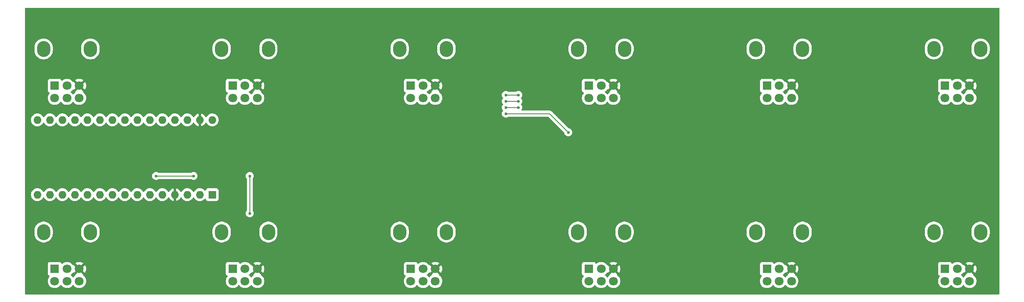
<source format=gbr>
%TF.GenerationSoftware,KiCad,Pcbnew,8.0.1*%
%TF.CreationDate,2024-06-25T20:54:33-05:00*%
%TF.ProjectId,nobs,6e6f6273-2e6b-4696-9361-645f70636258,rev?*%
%TF.SameCoordinates,Original*%
%TF.FileFunction,Copper,L2,Bot*%
%TF.FilePolarity,Positive*%
%FSLAX46Y46*%
G04 Gerber Fmt 4.6, Leading zero omitted, Abs format (unit mm)*
G04 Created by KiCad (PCBNEW 8.0.1) date 2024-06-25 20:54:33*
%MOMM*%
%LPD*%
G01*
G04 APERTURE LIST*
%TA.AperFunction,ComponentPad*%
%ADD10R,1.600000X1.600000*%
%TD*%
%TA.AperFunction,ComponentPad*%
%ADD11O,1.600000X1.600000*%
%TD*%
%TA.AperFunction,ComponentPad*%
%ADD12O,2.720000X3.240000*%
%TD*%
%TA.AperFunction,ComponentPad*%
%ADD13R,1.800000X1.800000*%
%TD*%
%TA.AperFunction,ComponentPad*%
%ADD14C,1.800000*%
%TD*%
%TA.AperFunction,ViaPad*%
%ADD15C,0.600000*%
%TD*%
%TA.AperFunction,Conductor*%
%ADD16C,0.200000*%
%TD*%
G04 APERTURE END LIST*
D10*
%TO.P,A1,1,D1/TX*%
%TO.N,unconnected-(A1-D1{slash}TX-Pad1)*%
X91440000Y-66040000D03*
D11*
%TO.P,A1,2,D0/RX*%
%TO.N,unconnected-(A1-D0{slash}RX-Pad2)*%
X88900000Y-66040000D03*
%TO.P,A1,3,~{RESET}*%
%TO.N,unconnected-(A1-~{RESET}-Pad3)*%
X86360000Y-66040000D03*
%TO.P,A1,4,GND*%
%TO.N,GND*%
X83820000Y-66040000D03*
%TO.P,A1,5,D2*%
%TO.N,/S0*%
X81280000Y-66040000D03*
%TO.P,A1,6,D3*%
%TO.N,/S1*%
X78740000Y-66040000D03*
%TO.P,A1,7,D4*%
%TO.N,/S2*%
X76200000Y-66040000D03*
%TO.P,A1,8,D5*%
%TO.N,/S3*%
X73660000Y-66040000D03*
%TO.P,A1,9,D6*%
%TO.N,unconnected-(A1-D6-Pad9)*%
X71120000Y-66040000D03*
%TO.P,A1,10,D7*%
%TO.N,unconnected-(A1-D7-Pad10)*%
X68580000Y-66040000D03*
%TO.P,A1,11,D8*%
%TO.N,unconnected-(A1-D8-Pad11)*%
X66040000Y-66040000D03*
%TO.P,A1,12,D9*%
%TO.N,unconnected-(A1-D9-Pad12)*%
X63500000Y-66040000D03*
%TO.P,A1,13,D10*%
%TO.N,unconnected-(A1-D10-Pad13)*%
X60960000Y-66040000D03*
%TO.P,A1,14,D11*%
%TO.N,unconnected-(A1-D11-Pad14)*%
X58420000Y-66040000D03*
%TO.P,A1,15,D12*%
%TO.N,unconnected-(A1-D12-Pad15)*%
X55880000Y-66040000D03*
%TO.P,A1,16,D13*%
%TO.N,unconnected-(A1-D13-Pad16)*%
X55880000Y-50800000D03*
%TO.P,A1,17,3V3*%
%TO.N,unconnected-(A1-3V3-Pad17)*%
X58420000Y-50800000D03*
%TO.P,A1,18,AREF*%
%TO.N,unconnected-(A1-AREF-Pad18)*%
X60960000Y-50800000D03*
%TO.P,A1,19,A0*%
%TO.N,Net-(A1-A0)*%
X63500000Y-50800000D03*
%TO.P,A1,20,A1*%
%TO.N,unconnected-(A1-A1-Pad20)*%
X66040000Y-50800000D03*
%TO.P,A1,21,A2*%
%TO.N,unconnected-(A1-A2-Pad21)*%
X68580000Y-50800000D03*
%TO.P,A1,22,A3*%
%TO.N,unconnected-(A1-A3-Pad22)*%
X71120000Y-50800000D03*
%TO.P,A1,23,A4*%
%TO.N,unconnected-(A1-A4-Pad23)*%
X73660000Y-50800000D03*
%TO.P,A1,24,A5*%
%TO.N,unconnected-(A1-A5-Pad24)*%
X76200000Y-50800000D03*
%TO.P,A1,25,A6*%
%TO.N,unconnected-(A1-A6-Pad25)*%
X78740000Y-50800000D03*
%TO.P,A1,26,A7*%
%TO.N,unconnected-(A1-A7-Pad26)*%
X81280000Y-50800000D03*
%TO.P,A1,27,+5V*%
%TO.N,+5V*%
X83820000Y-50800000D03*
%TO.P,A1,28,~{RESET}*%
%TO.N,unconnected-(A1-~{RESET}-Pad28)*%
X86360000Y-50800000D03*
%TO.P,A1,29,GND*%
%TO.N,GND*%
X88900000Y-50800000D03*
%TO.P,A1,30,VIN*%
%TO.N,unconnected-(A1-VIN-Pad30)*%
X91440000Y-50800000D03*
%TD*%
D12*
%TO.P,RV12,*%
%TO.N,*%
X238150000Y-73660000D03*
X247650000Y-73660000D03*
D13*
%TO.P,RV12,1,1*%
%TO.N,+5V*%
X240400000Y-81160000D03*
D14*
%TO.P,RV12,2,2*%
%TO.N,Net-(U1-I11)*%
X242900000Y-81160000D03*
%TO.P,RV12,3,3*%
%TO.N,GND*%
X245400000Y-81160000D03*
%TO.P,RV12,4*%
%TO.N,N/C*%
X240400000Y-83660000D03*
%TO.P,RV12,5*%
X242900000Y-83660000D03*
%TO.P,RV12,6*%
X245400000Y-83660000D03*
%TD*%
%TO.P,RV11,6*%
%TO.N,N/C*%
X209200000Y-83660000D03*
%TO.P,RV11,5*%
X206700000Y-83660000D03*
%TO.P,RV11,4*%
X204200000Y-83660000D03*
%TO.P,RV11,3,3*%
%TO.N,GND*%
X209200000Y-81160000D03*
%TO.P,RV11,2,2*%
%TO.N,Net-(U1-I10)*%
X206700000Y-81160000D03*
D13*
%TO.P,RV11,1,1*%
%TO.N,+5V*%
X204200000Y-81160000D03*
D12*
%TO.P,RV11,*%
%TO.N,*%
X211450000Y-73660000D03*
X201950000Y-73660000D03*
%TD*%
%TO.P,RV10,*%
%TO.N,*%
X165750000Y-73660000D03*
X175250000Y-73660000D03*
D13*
%TO.P,RV10,1,1*%
%TO.N,+5V*%
X168000000Y-81160000D03*
D14*
%TO.P,RV10,2,2*%
%TO.N,Net-(U1-I9)*%
X170500000Y-81160000D03*
%TO.P,RV10,3,3*%
%TO.N,GND*%
X173000000Y-81160000D03*
%TO.P,RV10,4*%
%TO.N,N/C*%
X168000000Y-83660000D03*
%TO.P,RV10,5*%
X170500000Y-83660000D03*
%TO.P,RV10,6*%
X173000000Y-83660000D03*
%TD*%
D12*
%TO.P,RV9,*%
%TO.N,*%
X129550000Y-73660000D03*
X139050000Y-73660000D03*
D13*
%TO.P,RV9,1,1*%
%TO.N,+5V*%
X131800000Y-81160000D03*
D14*
%TO.P,RV9,2,2*%
%TO.N,Net-(U1-I8)*%
X134300000Y-81160000D03*
%TO.P,RV9,3,3*%
%TO.N,GND*%
X136800000Y-81160000D03*
%TO.P,RV9,4*%
%TO.N,N/C*%
X131800000Y-83660000D03*
%TO.P,RV9,5*%
X134300000Y-83660000D03*
%TO.P,RV9,6*%
X136800000Y-83660000D03*
%TD*%
D12*
%TO.P,RV8,*%
%TO.N,*%
X93350000Y-73660000D03*
X102850000Y-73660000D03*
D13*
%TO.P,RV8,1,1*%
%TO.N,+5V*%
X95600000Y-81160000D03*
D14*
%TO.P,RV8,2,2*%
%TO.N,Net-(U1-I7)*%
X98100000Y-81160000D03*
%TO.P,RV8,3,3*%
%TO.N,GND*%
X100600000Y-81160000D03*
%TO.P,RV8,4*%
%TO.N,N/C*%
X95600000Y-83660000D03*
%TO.P,RV8,5*%
X98100000Y-83660000D03*
%TO.P,RV8,6*%
X100600000Y-83660000D03*
%TD*%
%TO.P,RV7,6*%
%TO.N,N/C*%
X64400000Y-83660000D03*
%TO.P,RV7,5*%
X61900000Y-83660000D03*
%TO.P,RV7,4*%
X59400000Y-83660000D03*
%TO.P,RV7,3,3*%
%TO.N,GND*%
X64400000Y-81160000D03*
%TO.P,RV7,2,2*%
%TO.N,Net-(U1-I0)*%
X61900000Y-81160000D03*
D13*
%TO.P,RV7,1,1*%
%TO.N,+5V*%
X59400000Y-81160000D03*
D12*
%TO.P,RV7,*%
%TO.N,*%
X66650000Y-73660000D03*
X57150000Y-73660000D03*
%TD*%
%TO.P,RV6,*%
%TO.N,*%
X238150000Y-36345000D03*
X247650000Y-36345000D03*
D13*
%TO.P,RV6,1,1*%
%TO.N,+5V*%
X240400000Y-43845000D03*
D14*
%TO.P,RV6,2,2*%
%TO.N,Net-(U1-I1)*%
X242900000Y-43845000D03*
%TO.P,RV6,3,3*%
%TO.N,GND*%
X245400000Y-43845000D03*
%TO.P,RV6,4*%
%TO.N,N/C*%
X240400000Y-46345000D03*
%TO.P,RV6,5*%
X242900000Y-46345000D03*
%TO.P,RV6,6*%
X245400000Y-46345000D03*
%TD*%
D12*
%TO.P,RV5,*%
%TO.N,*%
X201950000Y-36345000D03*
X211450000Y-36345000D03*
D13*
%TO.P,RV5,1,1*%
%TO.N,+5V*%
X204200000Y-43845000D03*
D14*
%TO.P,RV5,2,2*%
%TO.N,Net-(U1-I6)*%
X206700000Y-43845000D03*
%TO.P,RV5,3,3*%
%TO.N,GND*%
X209200000Y-43845000D03*
%TO.P,RV5,4*%
%TO.N,N/C*%
X204200000Y-46345000D03*
%TO.P,RV5,5*%
X206700000Y-46345000D03*
%TO.P,RV5,6*%
X209200000Y-46345000D03*
%TD*%
D12*
%TO.P,RV4,*%
%TO.N,*%
X165750000Y-36345000D03*
X175250000Y-36345000D03*
D13*
%TO.P,RV4,1,1*%
%TO.N,+5V*%
X168000000Y-43845000D03*
D14*
%TO.P,RV4,2,2*%
%TO.N,Net-(U1-I5)*%
X170500000Y-43845000D03*
%TO.P,RV4,3,3*%
%TO.N,GND*%
X173000000Y-43845000D03*
%TO.P,RV4,4*%
%TO.N,N/C*%
X168000000Y-46345000D03*
%TO.P,RV4,5*%
X170500000Y-46345000D03*
%TO.P,RV4,6*%
X173000000Y-46345000D03*
%TD*%
D12*
%TO.P,RV3,*%
%TO.N,*%
X129550000Y-36345000D03*
X139050000Y-36345000D03*
D13*
%TO.P,RV3,1,1*%
%TO.N,+5V*%
X131800000Y-43845000D03*
D14*
%TO.P,RV3,2,2*%
%TO.N,Net-(U1-I4)*%
X134300000Y-43845000D03*
%TO.P,RV3,3,3*%
%TO.N,GND*%
X136800000Y-43845000D03*
%TO.P,RV3,4*%
%TO.N,N/C*%
X131800000Y-46345000D03*
%TO.P,RV3,5*%
X134300000Y-46345000D03*
%TO.P,RV3,6*%
X136800000Y-46345000D03*
%TD*%
%TO.P,RV2,6*%
%TO.N,N/C*%
X100600000Y-46345000D03*
%TO.P,RV2,5*%
X98100000Y-46345000D03*
%TO.P,RV2,4*%
X95600000Y-46345000D03*
%TO.P,RV2,3,3*%
%TO.N,GND*%
X100600000Y-43845000D03*
%TO.P,RV2,2,2*%
%TO.N,Net-(U1-I3)*%
X98100000Y-43845000D03*
D13*
%TO.P,RV2,1,1*%
%TO.N,+5V*%
X95600000Y-43845000D03*
D12*
%TO.P,RV2,*%
%TO.N,*%
X102850000Y-36345000D03*
X93350000Y-36345000D03*
%TD*%
D14*
%TO.P,RV1,6*%
%TO.N,N/C*%
X64400000Y-46345000D03*
%TO.P,RV1,5*%
X61900000Y-46345000D03*
%TO.P,RV1,4*%
X59400000Y-46345000D03*
%TO.P,RV1,3,3*%
%TO.N,GND*%
X64400000Y-43845000D03*
%TO.P,RV1,2,2*%
%TO.N,Net-(U1-I2)*%
X61900000Y-43845000D03*
D13*
%TO.P,RV1,1,1*%
%TO.N,+5V*%
X59400000Y-43845000D03*
D12*
%TO.P,RV1,*%
%TO.N,*%
X66650000Y-36345000D03*
X57150000Y-36345000D03*
%TD*%
D15*
%TO.N,GND*%
X167640000Y-64770000D03*
%TO.N,Net-(A1-A0)*%
X151130000Y-49530000D03*
X163830000Y-53340000D03*
%TO.N,GND*%
X144780000Y-54610000D03*
X149860000Y-66040000D03*
%TO.N,Net-(U1-I7)*%
X99060000Y-69850000D03*
X99060000Y-62230000D03*
%TO.N,Net-(U1-I4)*%
X153670000Y-45720000D03*
X151130000Y-45720000D03*
%TO.N,Net-(U1-I3)*%
X151130000Y-46990000D03*
X153670000Y-46990000D03*
%TO.N,Net-(U1-I2)*%
X153670000Y-48260000D03*
X151130000Y-48260000D03*
%TO.N,/S3*%
X87630000Y-62230000D03*
X80010000Y-62230000D03*
%TD*%
D16*
%TO.N,Net-(A1-A0)*%
X163830000Y-53340000D02*
X160020000Y-49530000D01*
X160020000Y-49530000D02*
X151130000Y-49530000D01*
%TO.N,Net-(U1-I7)*%
X99060000Y-62230000D02*
X99060000Y-69850000D01*
%TO.N,Net-(U1-I4)*%
X153670000Y-45720000D02*
X151130000Y-45720000D01*
%TO.N,Net-(U1-I3)*%
X153670000Y-46990000D02*
X151130000Y-46990000D01*
%TO.N,Net-(U1-I2)*%
X153670000Y-48260000D02*
X151130000Y-48260000D01*
%TO.N,/S3*%
X82550000Y-62230000D02*
X87630000Y-62230000D01*
X80010000Y-62230000D02*
X82550000Y-62230000D01*
%TD*%
%TA.AperFunction,Conductor*%
%TO.N,GND*%
G36*
X63934075Y-81352993D02*
G01*
X63999901Y-81467007D01*
X64092993Y-81560099D01*
X64207007Y-81625925D01*
X64270590Y-81642962D01*
X63601201Y-82312351D01*
X63601229Y-82312800D01*
X63641343Y-82368539D01*
X63645017Y-82438312D01*
X63610385Y-82498995D01*
X63600530Y-82507535D01*
X63448218Y-82626085D01*
X63448216Y-82626086D01*
X63448216Y-82626087D01*
X63358393Y-82723662D01*
X63291015Y-82796854D01*
X63253808Y-82853804D01*
X63200662Y-82899161D01*
X63131430Y-82908584D01*
X63068095Y-82879082D01*
X63046192Y-82853804D01*
X63008984Y-82796854D01*
X63008982Y-82796852D01*
X63008979Y-82796847D01*
X62851784Y-82626087D01*
X62699876Y-82507852D01*
X62659064Y-82451143D01*
X62655389Y-82381370D01*
X62690020Y-82320687D01*
X62699876Y-82312147D01*
X62851784Y-82193913D01*
X63008979Y-82023153D01*
X63046491Y-81965736D01*
X63099634Y-81920382D01*
X63168865Y-81910957D01*
X63232201Y-81940458D01*
X63246914Y-81957436D01*
X63248812Y-81957633D01*
X63917037Y-81289408D01*
X63934075Y-81352993D01*
G37*
%TD.AperFunction*%
%TA.AperFunction,Conductor*%
G36*
X100134075Y-81352993D02*
G01*
X100199901Y-81467007D01*
X100292993Y-81560099D01*
X100407007Y-81625925D01*
X100470590Y-81642962D01*
X99801201Y-82312351D01*
X99801229Y-82312800D01*
X99841343Y-82368539D01*
X99845017Y-82438312D01*
X99810385Y-82498995D01*
X99800530Y-82507535D01*
X99648218Y-82626085D01*
X99648216Y-82626086D01*
X99648216Y-82626087D01*
X99558393Y-82723662D01*
X99491015Y-82796854D01*
X99453808Y-82853804D01*
X99400662Y-82899161D01*
X99331430Y-82908584D01*
X99268095Y-82879082D01*
X99246192Y-82853804D01*
X99208984Y-82796854D01*
X99208982Y-82796852D01*
X99208979Y-82796847D01*
X99051784Y-82626087D01*
X98899876Y-82507852D01*
X98859064Y-82451143D01*
X98855389Y-82381370D01*
X98890020Y-82320687D01*
X98899876Y-82312147D01*
X99051784Y-82193913D01*
X99208979Y-82023153D01*
X99246491Y-81965736D01*
X99299634Y-81920382D01*
X99368865Y-81910957D01*
X99432201Y-81940458D01*
X99446914Y-81957436D01*
X99448812Y-81957633D01*
X100117037Y-81289408D01*
X100134075Y-81352993D01*
G37*
%TD.AperFunction*%
%TA.AperFunction,Conductor*%
G36*
X136334075Y-81352993D02*
G01*
X136399901Y-81467007D01*
X136492993Y-81560099D01*
X136607007Y-81625925D01*
X136670590Y-81642962D01*
X136001201Y-82312351D01*
X136001229Y-82312800D01*
X136041343Y-82368539D01*
X136045017Y-82438312D01*
X136010385Y-82498995D01*
X136000530Y-82507535D01*
X135848218Y-82626085D01*
X135848216Y-82626086D01*
X135848216Y-82626087D01*
X135758393Y-82723662D01*
X135691015Y-82796854D01*
X135653808Y-82853804D01*
X135600662Y-82899161D01*
X135531430Y-82908584D01*
X135468095Y-82879082D01*
X135446192Y-82853804D01*
X135408984Y-82796854D01*
X135408982Y-82796852D01*
X135408979Y-82796847D01*
X135251784Y-82626087D01*
X135099876Y-82507852D01*
X135059064Y-82451143D01*
X135055389Y-82381370D01*
X135090020Y-82320687D01*
X135099876Y-82312147D01*
X135251784Y-82193913D01*
X135408979Y-82023153D01*
X135446491Y-81965736D01*
X135499634Y-81920382D01*
X135568865Y-81910957D01*
X135632201Y-81940458D01*
X135646914Y-81957436D01*
X135648812Y-81957633D01*
X136317037Y-81289408D01*
X136334075Y-81352993D01*
G37*
%TD.AperFunction*%
%TA.AperFunction,Conductor*%
G36*
X172534075Y-81352993D02*
G01*
X172599901Y-81467007D01*
X172692993Y-81560099D01*
X172807007Y-81625925D01*
X172870590Y-81642962D01*
X172201201Y-82312351D01*
X172201229Y-82312800D01*
X172241343Y-82368539D01*
X172245017Y-82438312D01*
X172210385Y-82498995D01*
X172200530Y-82507535D01*
X172048218Y-82626085D01*
X172048216Y-82626086D01*
X172048216Y-82626087D01*
X171958393Y-82723662D01*
X171891015Y-82796854D01*
X171853808Y-82853804D01*
X171800662Y-82899161D01*
X171731430Y-82908584D01*
X171668095Y-82879082D01*
X171646192Y-82853804D01*
X171608984Y-82796854D01*
X171608982Y-82796852D01*
X171608979Y-82796847D01*
X171451784Y-82626087D01*
X171299876Y-82507852D01*
X171259064Y-82451143D01*
X171255389Y-82381370D01*
X171290020Y-82320687D01*
X171299876Y-82312147D01*
X171451784Y-82193913D01*
X171608979Y-82023153D01*
X171646491Y-81965736D01*
X171699634Y-81920382D01*
X171768865Y-81910957D01*
X171832201Y-81940458D01*
X171846914Y-81957436D01*
X171848812Y-81957633D01*
X172517037Y-81289408D01*
X172534075Y-81352993D01*
G37*
%TD.AperFunction*%
%TA.AperFunction,Conductor*%
G36*
X208734075Y-81352993D02*
G01*
X208799901Y-81467007D01*
X208892993Y-81560099D01*
X209007007Y-81625925D01*
X209070590Y-81642962D01*
X208401201Y-82312351D01*
X208401229Y-82312800D01*
X208441343Y-82368539D01*
X208445017Y-82438312D01*
X208410385Y-82498995D01*
X208400530Y-82507535D01*
X208248218Y-82626085D01*
X208248216Y-82626086D01*
X208248216Y-82626087D01*
X208158393Y-82723662D01*
X208091015Y-82796854D01*
X208053808Y-82853804D01*
X208000662Y-82899161D01*
X207931430Y-82908584D01*
X207868095Y-82879082D01*
X207846192Y-82853804D01*
X207808984Y-82796854D01*
X207808982Y-82796852D01*
X207808979Y-82796847D01*
X207651784Y-82626087D01*
X207499876Y-82507852D01*
X207459064Y-82451143D01*
X207455389Y-82381370D01*
X207490020Y-82320687D01*
X207499876Y-82312147D01*
X207651784Y-82193913D01*
X207808979Y-82023153D01*
X207846491Y-81965736D01*
X207899634Y-81920382D01*
X207968865Y-81910957D01*
X208032201Y-81940458D01*
X208046914Y-81957436D01*
X208048812Y-81957633D01*
X208717037Y-81289408D01*
X208734075Y-81352993D01*
G37*
%TD.AperFunction*%
%TA.AperFunction,Conductor*%
G36*
X244934075Y-81352993D02*
G01*
X244999901Y-81467007D01*
X245092993Y-81560099D01*
X245207007Y-81625925D01*
X245270590Y-81642962D01*
X244601201Y-82312351D01*
X244601229Y-82312800D01*
X244641343Y-82368539D01*
X244645017Y-82438312D01*
X244610385Y-82498995D01*
X244600530Y-82507535D01*
X244448218Y-82626085D01*
X244448216Y-82626086D01*
X244448216Y-82626087D01*
X244358393Y-82723662D01*
X244291015Y-82796854D01*
X244253808Y-82853804D01*
X244200662Y-82899161D01*
X244131430Y-82908584D01*
X244068095Y-82879082D01*
X244046192Y-82853804D01*
X244008984Y-82796854D01*
X244008982Y-82796852D01*
X244008979Y-82796847D01*
X243851784Y-82626087D01*
X243699876Y-82507852D01*
X243659064Y-82451143D01*
X243655389Y-82381370D01*
X243690020Y-82320687D01*
X243699876Y-82312147D01*
X243851784Y-82193913D01*
X244008979Y-82023153D01*
X244046491Y-81965736D01*
X244099634Y-81920382D01*
X244168865Y-81910957D01*
X244232201Y-81940458D01*
X244246914Y-81957436D01*
X244248812Y-81957633D01*
X244917037Y-81289408D01*
X244934075Y-81352993D01*
G37*
%TD.AperFunction*%
%TA.AperFunction,Conductor*%
G36*
X63934075Y-44037993D02*
G01*
X63999901Y-44152007D01*
X64092993Y-44245099D01*
X64207007Y-44310925D01*
X64270590Y-44327962D01*
X63601201Y-44997351D01*
X63601229Y-44997800D01*
X63641343Y-45053539D01*
X63645017Y-45123312D01*
X63610385Y-45183995D01*
X63600530Y-45192535D01*
X63448218Y-45311085D01*
X63448216Y-45311086D01*
X63448216Y-45311087D01*
X63358393Y-45408662D01*
X63291015Y-45481854D01*
X63253808Y-45538804D01*
X63200662Y-45584161D01*
X63131430Y-45593584D01*
X63068095Y-45564082D01*
X63046192Y-45538804D01*
X63008984Y-45481854D01*
X63008982Y-45481852D01*
X63008979Y-45481847D01*
X62851784Y-45311087D01*
X62699876Y-45192852D01*
X62659064Y-45136143D01*
X62655389Y-45066370D01*
X62690020Y-45005687D01*
X62699876Y-44997147D01*
X62851784Y-44878913D01*
X63008979Y-44708153D01*
X63046491Y-44650736D01*
X63099634Y-44605382D01*
X63168865Y-44595957D01*
X63232201Y-44625458D01*
X63246914Y-44642436D01*
X63248812Y-44642633D01*
X63917037Y-43974408D01*
X63934075Y-44037993D01*
G37*
%TD.AperFunction*%
%TA.AperFunction,Conductor*%
G36*
X100134075Y-44037993D02*
G01*
X100199901Y-44152007D01*
X100292993Y-44245099D01*
X100407007Y-44310925D01*
X100470590Y-44327962D01*
X99801201Y-44997351D01*
X99801229Y-44997800D01*
X99841343Y-45053539D01*
X99845017Y-45123312D01*
X99810385Y-45183995D01*
X99800530Y-45192535D01*
X99648218Y-45311085D01*
X99648216Y-45311086D01*
X99648216Y-45311087D01*
X99558393Y-45408662D01*
X99491015Y-45481854D01*
X99453808Y-45538804D01*
X99400662Y-45584161D01*
X99331430Y-45593584D01*
X99268095Y-45564082D01*
X99246192Y-45538804D01*
X99208984Y-45481854D01*
X99208982Y-45481852D01*
X99208979Y-45481847D01*
X99051784Y-45311087D01*
X98899876Y-45192852D01*
X98859064Y-45136143D01*
X98855389Y-45066370D01*
X98890020Y-45005687D01*
X98899876Y-44997147D01*
X99051784Y-44878913D01*
X99208979Y-44708153D01*
X99246491Y-44650736D01*
X99299634Y-44605382D01*
X99368865Y-44595957D01*
X99432201Y-44625458D01*
X99446914Y-44642436D01*
X99448812Y-44642633D01*
X100117037Y-43974408D01*
X100134075Y-44037993D01*
G37*
%TD.AperFunction*%
%TA.AperFunction,Conductor*%
G36*
X136334075Y-44037993D02*
G01*
X136399901Y-44152007D01*
X136492993Y-44245099D01*
X136607007Y-44310925D01*
X136670590Y-44327962D01*
X136001201Y-44997351D01*
X136001229Y-44997800D01*
X136041343Y-45053539D01*
X136045017Y-45123312D01*
X136010385Y-45183995D01*
X136000530Y-45192535D01*
X135848218Y-45311085D01*
X135848216Y-45311086D01*
X135848216Y-45311087D01*
X135758393Y-45408662D01*
X135691015Y-45481854D01*
X135653808Y-45538804D01*
X135600662Y-45584161D01*
X135531430Y-45593584D01*
X135468095Y-45564082D01*
X135446192Y-45538804D01*
X135408984Y-45481854D01*
X135408982Y-45481852D01*
X135408979Y-45481847D01*
X135251784Y-45311087D01*
X135099876Y-45192852D01*
X135059064Y-45136143D01*
X135055389Y-45066370D01*
X135090020Y-45005687D01*
X135099876Y-44997147D01*
X135251784Y-44878913D01*
X135408979Y-44708153D01*
X135446491Y-44650736D01*
X135499634Y-44605382D01*
X135568865Y-44595957D01*
X135632201Y-44625458D01*
X135646914Y-44642436D01*
X135648812Y-44642633D01*
X136317037Y-43974408D01*
X136334075Y-44037993D01*
G37*
%TD.AperFunction*%
%TA.AperFunction,Conductor*%
G36*
X172534075Y-44037993D02*
G01*
X172599901Y-44152007D01*
X172692993Y-44245099D01*
X172807007Y-44310925D01*
X172870590Y-44327962D01*
X172201201Y-44997351D01*
X172201229Y-44997800D01*
X172241343Y-45053539D01*
X172245017Y-45123312D01*
X172210385Y-45183995D01*
X172200530Y-45192535D01*
X172048218Y-45311085D01*
X172048216Y-45311086D01*
X172048216Y-45311087D01*
X171958393Y-45408662D01*
X171891015Y-45481854D01*
X171853808Y-45538804D01*
X171800662Y-45584161D01*
X171731430Y-45593584D01*
X171668095Y-45564082D01*
X171646192Y-45538804D01*
X171608984Y-45481854D01*
X171608982Y-45481852D01*
X171608979Y-45481847D01*
X171451784Y-45311087D01*
X171299876Y-45192852D01*
X171259064Y-45136143D01*
X171255389Y-45066370D01*
X171290020Y-45005687D01*
X171299876Y-44997147D01*
X171451784Y-44878913D01*
X171608979Y-44708153D01*
X171646491Y-44650736D01*
X171699634Y-44605382D01*
X171768865Y-44595957D01*
X171832201Y-44625458D01*
X171846914Y-44642436D01*
X171848812Y-44642633D01*
X172517037Y-43974408D01*
X172534075Y-44037993D01*
G37*
%TD.AperFunction*%
%TA.AperFunction,Conductor*%
G36*
X208734075Y-44037993D02*
G01*
X208799901Y-44152007D01*
X208892993Y-44245099D01*
X209007007Y-44310925D01*
X209070590Y-44327962D01*
X208401201Y-44997351D01*
X208401229Y-44997800D01*
X208441343Y-45053539D01*
X208445017Y-45123312D01*
X208410385Y-45183995D01*
X208400530Y-45192535D01*
X208248218Y-45311085D01*
X208248216Y-45311086D01*
X208248216Y-45311087D01*
X208158393Y-45408662D01*
X208091015Y-45481854D01*
X208053808Y-45538804D01*
X208000662Y-45584161D01*
X207931430Y-45593584D01*
X207868095Y-45564082D01*
X207846192Y-45538804D01*
X207808984Y-45481854D01*
X207808982Y-45481852D01*
X207808979Y-45481847D01*
X207651784Y-45311087D01*
X207499876Y-45192852D01*
X207459064Y-45136143D01*
X207455389Y-45066370D01*
X207490020Y-45005687D01*
X207499876Y-44997147D01*
X207651784Y-44878913D01*
X207808979Y-44708153D01*
X207846491Y-44650736D01*
X207899634Y-44605382D01*
X207968865Y-44595957D01*
X208032201Y-44625458D01*
X208046914Y-44642436D01*
X208048812Y-44642633D01*
X208717037Y-43974408D01*
X208734075Y-44037993D01*
G37*
%TD.AperFunction*%
%TA.AperFunction,Conductor*%
G36*
X244934075Y-44037993D02*
G01*
X244999901Y-44152007D01*
X245092993Y-44245099D01*
X245207007Y-44310925D01*
X245270590Y-44327962D01*
X244601201Y-44997351D01*
X244601229Y-44997800D01*
X244641343Y-45053539D01*
X244645017Y-45123312D01*
X244610385Y-45183995D01*
X244600530Y-45192535D01*
X244448218Y-45311085D01*
X244448216Y-45311086D01*
X244448216Y-45311087D01*
X244358393Y-45408662D01*
X244291015Y-45481854D01*
X244253808Y-45538804D01*
X244200662Y-45584161D01*
X244131430Y-45593584D01*
X244068095Y-45564082D01*
X244046192Y-45538804D01*
X244008984Y-45481854D01*
X244008982Y-45481852D01*
X244008979Y-45481847D01*
X243851784Y-45311087D01*
X243699876Y-45192852D01*
X243659064Y-45136143D01*
X243655389Y-45066370D01*
X243690020Y-45005687D01*
X243699876Y-44997147D01*
X243851784Y-44878913D01*
X244008979Y-44708153D01*
X244046491Y-44650736D01*
X244099634Y-44605382D01*
X244168865Y-44595957D01*
X244232201Y-44625458D01*
X244246914Y-44642436D01*
X244248812Y-44642633D01*
X244917037Y-43974408D01*
X244934075Y-44037993D01*
G37*
%TD.AperFunction*%
%TA.AperFunction,Conductor*%
G36*
X251403039Y-27959685D02*
G01*
X251448794Y-28012489D01*
X251460000Y-28064000D01*
X251460000Y-86236000D01*
X251440315Y-86303039D01*
X251387511Y-86348794D01*
X251336000Y-86360000D01*
X53464000Y-86360000D01*
X53396961Y-86340315D01*
X53351206Y-86287511D01*
X53340000Y-86236000D01*
X53340000Y-83660006D01*
X57994700Y-83660006D01*
X58013864Y-83891297D01*
X58013866Y-83891308D01*
X58070842Y-84116300D01*
X58164075Y-84328848D01*
X58291016Y-84523147D01*
X58291019Y-84523151D01*
X58291021Y-84523153D01*
X58448216Y-84693913D01*
X58448219Y-84693915D01*
X58448222Y-84693918D01*
X58631365Y-84836464D01*
X58631371Y-84836468D01*
X58631374Y-84836470D01*
X58835497Y-84946936D01*
X58949487Y-84986068D01*
X59055015Y-85022297D01*
X59055017Y-85022297D01*
X59055019Y-85022298D01*
X59283951Y-85060500D01*
X59283952Y-85060500D01*
X59516048Y-85060500D01*
X59516049Y-85060500D01*
X59744981Y-85022298D01*
X59964503Y-84946936D01*
X60168626Y-84836470D01*
X60351784Y-84693913D01*
X60508979Y-84523153D01*
X60546191Y-84466196D01*
X60599337Y-84420839D01*
X60668569Y-84411415D01*
X60731904Y-84440917D01*
X60753809Y-84466196D01*
X60791016Y-84523147D01*
X60791019Y-84523151D01*
X60791021Y-84523153D01*
X60948216Y-84693913D01*
X60948219Y-84693915D01*
X60948222Y-84693918D01*
X61131365Y-84836464D01*
X61131371Y-84836468D01*
X61131374Y-84836470D01*
X61335497Y-84946936D01*
X61449487Y-84986068D01*
X61555015Y-85022297D01*
X61555017Y-85022297D01*
X61555019Y-85022298D01*
X61783951Y-85060500D01*
X61783952Y-85060500D01*
X62016048Y-85060500D01*
X62016049Y-85060500D01*
X62244981Y-85022298D01*
X62464503Y-84946936D01*
X62668626Y-84836470D01*
X62851784Y-84693913D01*
X63008979Y-84523153D01*
X63046191Y-84466196D01*
X63099337Y-84420839D01*
X63168569Y-84411415D01*
X63231904Y-84440917D01*
X63253809Y-84466196D01*
X63291016Y-84523147D01*
X63291019Y-84523151D01*
X63291021Y-84523153D01*
X63448216Y-84693913D01*
X63448219Y-84693915D01*
X63448222Y-84693918D01*
X63631365Y-84836464D01*
X63631371Y-84836468D01*
X63631374Y-84836470D01*
X63835497Y-84946936D01*
X63949487Y-84986068D01*
X64055015Y-85022297D01*
X64055017Y-85022297D01*
X64055019Y-85022298D01*
X64283951Y-85060500D01*
X64283952Y-85060500D01*
X64516048Y-85060500D01*
X64516049Y-85060500D01*
X64744981Y-85022298D01*
X64964503Y-84946936D01*
X65168626Y-84836470D01*
X65351784Y-84693913D01*
X65508979Y-84523153D01*
X65635924Y-84328849D01*
X65729157Y-84116300D01*
X65786134Y-83891305D01*
X65805300Y-83660006D01*
X94194700Y-83660006D01*
X94213864Y-83891297D01*
X94213866Y-83891308D01*
X94270842Y-84116300D01*
X94364075Y-84328848D01*
X94491016Y-84523147D01*
X94491019Y-84523151D01*
X94491021Y-84523153D01*
X94648216Y-84693913D01*
X94648219Y-84693915D01*
X94648222Y-84693918D01*
X94831365Y-84836464D01*
X94831371Y-84836468D01*
X94831374Y-84836470D01*
X95035497Y-84946936D01*
X95149487Y-84986068D01*
X95255015Y-85022297D01*
X95255017Y-85022297D01*
X95255019Y-85022298D01*
X95483951Y-85060500D01*
X95483952Y-85060500D01*
X95716048Y-85060500D01*
X95716049Y-85060500D01*
X95944981Y-85022298D01*
X96164503Y-84946936D01*
X96368626Y-84836470D01*
X96551784Y-84693913D01*
X96708979Y-84523153D01*
X96746191Y-84466196D01*
X96799337Y-84420839D01*
X96868569Y-84411415D01*
X96931904Y-84440917D01*
X96953809Y-84466196D01*
X96991016Y-84523147D01*
X96991019Y-84523151D01*
X96991021Y-84523153D01*
X97148216Y-84693913D01*
X97148219Y-84693915D01*
X97148222Y-84693918D01*
X97331365Y-84836464D01*
X97331371Y-84836468D01*
X97331374Y-84836470D01*
X97535497Y-84946936D01*
X97649487Y-84986068D01*
X97755015Y-85022297D01*
X97755017Y-85022297D01*
X97755019Y-85022298D01*
X97983951Y-85060500D01*
X97983952Y-85060500D01*
X98216048Y-85060500D01*
X98216049Y-85060500D01*
X98444981Y-85022298D01*
X98664503Y-84946936D01*
X98868626Y-84836470D01*
X99051784Y-84693913D01*
X99208979Y-84523153D01*
X99246191Y-84466196D01*
X99299337Y-84420839D01*
X99368569Y-84411415D01*
X99431904Y-84440917D01*
X99453809Y-84466196D01*
X99491016Y-84523147D01*
X99491019Y-84523151D01*
X99491021Y-84523153D01*
X99648216Y-84693913D01*
X99648219Y-84693915D01*
X99648222Y-84693918D01*
X99831365Y-84836464D01*
X99831371Y-84836468D01*
X99831374Y-84836470D01*
X100035497Y-84946936D01*
X100149487Y-84986068D01*
X100255015Y-85022297D01*
X100255017Y-85022297D01*
X100255019Y-85022298D01*
X100483951Y-85060500D01*
X100483952Y-85060500D01*
X100716048Y-85060500D01*
X100716049Y-85060500D01*
X100944981Y-85022298D01*
X101164503Y-84946936D01*
X101368626Y-84836470D01*
X101551784Y-84693913D01*
X101708979Y-84523153D01*
X101835924Y-84328849D01*
X101929157Y-84116300D01*
X101986134Y-83891305D01*
X102005300Y-83660006D01*
X130394700Y-83660006D01*
X130413864Y-83891297D01*
X130413866Y-83891308D01*
X130470842Y-84116300D01*
X130564075Y-84328848D01*
X130691016Y-84523147D01*
X130691019Y-84523151D01*
X130691021Y-84523153D01*
X130848216Y-84693913D01*
X130848219Y-84693915D01*
X130848222Y-84693918D01*
X131031365Y-84836464D01*
X131031371Y-84836468D01*
X131031374Y-84836470D01*
X131235497Y-84946936D01*
X131349487Y-84986068D01*
X131455015Y-85022297D01*
X131455017Y-85022297D01*
X131455019Y-85022298D01*
X131683951Y-85060500D01*
X131683952Y-85060500D01*
X131916048Y-85060500D01*
X131916049Y-85060500D01*
X132144981Y-85022298D01*
X132364503Y-84946936D01*
X132568626Y-84836470D01*
X132751784Y-84693913D01*
X132908979Y-84523153D01*
X132946191Y-84466196D01*
X132999337Y-84420839D01*
X133068569Y-84411415D01*
X133131904Y-84440917D01*
X133153809Y-84466196D01*
X133191016Y-84523147D01*
X133191019Y-84523151D01*
X133191021Y-84523153D01*
X133348216Y-84693913D01*
X133348219Y-84693915D01*
X133348222Y-84693918D01*
X133531365Y-84836464D01*
X133531371Y-84836468D01*
X133531374Y-84836470D01*
X133735497Y-84946936D01*
X133849487Y-84986068D01*
X133955015Y-85022297D01*
X133955017Y-85022297D01*
X133955019Y-85022298D01*
X134183951Y-85060500D01*
X134183952Y-85060500D01*
X134416048Y-85060500D01*
X134416049Y-85060500D01*
X134644981Y-85022298D01*
X134864503Y-84946936D01*
X135068626Y-84836470D01*
X135251784Y-84693913D01*
X135408979Y-84523153D01*
X135446191Y-84466196D01*
X135499337Y-84420839D01*
X135568569Y-84411415D01*
X135631904Y-84440917D01*
X135653809Y-84466196D01*
X135691016Y-84523147D01*
X135691019Y-84523151D01*
X135691021Y-84523153D01*
X135848216Y-84693913D01*
X135848219Y-84693915D01*
X135848222Y-84693918D01*
X136031365Y-84836464D01*
X136031371Y-84836468D01*
X136031374Y-84836470D01*
X136235497Y-84946936D01*
X136349487Y-84986068D01*
X136455015Y-85022297D01*
X136455017Y-85022297D01*
X136455019Y-85022298D01*
X136683951Y-85060500D01*
X136683952Y-85060500D01*
X136916048Y-85060500D01*
X136916049Y-85060500D01*
X137144981Y-85022298D01*
X137364503Y-84946936D01*
X137568626Y-84836470D01*
X137751784Y-84693913D01*
X137908979Y-84523153D01*
X138035924Y-84328849D01*
X138129157Y-84116300D01*
X138186134Y-83891305D01*
X138205300Y-83660006D01*
X166594700Y-83660006D01*
X166613864Y-83891297D01*
X166613866Y-83891308D01*
X166670842Y-84116300D01*
X166764075Y-84328848D01*
X166891016Y-84523147D01*
X166891019Y-84523151D01*
X166891021Y-84523153D01*
X167048216Y-84693913D01*
X167048219Y-84693915D01*
X167048222Y-84693918D01*
X167231365Y-84836464D01*
X167231371Y-84836468D01*
X167231374Y-84836470D01*
X167435497Y-84946936D01*
X167549487Y-84986068D01*
X167655015Y-85022297D01*
X167655017Y-85022297D01*
X167655019Y-85022298D01*
X167883951Y-85060500D01*
X167883952Y-85060500D01*
X168116048Y-85060500D01*
X168116049Y-85060500D01*
X168344981Y-85022298D01*
X168564503Y-84946936D01*
X168768626Y-84836470D01*
X168951784Y-84693913D01*
X169108979Y-84523153D01*
X169146191Y-84466196D01*
X169199337Y-84420839D01*
X169268569Y-84411415D01*
X169331904Y-84440917D01*
X169353809Y-84466196D01*
X169391016Y-84523147D01*
X169391019Y-84523151D01*
X169391021Y-84523153D01*
X169548216Y-84693913D01*
X169548219Y-84693915D01*
X169548222Y-84693918D01*
X169731365Y-84836464D01*
X169731371Y-84836468D01*
X169731374Y-84836470D01*
X169935497Y-84946936D01*
X170049487Y-84986068D01*
X170155015Y-85022297D01*
X170155017Y-85022297D01*
X170155019Y-85022298D01*
X170383951Y-85060500D01*
X170383952Y-85060500D01*
X170616048Y-85060500D01*
X170616049Y-85060500D01*
X170844981Y-85022298D01*
X171064503Y-84946936D01*
X171268626Y-84836470D01*
X171451784Y-84693913D01*
X171608979Y-84523153D01*
X171646191Y-84466196D01*
X171699337Y-84420839D01*
X171768569Y-84411415D01*
X171831904Y-84440917D01*
X171853809Y-84466196D01*
X171891016Y-84523147D01*
X171891019Y-84523151D01*
X171891021Y-84523153D01*
X172048216Y-84693913D01*
X172048219Y-84693915D01*
X172048222Y-84693918D01*
X172231365Y-84836464D01*
X172231371Y-84836468D01*
X172231374Y-84836470D01*
X172435497Y-84946936D01*
X172549487Y-84986068D01*
X172655015Y-85022297D01*
X172655017Y-85022297D01*
X172655019Y-85022298D01*
X172883951Y-85060500D01*
X172883952Y-85060500D01*
X173116048Y-85060500D01*
X173116049Y-85060500D01*
X173344981Y-85022298D01*
X173564503Y-84946936D01*
X173768626Y-84836470D01*
X173951784Y-84693913D01*
X174108979Y-84523153D01*
X174235924Y-84328849D01*
X174329157Y-84116300D01*
X174386134Y-83891305D01*
X174405300Y-83660006D01*
X202794700Y-83660006D01*
X202813864Y-83891297D01*
X202813866Y-83891308D01*
X202870842Y-84116300D01*
X202964075Y-84328848D01*
X203091016Y-84523147D01*
X203091019Y-84523151D01*
X203091021Y-84523153D01*
X203248216Y-84693913D01*
X203248219Y-84693915D01*
X203248222Y-84693918D01*
X203431365Y-84836464D01*
X203431371Y-84836468D01*
X203431374Y-84836470D01*
X203635497Y-84946936D01*
X203749487Y-84986068D01*
X203855015Y-85022297D01*
X203855017Y-85022297D01*
X203855019Y-85022298D01*
X204083951Y-85060500D01*
X204083952Y-85060500D01*
X204316048Y-85060500D01*
X204316049Y-85060500D01*
X204544981Y-85022298D01*
X204764503Y-84946936D01*
X204968626Y-84836470D01*
X205151784Y-84693913D01*
X205308979Y-84523153D01*
X205346191Y-84466196D01*
X205399337Y-84420839D01*
X205468569Y-84411415D01*
X205531904Y-84440917D01*
X205553809Y-84466196D01*
X205591016Y-84523147D01*
X205591019Y-84523151D01*
X205591021Y-84523153D01*
X205748216Y-84693913D01*
X205748219Y-84693915D01*
X205748222Y-84693918D01*
X205931365Y-84836464D01*
X205931371Y-84836468D01*
X205931374Y-84836470D01*
X206135497Y-84946936D01*
X206249487Y-84986068D01*
X206355015Y-85022297D01*
X206355017Y-85022297D01*
X206355019Y-85022298D01*
X206583951Y-85060500D01*
X206583952Y-85060500D01*
X206816048Y-85060500D01*
X206816049Y-85060500D01*
X207044981Y-85022298D01*
X207264503Y-84946936D01*
X207468626Y-84836470D01*
X207651784Y-84693913D01*
X207808979Y-84523153D01*
X207846191Y-84466196D01*
X207899337Y-84420839D01*
X207968569Y-84411415D01*
X208031904Y-84440917D01*
X208053809Y-84466196D01*
X208091016Y-84523147D01*
X208091019Y-84523151D01*
X208091021Y-84523153D01*
X208248216Y-84693913D01*
X208248219Y-84693915D01*
X208248222Y-84693918D01*
X208431365Y-84836464D01*
X208431371Y-84836468D01*
X208431374Y-84836470D01*
X208635497Y-84946936D01*
X208749487Y-84986068D01*
X208855015Y-85022297D01*
X208855017Y-85022297D01*
X208855019Y-85022298D01*
X209083951Y-85060500D01*
X209083952Y-85060500D01*
X209316048Y-85060500D01*
X209316049Y-85060500D01*
X209544981Y-85022298D01*
X209764503Y-84946936D01*
X209968626Y-84836470D01*
X210151784Y-84693913D01*
X210308979Y-84523153D01*
X210435924Y-84328849D01*
X210529157Y-84116300D01*
X210586134Y-83891305D01*
X210605300Y-83660006D01*
X238994700Y-83660006D01*
X239013864Y-83891297D01*
X239013866Y-83891308D01*
X239070842Y-84116300D01*
X239164075Y-84328848D01*
X239291016Y-84523147D01*
X239291019Y-84523151D01*
X239291021Y-84523153D01*
X239448216Y-84693913D01*
X239448219Y-84693915D01*
X239448222Y-84693918D01*
X239631365Y-84836464D01*
X239631371Y-84836468D01*
X239631374Y-84836470D01*
X239835497Y-84946936D01*
X239949487Y-84986068D01*
X240055015Y-85022297D01*
X240055017Y-85022297D01*
X240055019Y-85022298D01*
X240283951Y-85060500D01*
X240283952Y-85060500D01*
X240516048Y-85060500D01*
X240516049Y-85060500D01*
X240744981Y-85022298D01*
X240964503Y-84946936D01*
X241168626Y-84836470D01*
X241351784Y-84693913D01*
X241508979Y-84523153D01*
X241546191Y-84466196D01*
X241599337Y-84420839D01*
X241668569Y-84411415D01*
X241731904Y-84440917D01*
X241753809Y-84466196D01*
X241791016Y-84523147D01*
X241791019Y-84523151D01*
X241791021Y-84523153D01*
X241948216Y-84693913D01*
X241948219Y-84693915D01*
X241948222Y-84693918D01*
X242131365Y-84836464D01*
X242131371Y-84836468D01*
X242131374Y-84836470D01*
X242335497Y-84946936D01*
X242449487Y-84986068D01*
X242555015Y-85022297D01*
X242555017Y-85022297D01*
X242555019Y-85022298D01*
X242783951Y-85060500D01*
X242783952Y-85060500D01*
X243016048Y-85060500D01*
X243016049Y-85060500D01*
X243244981Y-85022298D01*
X243464503Y-84946936D01*
X243668626Y-84836470D01*
X243851784Y-84693913D01*
X244008979Y-84523153D01*
X244046191Y-84466196D01*
X244099337Y-84420839D01*
X244168569Y-84411415D01*
X244231904Y-84440917D01*
X244253809Y-84466196D01*
X244291016Y-84523147D01*
X244291019Y-84523151D01*
X244291021Y-84523153D01*
X244448216Y-84693913D01*
X244448219Y-84693915D01*
X244448222Y-84693918D01*
X244631365Y-84836464D01*
X244631371Y-84836468D01*
X244631374Y-84836470D01*
X244835497Y-84946936D01*
X244949487Y-84986068D01*
X245055015Y-85022297D01*
X245055017Y-85022297D01*
X245055019Y-85022298D01*
X245283951Y-85060500D01*
X245283952Y-85060500D01*
X245516048Y-85060500D01*
X245516049Y-85060500D01*
X245744981Y-85022298D01*
X245964503Y-84946936D01*
X246168626Y-84836470D01*
X246351784Y-84693913D01*
X246508979Y-84523153D01*
X246635924Y-84328849D01*
X246729157Y-84116300D01*
X246786134Y-83891305D01*
X246805300Y-83660000D01*
X246805300Y-83659993D01*
X246786135Y-83428702D01*
X246786133Y-83428691D01*
X246729157Y-83203699D01*
X246635924Y-82991151D01*
X246508983Y-82796852D01*
X246508980Y-82796849D01*
X246508979Y-82796847D01*
X246351784Y-82626087D01*
X246273772Y-82565368D01*
X246199469Y-82507535D01*
X246158656Y-82450825D01*
X246154982Y-82381052D01*
X246189614Y-82320369D01*
X246198794Y-82312413D01*
X246198798Y-82312350D01*
X245529410Y-81642962D01*
X245592993Y-81625925D01*
X245707007Y-81560099D01*
X245800099Y-81467007D01*
X245865925Y-81352993D01*
X245882962Y-81289409D01*
X246551186Y-81957633D01*
X246635482Y-81828611D01*
X246728682Y-81616135D01*
X246785638Y-81391218D01*
X246804798Y-81160005D01*
X246804798Y-81159994D01*
X246785638Y-80928781D01*
X246728682Y-80703864D01*
X246635484Y-80491393D01*
X246551186Y-80362365D01*
X245882962Y-81030589D01*
X245865925Y-80967007D01*
X245800099Y-80852993D01*
X245707007Y-80759901D01*
X245592993Y-80694075D01*
X245529409Y-80677037D01*
X246198797Y-80007647D01*
X246198797Y-80007645D01*
X246168360Y-79983955D01*
X246168354Y-79983951D01*
X245964302Y-79873523D01*
X245964293Y-79873520D01*
X245744860Y-79798188D01*
X245516007Y-79760000D01*
X245283993Y-79760000D01*
X245055139Y-79798188D01*
X244835706Y-79873520D01*
X244835697Y-79873523D01*
X244631650Y-79983949D01*
X244601200Y-80007647D01*
X245270591Y-80677037D01*
X245207007Y-80694075D01*
X245092993Y-80759901D01*
X244999901Y-80852993D01*
X244934075Y-80967007D01*
X244917037Y-81030591D01*
X244248811Y-80362365D01*
X244244029Y-80362861D01*
X244200959Y-80399618D01*
X244131728Y-80409041D01*
X244068392Y-80379538D01*
X244046489Y-80354260D01*
X244008983Y-80296852D01*
X244008980Y-80296849D01*
X244008979Y-80296847D01*
X243851784Y-80126087D01*
X243851779Y-80126083D01*
X243851777Y-80126081D01*
X243668634Y-79983535D01*
X243668628Y-79983531D01*
X243464504Y-79873064D01*
X243464495Y-79873061D01*
X243244984Y-79797702D01*
X243054450Y-79765908D01*
X243016049Y-79759500D01*
X242783951Y-79759500D01*
X242745550Y-79765908D01*
X242555015Y-79797702D01*
X242335504Y-79873061D01*
X242335495Y-79873064D01*
X242131372Y-79983531D01*
X241954436Y-80121245D01*
X241889442Y-80146887D01*
X241820902Y-80133320D01*
X241770577Y-80084852D01*
X241762092Y-80066723D01*
X241743798Y-80017673D01*
X241743793Y-80017664D01*
X241657547Y-79902455D01*
X241657544Y-79902452D01*
X241542335Y-79816206D01*
X241542328Y-79816202D01*
X241407482Y-79765908D01*
X241407483Y-79765908D01*
X241347883Y-79759501D01*
X241347881Y-79759500D01*
X241347873Y-79759500D01*
X241347864Y-79759500D01*
X239452129Y-79759500D01*
X239452123Y-79759501D01*
X239392516Y-79765908D01*
X239257671Y-79816202D01*
X239257664Y-79816206D01*
X239142455Y-79902452D01*
X239142452Y-79902455D01*
X239056206Y-80017664D01*
X239056202Y-80017671D01*
X239005908Y-80152517D01*
X238999501Y-80212116D01*
X238999500Y-80212135D01*
X238999500Y-82107870D01*
X238999501Y-82107876D01*
X239005908Y-82167483D01*
X239056202Y-82302328D01*
X239056206Y-82302335D01*
X239142452Y-82417544D01*
X239142455Y-82417547D01*
X239257664Y-82503793D01*
X239257673Y-82503798D01*
X239310493Y-82523498D01*
X239366427Y-82565368D01*
X239390845Y-82630832D01*
X239375994Y-82699105D01*
X239358392Y-82723662D01*
X239291021Y-82796847D01*
X239291019Y-82796848D01*
X239291016Y-82796853D01*
X239164075Y-82991151D01*
X239070842Y-83203699D01*
X239013866Y-83428691D01*
X239013864Y-83428702D01*
X238994700Y-83659993D01*
X238994700Y-83660006D01*
X210605300Y-83660006D01*
X210605300Y-83660000D01*
X210605300Y-83659993D01*
X210586135Y-83428702D01*
X210586133Y-83428691D01*
X210529157Y-83203699D01*
X210435924Y-82991151D01*
X210308983Y-82796852D01*
X210308980Y-82796849D01*
X210308979Y-82796847D01*
X210151784Y-82626087D01*
X210073772Y-82565368D01*
X209999469Y-82507535D01*
X209958656Y-82450825D01*
X209954982Y-82381052D01*
X209989614Y-82320369D01*
X209998794Y-82312413D01*
X209998798Y-82312350D01*
X209329410Y-81642962D01*
X209392993Y-81625925D01*
X209507007Y-81560099D01*
X209600099Y-81467007D01*
X209665925Y-81352993D01*
X209682962Y-81289409D01*
X210351186Y-81957633D01*
X210435482Y-81828611D01*
X210528682Y-81616135D01*
X210585638Y-81391218D01*
X210604798Y-81160005D01*
X210604798Y-81159994D01*
X210585638Y-80928781D01*
X210528682Y-80703864D01*
X210435484Y-80491393D01*
X210351186Y-80362365D01*
X209682962Y-81030589D01*
X209665925Y-80967007D01*
X209600099Y-80852993D01*
X209507007Y-80759901D01*
X209392993Y-80694075D01*
X209329409Y-80677037D01*
X209998797Y-80007647D01*
X209998797Y-80007645D01*
X209968360Y-79983955D01*
X209968354Y-79983951D01*
X209764302Y-79873523D01*
X209764293Y-79873520D01*
X209544860Y-79798188D01*
X209316007Y-79760000D01*
X209083993Y-79760000D01*
X208855139Y-79798188D01*
X208635706Y-79873520D01*
X208635697Y-79873523D01*
X208431650Y-79983949D01*
X208401200Y-80007647D01*
X209070591Y-80677037D01*
X209007007Y-80694075D01*
X208892993Y-80759901D01*
X208799901Y-80852993D01*
X208734075Y-80967007D01*
X208717037Y-81030591D01*
X208048811Y-80362365D01*
X208044029Y-80362861D01*
X208000959Y-80399618D01*
X207931728Y-80409041D01*
X207868392Y-80379538D01*
X207846489Y-80354260D01*
X207808983Y-80296852D01*
X207808980Y-80296849D01*
X207808979Y-80296847D01*
X207651784Y-80126087D01*
X207651779Y-80126083D01*
X207651777Y-80126081D01*
X207468634Y-79983535D01*
X207468628Y-79983531D01*
X207264504Y-79873064D01*
X207264495Y-79873061D01*
X207044984Y-79797702D01*
X206854450Y-79765908D01*
X206816049Y-79759500D01*
X206583951Y-79759500D01*
X206545550Y-79765908D01*
X206355015Y-79797702D01*
X206135504Y-79873061D01*
X206135495Y-79873064D01*
X205931372Y-79983531D01*
X205754436Y-80121245D01*
X205689442Y-80146887D01*
X205620902Y-80133320D01*
X205570577Y-80084852D01*
X205562092Y-80066723D01*
X205543798Y-80017673D01*
X205543793Y-80017664D01*
X205457547Y-79902455D01*
X205457544Y-79902452D01*
X205342335Y-79816206D01*
X205342328Y-79816202D01*
X205207482Y-79765908D01*
X205207483Y-79765908D01*
X205147883Y-79759501D01*
X205147881Y-79759500D01*
X205147873Y-79759500D01*
X205147864Y-79759500D01*
X203252129Y-79759500D01*
X203252123Y-79759501D01*
X203192516Y-79765908D01*
X203057671Y-79816202D01*
X203057664Y-79816206D01*
X202942455Y-79902452D01*
X202942452Y-79902455D01*
X202856206Y-80017664D01*
X202856202Y-80017671D01*
X202805908Y-80152517D01*
X202799501Y-80212116D01*
X202799500Y-80212135D01*
X202799500Y-82107870D01*
X202799501Y-82107876D01*
X202805908Y-82167483D01*
X202856202Y-82302328D01*
X202856206Y-82302335D01*
X202942452Y-82417544D01*
X202942455Y-82417547D01*
X203057664Y-82503793D01*
X203057673Y-82503798D01*
X203110493Y-82523498D01*
X203166427Y-82565368D01*
X203190845Y-82630832D01*
X203175994Y-82699105D01*
X203158392Y-82723662D01*
X203091021Y-82796847D01*
X203091019Y-82796848D01*
X203091016Y-82796853D01*
X202964075Y-82991151D01*
X202870842Y-83203699D01*
X202813866Y-83428691D01*
X202813864Y-83428702D01*
X202794700Y-83659993D01*
X202794700Y-83660006D01*
X174405300Y-83660006D01*
X174405300Y-83660000D01*
X174405300Y-83659993D01*
X174386135Y-83428702D01*
X174386133Y-83428691D01*
X174329157Y-83203699D01*
X174235924Y-82991151D01*
X174108983Y-82796852D01*
X174108980Y-82796849D01*
X174108979Y-82796847D01*
X173951784Y-82626087D01*
X173873772Y-82565368D01*
X173799469Y-82507535D01*
X173758656Y-82450825D01*
X173754982Y-82381052D01*
X173789614Y-82320369D01*
X173798794Y-82312413D01*
X173798798Y-82312350D01*
X173129410Y-81642962D01*
X173192993Y-81625925D01*
X173307007Y-81560099D01*
X173400099Y-81467007D01*
X173465925Y-81352993D01*
X173482962Y-81289409D01*
X174151186Y-81957633D01*
X174235482Y-81828611D01*
X174328682Y-81616135D01*
X174385638Y-81391218D01*
X174404798Y-81160005D01*
X174404798Y-81159994D01*
X174385638Y-80928781D01*
X174328682Y-80703864D01*
X174235484Y-80491393D01*
X174151186Y-80362365D01*
X173482962Y-81030589D01*
X173465925Y-80967007D01*
X173400099Y-80852993D01*
X173307007Y-80759901D01*
X173192993Y-80694075D01*
X173129409Y-80677037D01*
X173798797Y-80007647D01*
X173798797Y-80007645D01*
X173768360Y-79983955D01*
X173768354Y-79983951D01*
X173564302Y-79873523D01*
X173564293Y-79873520D01*
X173344860Y-79798188D01*
X173116007Y-79760000D01*
X172883993Y-79760000D01*
X172655139Y-79798188D01*
X172435706Y-79873520D01*
X172435697Y-79873523D01*
X172231650Y-79983949D01*
X172201200Y-80007647D01*
X172870591Y-80677037D01*
X172807007Y-80694075D01*
X172692993Y-80759901D01*
X172599901Y-80852993D01*
X172534075Y-80967007D01*
X172517037Y-81030591D01*
X171848811Y-80362365D01*
X171844029Y-80362861D01*
X171800959Y-80399618D01*
X171731728Y-80409041D01*
X171668392Y-80379538D01*
X171646489Y-80354260D01*
X171608983Y-80296852D01*
X171608980Y-80296849D01*
X171608979Y-80296847D01*
X171451784Y-80126087D01*
X171451779Y-80126083D01*
X171451777Y-80126081D01*
X171268634Y-79983535D01*
X171268628Y-79983531D01*
X171064504Y-79873064D01*
X171064495Y-79873061D01*
X170844984Y-79797702D01*
X170654450Y-79765908D01*
X170616049Y-79759500D01*
X170383951Y-79759500D01*
X170345550Y-79765908D01*
X170155015Y-79797702D01*
X169935504Y-79873061D01*
X169935495Y-79873064D01*
X169731372Y-79983531D01*
X169554436Y-80121245D01*
X169489442Y-80146887D01*
X169420902Y-80133320D01*
X169370577Y-80084852D01*
X169362092Y-80066723D01*
X169343798Y-80017673D01*
X169343793Y-80017664D01*
X169257547Y-79902455D01*
X169257544Y-79902452D01*
X169142335Y-79816206D01*
X169142328Y-79816202D01*
X169007482Y-79765908D01*
X169007483Y-79765908D01*
X168947883Y-79759501D01*
X168947881Y-79759500D01*
X168947873Y-79759500D01*
X168947864Y-79759500D01*
X167052129Y-79759500D01*
X167052123Y-79759501D01*
X166992516Y-79765908D01*
X166857671Y-79816202D01*
X166857664Y-79816206D01*
X166742455Y-79902452D01*
X166742452Y-79902455D01*
X166656206Y-80017664D01*
X166656202Y-80017671D01*
X166605908Y-80152517D01*
X166599501Y-80212116D01*
X166599500Y-80212135D01*
X166599500Y-82107870D01*
X166599501Y-82107876D01*
X166605908Y-82167483D01*
X166656202Y-82302328D01*
X166656206Y-82302335D01*
X166742452Y-82417544D01*
X166742455Y-82417547D01*
X166857664Y-82503793D01*
X166857673Y-82503798D01*
X166910493Y-82523498D01*
X166966427Y-82565368D01*
X166990845Y-82630832D01*
X166975994Y-82699105D01*
X166958392Y-82723662D01*
X166891021Y-82796847D01*
X166891019Y-82796848D01*
X166891016Y-82796853D01*
X166764075Y-82991151D01*
X166670842Y-83203699D01*
X166613866Y-83428691D01*
X166613864Y-83428702D01*
X166594700Y-83659993D01*
X166594700Y-83660006D01*
X138205300Y-83660006D01*
X138205300Y-83660000D01*
X138205300Y-83659993D01*
X138186135Y-83428702D01*
X138186133Y-83428691D01*
X138129157Y-83203699D01*
X138035924Y-82991151D01*
X137908983Y-82796852D01*
X137908980Y-82796849D01*
X137908979Y-82796847D01*
X137751784Y-82626087D01*
X137673772Y-82565368D01*
X137599469Y-82507535D01*
X137558656Y-82450825D01*
X137554982Y-82381052D01*
X137589614Y-82320369D01*
X137598794Y-82312413D01*
X137598798Y-82312350D01*
X136929410Y-81642962D01*
X136992993Y-81625925D01*
X137107007Y-81560099D01*
X137200099Y-81467007D01*
X137265925Y-81352993D01*
X137282962Y-81289409D01*
X137951186Y-81957633D01*
X138035482Y-81828611D01*
X138128682Y-81616135D01*
X138185638Y-81391218D01*
X138204798Y-81160005D01*
X138204798Y-81159994D01*
X138185638Y-80928781D01*
X138128682Y-80703864D01*
X138035484Y-80491393D01*
X137951186Y-80362365D01*
X137282962Y-81030589D01*
X137265925Y-80967007D01*
X137200099Y-80852993D01*
X137107007Y-80759901D01*
X136992993Y-80694075D01*
X136929409Y-80677037D01*
X137598797Y-80007647D01*
X137598797Y-80007645D01*
X137568360Y-79983955D01*
X137568354Y-79983951D01*
X137364302Y-79873523D01*
X137364293Y-79873520D01*
X137144860Y-79798188D01*
X136916007Y-79760000D01*
X136683993Y-79760000D01*
X136455139Y-79798188D01*
X136235706Y-79873520D01*
X136235697Y-79873523D01*
X136031650Y-79983949D01*
X136001200Y-80007647D01*
X136670591Y-80677037D01*
X136607007Y-80694075D01*
X136492993Y-80759901D01*
X136399901Y-80852993D01*
X136334075Y-80967007D01*
X136317037Y-81030591D01*
X135648811Y-80362365D01*
X135644029Y-80362861D01*
X135600959Y-80399618D01*
X135531728Y-80409041D01*
X135468392Y-80379538D01*
X135446489Y-80354260D01*
X135408983Y-80296852D01*
X135408980Y-80296849D01*
X135408979Y-80296847D01*
X135251784Y-80126087D01*
X135251779Y-80126083D01*
X135251777Y-80126081D01*
X135068634Y-79983535D01*
X135068628Y-79983531D01*
X134864504Y-79873064D01*
X134864495Y-79873061D01*
X134644984Y-79797702D01*
X134454450Y-79765908D01*
X134416049Y-79759500D01*
X134183951Y-79759500D01*
X134145550Y-79765908D01*
X133955015Y-79797702D01*
X133735504Y-79873061D01*
X133735495Y-79873064D01*
X133531372Y-79983531D01*
X133354436Y-80121245D01*
X133289442Y-80146887D01*
X133220902Y-80133320D01*
X133170577Y-80084852D01*
X133162092Y-80066723D01*
X133143798Y-80017673D01*
X133143793Y-80017664D01*
X133057547Y-79902455D01*
X133057544Y-79902452D01*
X132942335Y-79816206D01*
X132942328Y-79816202D01*
X132807482Y-79765908D01*
X132807483Y-79765908D01*
X132747883Y-79759501D01*
X132747881Y-79759500D01*
X132747873Y-79759500D01*
X132747864Y-79759500D01*
X130852129Y-79759500D01*
X130852123Y-79759501D01*
X130792516Y-79765908D01*
X130657671Y-79816202D01*
X130657664Y-79816206D01*
X130542455Y-79902452D01*
X130542452Y-79902455D01*
X130456206Y-80017664D01*
X130456202Y-80017671D01*
X130405908Y-80152517D01*
X130399501Y-80212116D01*
X130399500Y-80212135D01*
X130399500Y-82107870D01*
X130399501Y-82107876D01*
X130405908Y-82167483D01*
X130456202Y-82302328D01*
X130456206Y-82302335D01*
X130542452Y-82417544D01*
X130542455Y-82417547D01*
X130657664Y-82503793D01*
X130657673Y-82503798D01*
X130710493Y-82523498D01*
X130766427Y-82565368D01*
X130790845Y-82630832D01*
X130775994Y-82699105D01*
X130758392Y-82723662D01*
X130691021Y-82796847D01*
X130691019Y-82796848D01*
X130691016Y-82796853D01*
X130564075Y-82991151D01*
X130470842Y-83203699D01*
X130413866Y-83428691D01*
X130413864Y-83428702D01*
X130394700Y-83659993D01*
X130394700Y-83660006D01*
X102005300Y-83660006D01*
X102005300Y-83660000D01*
X102005300Y-83659993D01*
X101986135Y-83428702D01*
X101986133Y-83428691D01*
X101929157Y-83203699D01*
X101835924Y-82991151D01*
X101708983Y-82796852D01*
X101708980Y-82796849D01*
X101708979Y-82796847D01*
X101551784Y-82626087D01*
X101473772Y-82565368D01*
X101399469Y-82507535D01*
X101358656Y-82450825D01*
X101354982Y-82381052D01*
X101389614Y-82320369D01*
X101398794Y-82312413D01*
X101398798Y-82312350D01*
X100729410Y-81642962D01*
X100792993Y-81625925D01*
X100907007Y-81560099D01*
X101000099Y-81467007D01*
X101065925Y-81352993D01*
X101082962Y-81289409D01*
X101751186Y-81957633D01*
X101835482Y-81828611D01*
X101928682Y-81616135D01*
X101985638Y-81391218D01*
X102004798Y-81160005D01*
X102004798Y-81159994D01*
X101985638Y-80928781D01*
X101928682Y-80703864D01*
X101835484Y-80491393D01*
X101751186Y-80362365D01*
X101082962Y-81030589D01*
X101065925Y-80967007D01*
X101000099Y-80852993D01*
X100907007Y-80759901D01*
X100792993Y-80694075D01*
X100729409Y-80677037D01*
X101398797Y-80007647D01*
X101398797Y-80007645D01*
X101368360Y-79983955D01*
X101368354Y-79983951D01*
X101164302Y-79873523D01*
X101164293Y-79873520D01*
X100944860Y-79798188D01*
X100716007Y-79760000D01*
X100483993Y-79760000D01*
X100255139Y-79798188D01*
X100035706Y-79873520D01*
X100035697Y-79873523D01*
X99831650Y-79983949D01*
X99801200Y-80007647D01*
X100470591Y-80677037D01*
X100407007Y-80694075D01*
X100292993Y-80759901D01*
X100199901Y-80852993D01*
X100134075Y-80967007D01*
X100117037Y-81030591D01*
X99448811Y-80362365D01*
X99444029Y-80362861D01*
X99400959Y-80399618D01*
X99331728Y-80409041D01*
X99268392Y-80379538D01*
X99246489Y-80354260D01*
X99208983Y-80296852D01*
X99208980Y-80296849D01*
X99208979Y-80296847D01*
X99051784Y-80126087D01*
X99051779Y-80126083D01*
X99051777Y-80126081D01*
X98868634Y-79983535D01*
X98868628Y-79983531D01*
X98664504Y-79873064D01*
X98664495Y-79873061D01*
X98444984Y-79797702D01*
X98254450Y-79765908D01*
X98216049Y-79759500D01*
X97983951Y-79759500D01*
X97945550Y-79765908D01*
X97755015Y-79797702D01*
X97535504Y-79873061D01*
X97535495Y-79873064D01*
X97331372Y-79983531D01*
X97154436Y-80121245D01*
X97089442Y-80146887D01*
X97020902Y-80133320D01*
X96970577Y-80084852D01*
X96962092Y-80066723D01*
X96943798Y-80017673D01*
X96943793Y-80017664D01*
X96857547Y-79902455D01*
X96857544Y-79902452D01*
X96742335Y-79816206D01*
X96742328Y-79816202D01*
X96607482Y-79765908D01*
X96607483Y-79765908D01*
X96547883Y-79759501D01*
X96547881Y-79759500D01*
X96547873Y-79759500D01*
X96547864Y-79759500D01*
X94652129Y-79759500D01*
X94652123Y-79759501D01*
X94592516Y-79765908D01*
X94457671Y-79816202D01*
X94457664Y-79816206D01*
X94342455Y-79902452D01*
X94342452Y-79902455D01*
X94256206Y-80017664D01*
X94256202Y-80017671D01*
X94205908Y-80152517D01*
X94199501Y-80212116D01*
X94199500Y-80212135D01*
X94199500Y-82107870D01*
X94199501Y-82107876D01*
X94205908Y-82167483D01*
X94256202Y-82302328D01*
X94256206Y-82302335D01*
X94342452Y-82417544D01*
X94342455Y-82417547D01*
X94457664Y-82503793D01*
X94457673Y-82503798D01*
X94510493Y-82523498D01*
X94566427Y-82565368D01*
X94590845Y-82630832D01*
X94575994Y-82699105D01*
X94558392Y-82723662D01*
X94491021Y-82796847D01*
X94491019Y-82796848D01*
X94491016Y-82796853D01*
X94364075Y-82991151D01*
X94270842Y-83203699D01*
X94213866Y-83428691D01*
X94213864Y-83428702D01*
X94194700Y-83659993D01*
X94194700Y-83660006D01*
X65805300Y-83660006D01*
X65805300Y-83660000D01*
X65805300Y-83659993D01*
X65786135Y-83428702D01*
X65786133Y-83428691D01*
X65729157Y-83203699D01*
X65635924Y-82991151D01*
X65508983Y-82796852D01*
X65508980Y-82796849D01*
X65508979Y-82796847D01*
X65351784Y-82626087D01*
X65273772Y-82565368D01*
X65199469Y-82507535D01*
X65158656Y-82450825D01*
X65154982Y-82381052D01*
X65189614Y-82320369D01*
X65198794Y-82312413D01*
X65198798Y-82312350D01*
X64529410Y-81642962D01*
X64592993Y-81625925D01*
X64707007Y-81560099D01*
X64800099Y-81467007D01*
X64865925Y-81352993D01*
X64882962Y-81289409D01*
X65551186Y-81957633D01*
X65635482Y-81828611D01*
X65728682Y-81616135D01*
X65785638Y-81391218D01*
X65804798Y-81160005D01*
X65804798Y-81159994D01*
X65785638Y-80928781D01*
X65728682Y-80703864D01*
X65635484Y-80491393D01*
X65551186Y-80362365D01*
X64882962Y-81030589D01*
X64865925Y-80967007D01*
X64800099Y-80852993D01*
X64707007Y-80759901D01*
X64592993Y-80694075D01*
X64529409Y-80677037D01*
X65198797Y-80007647D01*
X65198797Y-80007645D01*
X65168360Y-79983955D01*
X65168354Y-79983951D01*
X64964302Y-79873523D01*
X64964293Y-79873520D01*
X64744860Y-79798188D01*
X64516007Y-79760000D01*
X64283993Y-79760000D01*
X64055139Y-79798188D01*
X63835706Y-79873520D01*
X63835697Y-79873523D01*
X63631650Y-79983949D01*
X63601200Y-80007647D01*
X64270591Y-80677037D01*
X64207007Y-80694075D01*
X64092993Y-80759901D01*
X63999901Y-80852993D01*
X63934075Y-80967007D01*
X63917037Y-81030591D01*
X63248811Y-80362365D01*
X63244029Y-80362861D01*
X63200959Y-80399618D01*
X63131728Y-80409041D01*
X63068392Y-80379538D01*
X63046489Y-80354260D01*
X63008983Y-80296852D01*
X63008980Y-80296849D01*
X63008979Y-80296847D01*
X62851784Y-80126087D01*
X62851779Y-80126083D01*
X62851777Y-80126081D01*
X62668634Y-79983535D01*
X62668628Y-79983531D01*
X62464504Y-79873064D01*
X62464495Y-79873061D01*
X62244984Y-79797702D01*
X62054450Y-79765908D01*
X62016049Y-79759500D01*
X61783951Y-79759500D01*
X61745550Y-79765908D01*
X61555015Y-79797702D01*
X61335504Y-79873061D01*
X61335495Y-79873064D01*
X61131372Y-79983531D01*
X60954436Y-80121245D01*
X60889442Y-80146887D01*
X60820902Y-80133320D01*
X60770577Y-80084852D01*
X60762092Y-80066723D01*
X60743798Y-80017673D01*
X60743793Y-80017664D01*
X60657547Y-79902455D01*
X60657544Y-79902452D01*
X60542335Y-79816206D01*
X60542328Y-79816202D01*
X60407482Y-79765908D01*
X60407483Y-79765908D01*
X60347883Y-79759501D01*
X60347881Y-79759500D01*
X60347873Y-79759500D01*
X60347864Y-79759500D01*
X58452129Y-79759500D01*
X58452123Y-79759501D01*
X58392516Y-79765908D01*
X58257671Y-79816202D01*
X58257664Y-79816206D01*
X58142455Y-79902452D01*
X58142452Y-79902455D01*
X58056206Y-80017664D01*
X58056202Y-80017671D01*
X58005908Y-80152517D01*
X57999501Y-80212116D01*
X57999500Y-80212135D01*
X57999500Y-82107870D01*
X57999501Y-82107876D01*
X58005908Y-82167483D01*
X58056202Y-82302328D01*
X58056206Y-82302335D01*
X58142452Y-82417544D01*
X58142455Y-82417547D01*
X58257664Y-82503793D01*
X58257673Y-82503798D01*
X58310493Y-82523498D01*
X58366427Y-82565368D01*
X58390845Y-82630832D01*
X58375994Y-82699105D01*
X58358392Y-82723662D01*
X58291021Y-82796847D01*
X58291019Y-82796848D01*
X58291016Y-82796853D01*
X58164075Y-82991151D01*
X58070842Y-83203699D01*
X58013866Y-83428691D01*
X58013864Y-83428702D01*
X57994700Y-83659993D01*
X57994700Y-83660006D01*
X53340000Y-83660006D01*
X53340000Y-74041951D01*
X55289500Y-74041951D01*
X55316013Y-74243333D01*
X55321334Y-74283744D01*
X55321335Y-74283746D01*
X55384456Y-74519320D01*
X55384459Y-74519330D01*
X55477786Y-74744640D01*
X55477791Y-74744651D01*
X55599727Y-74955848D01*
X55599738Y-74955864D01*
X55748199Y-75149343D01*
X55748205Y-75149350D01*
X55920649Y-75321794D01*
X55920655Y-75321799D01*
X56114144Y-75470268D01*
X56114151Y-75470272D01*
X56325348Y-75592208D01*
X56325353Y-75592210D01*
X56325356Y-75592212D01*
X56550679Y-75685544D01*
X56786256Y-75748666D01*
X57028056Y-75780500D01*
X57028063Y-75780500D01*
X57271937Y-75780500D01*
X57271944Y-75780500D01*
X57513744Y-75748666D01*
X57749321Y-75685544D01*
X57974644Y-75592212D01*
X58185856Y-75470268D01*
X58379345Y-75321799D01*
X58551799Y-75149345D01*
X58700268Y-74955856D01*
X58822212Y-74744644D01*
X58915544Y-74519321D01*
X58978666Y-74283744D01*
X59010499Y-74041951D01*
X64789500Y-74041951D01*
X64816013Y-74243333D01*
X64821334Y-74283744D01*
X64821335Y-74283746D01*
X64884456Y-74519320D01*
X64884459Y-74519330D01*
X64977786Y-74744640D01*
X64977791Y-74744651D01*
X65099727Y-74955848D01*
X65099738Y-74955864D01*
X65248199Y-75149343D01*
X65248205Y-75149350D01*
X65420649Y-75321794D01*
X65420655Y-75321799D01*
X65614144Y-75470268D01*
X65614151Y-75470272D01*
X65825348Y-75592208D01*
X65825353Y-75592210D01*
X65825356Y-75592212D01*
X66050679Y-75685544D01*
X66286256Y-75748666D01*
X66528056Y-75780500D01*
X66528063Y-75780500D01*
X66771937Y-75780500D01*
X66771944Y-75780500D01*
X67013744Y-75748666D01*
X67249321Y-75685544D01*
X67474644Y-75592212D01*
X67685856Y-75470268D01*
X67879345Y-75321799D01*
X68051799Y-75149345D01*
X68200268Y-74955856D01*
X68322212Y-74744644D01*
X68415544Y-74519321D01*
X68478666Y-74283744D01*
X68510499Y-74041951D01*
X91489500Y-74041951D01*
X91516013Y-74243333D01*
X91521334Y-74283744D01*
X91521335Y-74283746D01*
X91584456Y-74519320D01*
X91584459Y-74519330D01*
X91677786Y-74744640D01*
X91677791Y-74744651D01*
X91799727Y-74955848D01*
X91799738Y-74955864D01*
X91948199Y-75149343D01*
X91948205Y-75149350D01*
X92120649Y-75321794D01*
X92120655Y-75321799D01*
X92314144Y-75470268D01*
X92314151Y-75470272D01*
X92525348Y-75592208D01*
X92525353Y-75592210D01*
X92525356Y-75592212D01*
X92750679Y-75685544D01*
X92986256Y-75748666D01*
X93228056Y-75780500D01*
X93228063Y-75780500D01*
X93471937Y-75780500D01*
X93471944Y-75780500D01*
X93713744Y-75748666D01*
X93949321Y-75685544D01*
X94174644Y-75592212D01*
X94385856Y-75470268D01*
X94579345Y-75321799D01*
X94751799Y-75149345D01*
X94900268Y-74955856D01*
X95022212Y-74744644D01*
X95115544Y-74519321D01*
X95178666Y-74283744D01*
X95210499Y-74041951D01*
X100989500Y-74041951D01*
X101016013Y-74243333D01*
X101021334Y-74283744D01*
X101021335Y-74283746D01*
X101084456Y-74519320D01*
X101084459Y-74519330D01*
X101177786Y-74744640D01*
X101177791Y-74744651D01*
X101299727Y-74955848D01*
X101299738Y-74955864D01*
X101448199Y-75149343D01*
X101448205Y-75149350D01*
X101620649Y-75321794D01*
X101620655Y-75321799D01*
X101814144Y-75470268D01*
X101814151Y-75470272D01*
X102025348Y-75592208D01*
X102025353Y-75592210D01*
X102025356Y-75592212D01*
X102250679Y-75685544D01*
X102486256Y-75748666D01*
X102728056Y-75780500D01*
X102728063Y-75780500D01*
X102971937Y-75780500D01*
X102971944Y-75780500D01*
X103213744Y-75748666D01*
X103449321Y-75685544D01*
X103674644Y-75592212D01*
X103885856Y-75470268D01*
X104079345Y-75321799D01*
X104251799Y-75149345D01*
X104400268Y-74955856D01*
X104522212Y-74744644D01*
X104615544Y-74519321D01*
X104678666Y-74283744D01*
X104710499Y-74041951D01*
X127689500Y-74041951D01*
X127716013Y-74243333D01*
X127721334Y-74283744D01*
X127721335Y-74283746D01*
X127784456Y-74519320D01*
X127784459Y-74519330D01*
X127877786Y-74744640D01*
X127877791Y-74744651D01*
X127999727Y-74955848D01*
X127999738Y-74955864D01*
X128148199Y-75149343D01*
X128148205Y-75149350D01*
X128320649Y-75321794D01*
X128320655Y-75321799D01*
X128514144Y-75470268D01*
X128514151Y-75470272D01*
X128725348Y-75592208D01*
X128725353Y-75592210D01*
X128725356Y-75592212D01*
X128950679Y-75685544D01*
X129186256Y-75748666D01*
X129428056Y-75780500D01*
X129428063Y-75780500D01*
X129671937Y-75780500D01*
X129671944Y-75780500D01*
X129913744Y-75748666D01*
X130149321Y-75685544D01*
X130374644Y-75592212D01*
X130585856Y-75470268D01*
X130779345Y-75321799D01*
X130951799Y-75149345D01*
X131100268Y-74955856D01*
X131222212Y-74744644D01*
X131315544Y-74519321D01*
X131378666Y-74283744D01*
X131410499Y-74041951D01*
X137189500Y-74041951D01*
X137216013Y-74243333D01*
X137221334Y-74283744D01*
X137221335Y-74283746D01*
X137284456Y-74519320D01*
X137284459Y-74519330D01*
X137377786Y-74744640D01*
X137377791Y-74744651D01*
X137499727Y-74955848D01*
X137499738Y-74955864D01*
X137648199Y-75149343D01*
X137648205Y-75149350D01*
X137820649Y-75321794D01*
X137820655Y-75321799D01*
X138014144Y-75470268D01*
X138014151Y-75470272D01*
X138225348Y-75592208D01*
X138225353Y-75592210D01*
X138225356Y-75592212D01*
X138450679Y-75685544D01*
X138686256Y-75748666D01*
X138928056Y-75780500D01*
X138928063Y-75780500D01*
X139171937Y-75780500D01*
X139171944Y-75780500D01*
X139413744Y-75748666D01*
X139649321Y-75685544D01*
X139874644Y-75592212D01*
X140085856Y-75470268D01*
X140279345Y-75321799D01*
X140451799Y-75149345D01*
X140600268Y-74955856D01*
X140722212Y-74744644D01*
X140815544Y-74519321D01*
X140878666Y-74283744D01*
X140910499Y-74041951D01*
X163889500Y-74041951D01*
X163916013Y-74243333D01*
X163921334Y-74283744D01*
X163921335Y-74283746D01*
X163984456Y-74519320D01*
X163984459Y-74519330D01*
X164077786Y-74744640D01*
X164077791Y-74744651D01*
X164199727Y-74955848D01*
X164199738Y-74955864D01*
X164348199Y-75149343D01*
X164348205Y-75149350D01*
X164520649Y-75321794D01*
X164520655Y-75321799D01*
X164714144Y-75470268D01*
X164714151Y-75470272D01*
X164925348Y-75592208D01*
X164925353Y-75592210D01*
X164925356Y-75592212D01*
X165150679Y-75685544D01*
X165386256Y-75748666D01*
X165628056Y-75780500D01*
X165628063Y-75780500D01*
X165871937Y-75780500D01*
X165871944Y-75780500D01*
X166113744Y-75748666D01*
X166349321Y-75685544D01*
X166574644Y-75592212D01*
X166785856Y-75470268D01*
X166979345Y-75321799D01*
X167151799Y-75149345D01*
X167300268Y-74955856D01*
X167422212Y-74744644D01*
X167515544Y-74519321D01*
X167578666Y-74283744D01*
X167610499Y-74041951D01*
X173389500Y-74041951D01*
X173416013Y-74243333D01*
X173421334Y-74283744D01*
X173421335Y-74283746D01*
X173484456Y-74519320D01*
X173484459Y-74519330D01*
X173577786Y-74744640D01*
X173577791Y-74744651D01*
X173699727Y-74955848D01*
X173699738Y-74955864D01*
X173848199Y-75149343D01*
X173848205Y-75149350D01*
X174020649Y-75321794D01*
X174020655Y-75321799D01*
X174214144Y-75470268D01*
X174214151Y-75470272D01*
X174425348Y-75592208D01*
X174425353Y-75592210D01*
X174425356Y-75592212D01*
X174650679Y-75685544D01*
X174886256Y-75748666D01*
X175128056Y-75780500D01*
X175128063Y-75780500D01*
X175371937Y-75780500D01*
X175371944Y-75780500D01*
X175613744Y-75748666D01*
X175849321Y-75685544D01*
X176074644Y-75592212D01*
X176285856Y-75470268D01*
X176479345Y-75321799D01*
X176651799Y-75149345D01*
X176800268Y-74955856D01*
X176922212Y-74744644D01*
X177015544Y-74519321D01*
X177078666Y-74283744D01*
X177110499Y-74041951D01*
X200089500Y-74041951D01*
X200116013Y-74243333D01*
X200121334Y-74283744D01*
X200121335Y-74283746D01*
X200184456Y-74519320D01*
X200184459Y-74519330D01*
X200277786Y-74744640D01*
X200277791Y-74744651D01*
X200399727Y-74955848D01*
X200399738Y-74955864D01*
X200548199Y-75149343D01*
X200548205Y-75149350D01*
X200720649Y-75321794D01*
X200720655Y-75321799D01*
X200914144Y-75470268D01*
X200914151Y-75470272D01*
X201125348Y-75592208D01*
X201125353Y-75592210D01*
X201125356Y-75592212D01*
X201350679Y-75685544D01*
X201586256Y-75748666D01*
X201828056Y-75780500D01*
X201828063Y-75780500D01*
X202071937Y-75780500D01*
X202071944Y-75780500D01*
X202313744Y-75748666D01*
X202549321Y-75685544D01*
X202774644Y-75592212D01*
X202985856Y-75470268D01*
X203179345Y-75321799D01*
X203351799Y-75149345D01*
X203500268Y-74955856D01*
X203622212Y-74744644D01*
X203715544Y-74519321D01*
X203778666Y-74283744D01*
X203810499Y-74041951D01*
X209589500Y-74041951D01*
X209616013Y-74243333D01*
X209621334Y-74283744D01*
X209621335Y-74283746D01*
X209684456Y-74519320D01*
X209684459Y-74519330D01*
X209777786Y-74744640D01*
X209777791Y-74744651D01*
X209899727Y-74955848D01*
X209899738Y-74955864D01*
X210048199Y-75149343D01*
X210048205Y-75149350D01*
X210220649Y-75321794D01*
X210220655Y-75321799D01*
X210414144Y-75470268D01*
X210414151Y-75470272D01*
X210625348Y-75592208D01*
X210625353Y-75592210D01*
X210625356Y-75592212D01*
X210850679Y-75685544D01*
X211086256Y-75748666D01*
X211328056Y-75780500D01*
X211328063Y-75780500D01*
X211571937Y-75780500D01*
X211571944Y-75780500D01*
X211813744Y-75748666D01*
X212049321Y-75685544D01*
X212274644Y-75592212D01*
X212485856Y-75470268D01*
X212679345Y-75321799D01*
X212851799Y-75149345D01*
X213000268Y-74955856D01*
X213122212Y-74744644D01*
X213215544Y-74519321D01*
X213278666Y-74283744D01*
X213310499Y-74041951D01*
X236289500Y-74041951D01*
X236316013Y-74243333D01*
X236321334Y-74283744D01*
X236321335Y-74283746D01*
X236384456Y-74519320D01*
X236384459Y-74519330D01*
X236477786Y-74744640D01*
X236477791Y-74744651D01*
X236599727Y-74955848D01*
X236599738Y-74955864D01*
X236748199Y-75149343D01*
X236748205Y-75149350D01*
X236920649Y-75321794D01*
X236920655Y-75321799D01*
X237114144Y-75470268D01*
X237114151Y-75470272D01*
X237325348Y-75592208D01*
X237325353Y-75592210D01*
X237325356Y-75592212D01*
X237550679Y-75685544D01*
X237786256Y-75748666D01*
X238028056Y-75780500D01*
X238028063Y-75780500D01*
X238271937Y-75780500D01*
X238271944Y-75780500D01*
X238513744Y-75748666D01*
X238749321Y-75685544D01*
X238974644Y-75592212D01*
X239185856Y-75470268D01*
X239379345Y-75321799D01*
X239551799Y-75149345D01*
X239700268Y-74955856D01*
X239822212Y-74744644D01*
X239915544Y-74519321D01*
X239978666Y-74283744D01*
X240010499Y-74041951D01*
X245789500Y-74041951D01*
X245816013Y-74243333D01*
X245821334Y-74283744D01*
X245821335Y-74283746D01*
X245884456Y-74519320D01*
X245884459Y-74519330D01*
X245977786Y-74744640D01*
X245977791Y-74744651D01*
X246099727Y-74955848D01*
X246099738Y-74955864D01*
X246248199Y-75149343D01*
X246248205Y-75149350D01*
X246420649Y-75321794D01*
X246420655Y-75321799D01*
X246614144Y-75470268D01*
X246614151Y-75470272D01*
X246825348Y-75592208D01*
X246825353Y-75592210D01*
X246825356Y-75592212D01*
X247050679Y-75685544D01*
X247286256Y-75748666D01*
X247528056Y-75780500D01*
X247528063Y-75780500D01*
X247771937Y-75780500D01*
X247771944Y-75780500D01*
X248013744Y-75748666D01*
X248249321Y-75685544D01*
X248474644Y-75592212D01*
X248685856Y-75470268D01*
X248879345Y-75321799D01*
X249051799Y-75149345D01*
X249200268Y-74955856D01*
X249322212Y-74744644D01*
X249415544Y-74519321D01*
X249478666Y-74283744D01*
X249510500Y-74041944D01*
X249510500Y-73278056D01*
X249478666Y-73036256D01*
X249415544Y-72800679D01*
X249322212Y-72575356D01*
X249322210Y-72575353D01*
X249322208Y-72575348D01*
X249200272Y-72364151D01*
X249200268Y-72364144D01*
X249051799Y-72170655D01*
X249051794Y-72170649D01*
X248879350Y-71998205D01*
X248879343Y-71998199D01*
X248685864Y-71849738D01*
X248685862Y-71849736D01*
X248685856Y-71849732D01*
X248685851Y-71849729D01*
X248685848Y-71849727D01*
X248474651Y-71727791D01*
X248474640Y-71727786D01*
X248249330Y-71634459D01*
X248249323Y-71634457D01*
X248249321Y-71634456D01*
X248013744Y-71571334D01*
X247973333Y-71566013D01*
X247771951Y-71539500D01*
X247771944Y-71539500D01*
X247528056Y-71539500D01*
X247528048Y-71539500D01*
X247297896Y-71569801D01*
X247286256Y-71571334D01*
X247050679Y-71634456D01*
X247050669Y-71634459D01*
X246825359Y-71727786D01*
X246825348Y-71727791D01*
X246614151Y-71849727D01*
X246614135Y-71849738D01*
X246420656Y-71998199D01*
X246420649Y-71998205D01*
X246248205Y-72170649D01*
X246248199Y-72170656D01*
X246099738Y-72364135D01*
X246099727Y-72364151D01*
X245977791Y-72575348D01*
X245977786Y-72575359D01*
X245884459Y-72800669D01*
X245884456Y-72800679D01*
X245821335Y-73036253D01*
X245821333Y-73036264D01*
X245789500Y-73278048D01*
X245789500Y-74041951D01*
X240010499Y-74041951D01*
X240010500Y-74041944D01*
X240010500Y-73278056D01*
X239978666Y-73036256D01*
X239915544Y-72800679D01*
X239822212Y-72575356D01*
X239822210Y-72575353D01*
X239822208Y-72575348D01*
X239700272Y-72364151D01*
X239700268Y-72364144D01*
X239551799Y-72170655D01*
X239551794Y-72170649D01*
X239379350Y-71998205D01*
X239379343Y-71998199D01*
X239185864Y-71849738D01*
X239185862Y-71849736D01*
X239185856Y-71849732D01*
X239185851Y-71849729D01*
X239185848Y-71849727D01*
X238974651Y-71727791D01*
X238974640Y-71727786D01*
X238749330Y-71634459D01*
X238749323Y-71634457D01*
X238749321Y-71634456D01*
X238513744Y-71571334D01*
X238473333Y-71566013D01*
X238271951Y-71539500D01*
X238271944Y-71539500D01*
X238028056Y-71539500D01*
X238028048Y-71539500D01*
X237797896Y-71569801D01*
X237786256Y-71571334D01*
X237550679Y-71634456D01*
X237550669Y-71634459D01*
X237325359Y-71727786D01*
X237325348Y-71727791D01*
X237114151Y-71849727D01*
X237114135Y-71849738D01*
X236920656Y-71998199D01*
X236920649Y-71998205D01*
X236748205Y-72170649D01*
X236748199Y-72170656D01*
X236599738Y-72364135D01*
X236599727Y-72364151D01*
X236477791Y-72575348D01*
X236477786Y-72575359D01*
X236384459Y-72800669D01*
X236384456Y-72800679D01*
X236321335Y-73036253D01*
X236321333Y-73036264D01*
X236289500Y-73278048D01*
X236289500Y-74041951D01*
X213310499Y-74041951D01*
X213310500Y-74041944D01*
X213310500Y-73278056D01*
X213278666Y-73036256D01*
X213215544Y-72800679D01*
X213122212Y-72575356D01*
X213122210Y-72575353D01*
X213122208Y-72575348D01*
X213000272Y-72364151D01*
X213000268Y-72364144D01*
X212851799Y-72170655D01*
X212851794Y-72170649D01*
X212679350Y-71998205D01*
X212679343Y-71998199D01*
X212485864Y-71849738D01*
X212485862Y-71849736D01*
X212485856Y-71849732D01*
X212485851Y-71849729D01*
X212485848Y-71849727D01*
X212274651Y-71727791D01*
X212274640Y-71727786D01*
X212049330Y-71634459D01*
X212049323Y-71634457D01*
X212049321Y-71634456D01*
X211813744Y-71571334D01*
X211773333Y-71566013D01*
X211571951Y-71539500D01*
X211571944Y-71539500D01*
X211328056Y-71539500D01*
X211328048Y-71539500D01*
X211097896Y-71569801D01*
X211086256Y-71571334D01*
X210850679Y-71634456D01*
X210850669Y-71634459D01*
X210625359Y-71727786D01*
X210625348Y-71727791D01*
X210414151Y-71849727D01*
X210414135Y-71849738D01*
X210220656Y-71998199D01*
X210220649Y-71998205D01*
X210048205Y-72170649D01*
X210048199Y-72170656D01*
X209899738Y-72364135D01*
X209899727Y-72364151D01*
X209777791Y-72575348D01*
X209777786Y-72575359D01*
X209684459Y-72800669D01*
X209684456Y-72800679D01*
X209621335Y-73036253D01*
X209621333Y-73036264D01*
X209589500Y-73278048D01*
X209589500Y-74041951D01*
X203810499Y-74041951D01*
X203810500Y-74041944D01*
X203810500Y-73278056D01*
X203778666Y-73036256D01*
X203715544Y-72800679D01*
X203622212Y-72575356D01*
X203622210Y-72575353D01*
X203622208Y-72575348D01*
X203500272Y-72364151D01*
X203500268Y-72364144D01*
X203351799Y-72170655D01*
X203351794Y-72170649D01*
X203179350Y-71998205D01*
X203179343Y-71998199D01*
X202985864Y-71849738D01*
X202985862Y-71849736D01*
X202985856Y-71849732D01*
X202985851Y-71849729D01*
X202985848Y-71849727D01*
X202774651Y-71727791D01*
X202774640Y-71727786D01*
X202549330Y-71634459D01*
X202549323Y-71634457D01*
X202549321Y-71634456D01*
X202313744Y-71571334D01*
X202273333Y-71566013D01*
X202071951Y-71539500D01*
X202071944Y-71539500D01*
X201828056Y-71539500D01*
X201828048Y-71539500D01*
X201597896Y-71569801D01*
X201586256Y-71571334D01*
X201350679Y-71634456D01*
X201350669Y-71634459D01*
X201125359Y-71727786D01*
X201125348Y-71727791D01*
X200914151Y-71849727D01*
X200914135Y-71849738D01*
X200720656Y-71998199D01*
X200720649Y-71998205D01*
X200548205Y-72170649D01*
X200548199Y-72170656D01*
X200399738Y-72364135D01*
X200399727Y-72364151D01*
X200277791Y-72575348D01*
X200277786Y-72575359D01*
X200184459Y-72800669D01*
X200184456Y-72800679D01*
X200121335Y-73036253D01*
X200121333Y-73036264D01*
X200089500Y-73278048D01*
X200089500Y-74041951D01*
X177110499Y-74041951D01*
X177110500Y-74041944D01*
X177110500Y-73278056D01*
X177078666Y-73036256D01*
X177015544Y-72800679D01*
X176922212Y-72575356D01*
X176922210Y-72575353D01*
X176922208Y-72575348D01*
X176800272Y-72364151D01*
X176800268Y-72364144D01*
X176651799Y-72170655D01*
X176651794Y-72170649D01*
X176479350Y-71998205D01*
X176479343Y-71998199D01*
X176285864Y-71849738D01*
X176285862Y-71849736D01*
X176285856Y-71849732D01*
X176285851Y-71849729D01*
X176285848Y-71849727D01*
X176074651Y-71727791D01*
X176074640Y-71727786D01*
X175849330Y-71634459D01*
X175849323Y-71634457D01*
X175849321Y-71634456D01*
X175613744Y-71571334D01*
X175573333Y-71566013D01*
X175371951Y-71539500D01*
X175371944Y-71539500D01*
X175128056Y-71539500D01*
X175128048Y-71539500D01*
X174897896Y-71569801D01*
X174886256Y-71571334D01*
X174650679Y-71634456D01*
X174650669Y-71634459D01*
X174425359Y-71727786D01*
X174425348Y-71727791D01*
X174214151Y-71849727D01*
X174214135Y-71849738D01*
X174020656Y-71998199D01*
X174020649Y-71998205D01*
X173848205Y-72170649D01*
X173848199Y-72170656D01*
X173699738Y-72364135D01*
X173699727Y-72364151D01*
X173577791Y-72575348D01*
X173577786Y-72575359D01*
X173484459Y-72800669D01*
X173484456Y-72800679D01*
X173421335Y-73036253D01*
X173421333Y-73036264D01*
X173389500Y-73278048D01*
X173389500Y-74041951D01*
X167610499Y-74041951D01*
X167610500Y-74041944D01*
X167610500Y-73278056D01*
X167578666Y-73036256D01*
X167515544Y-72800679D01*
X167422212Y-72575356D01*
X167422210Y-72575353D01*
X167422208Y-72575348D01*
X167300272Y-72364151D01*
X167300268Y-72364144D01*
X167151799Y-72170655D01*
X167151794Y-72170649D01*
X166979350Y-71998205D01*
X166979343Y-71998199D01*
X166785864Y-71849738D01*
X166785862Y-71849736D01*
X166785856Y-71849732D01*
X166785851Y-71849729D01*
X166785848Y-71849727D01*
X166574651Y-71727791D01*
X166574640Y-71727786D01*
X166349330Y-71634459D01*
X166349323Y-71634457D01*
X166349321Y-71634456D01*
X166113744Y-71571334D01*
X166073333Y-71566013D01*
X165871951Y-71539500D01*
X165871944Y-71539500D01*
X165628056Y-71539500D01*
X165628048Y-71539500D01*
X165397896Y-71569801D01*
X165386256Y-71571334D01*
X165150679Y-71634456D01*
X165150669Y-71634459D01*
X164925359Y-71727786D01*
X164925348Y-71727791D01*
X164714151Y-71849727D01*
X164714135Y-71849738D01*
X164520656Y-71998199D01*
X164520649Y-71998205D01*
X164348205Y-72170649D01*
X164348199Y-72170656D01*
X164199738Y-72364135D01*
X164199727Y-72364151D01*
X164077791Y-72575348D01*
X164077786Y-72575359D01*
X163984459Y-72800669D01*
X163984456Y-72800679D01*
X163921335Y-73036253D01*
X163921333Y-73036264D01*
X163889500Y-73278048D01*
X163889500Y-74041951D01*
X140910499Y-74041951D01*
X140910500Y-74041944D01*
X140910500Y-73278056D01*
X140878666Y-73036256D01*
X140815544Y-72800679D01*
X140722212Y-72575356D01*
X140722210Y-72575353D01*
X140722208Y-72575348D01*
X140600272Y-72364151D01*
X140600268Y-72364144D01*
X140451799Y-72170655D01*
X140451794Y-72170649D01*
X140279350Y-71998205D01*
X140279343Y-71998199D01*
X140085864Y-71849738D01*
X140085862Y-71849736D01*
X140085856Y-71849732D01*
X140085851Y-71849729D01*
X140085848Y-71849727D01*
X139874651Y-71727791D01*
X139874640Y-71727786D01*
X139649330Y-71634459D01*
X139649323Y-71634457D01*
X139649321Y-71634456D01*
X139413744Y-71571334D01*
X139373333Y-71566013D01*
X139171951Y-71539500D01*
X139171944Y-71539500D01*
X138928056Y-71539500D01*
X138928048Y-71539500D01*
X138697896Y-71569801D01*
X138686256Y-71571334D01*
X138450679Y-71634456D01*
X138450669Y-71634459D01*
X138225359Y-71727786D01*
X138225348Y-71727791D01*
X138014151Y-71849727D01*
X138014135Y-71849738D01*
X137820656Y-71998199D01*
X137820649Y-71998205D01*
X137648205Y-72170649D01*
X137648199Y-72170656D01*
X137499738Y-72364135D01*
X137499727Y-72364151D01*
X137377791Y-72575348D01*
X137377786Y-72575359D01*
X137284459Y-72800669D01*
X137284456Y-72800679D01*
X137221335Y-73036253D01*
X137221333Y-73036264D01*
X137189500Y-73278048D01*
X137189500Y-74041951D01*
X131410499Y-74041951D01*
X131410500Y-74041944D01*
X131410500Y-73278056D01*
X131378666Y-73036256D01*
X131315544Y-72800679D01*
X131222212Y-72575356D01*
X131222210Y-72575353D01*
X131222208Y-72575348D01*
X131100272Y-72364151D01*
X131100268Y-72364144D01*
X130951799Y-72170655D01*
X130951794Y-72170649D01*
X130779350Y-71998205D01*
X130779343Y-71998199D01*
X130585864Y-71849738D01*
X130585862Y-71849736D01*
X130585856Y-71849732D01*
X130585851Y-71849729D01*
X130585848Y-71849727D01*
X130374651Y-71727791D01*
X130374640Y-71727786D01*
X130149330Y-71634459D01*
X130149323Y-71634457D01*
X130149321Y-71634456D01*
X129913744Y-71571334D01*
X129873333Y-71566013D01*
X129671951Y-71539500D01*
X129671944Y-71539500D01*
X129428056Y-71539500D01*
X129428048Y-71539500D01*
X129197896Y-71569801D01*
X129186256Y-71571334D01*
X128950679Y-71634456D01*
X128950669Y-71634459D01*
X128725359Y-71727786D01*
X128725348Y-71727791D01*
X128514151Y-71849727D01*
X128514135Y-71849738D01*
X128320656Y-71998199D01*
X128320649Y-71998205D01*
X128148205Y-72170649D01*
X128148199Y-72170656D01*
X127999738Y-72364135D01*
X127999727Y-72364151D01*
X127877791Y-72575348D01*
X127877786Y-72575359D01*
X127784459Y-72800669D01*
X127784456Y-72800679D01*
X127721335Y-73036253D01*
X127721333Y-73036264D01*
X127689500Y-73278048D01*
X127689500Y-74041951D01*
X104710499Y-74041951D01*
X104710500Y-74041944D01*
X104710500Y-73278056D01*
X104678666Y-73036256D01*
X104615544Y-72800679D01*
X104522212Y-72575356D01*
X104522210Y-72575353D01*
X104522208Y-72575348D01*
X104400272Y-72364151D01*
X104400268Y-72364144D01*
X104251799Y-72170655D01*
X104251794Y-72170649D01*
X104079350Y-71998205D01*
X104079343Y-71998199D01*
X103885864Y-71849738D01*
X103885862Y-71849736D01*
X103885856Y-71849732D01*
X103885851Y-71849729D01*
X103885848Y-71849727D01*
X103674651Y-71727791D01*
X103674640Y-71727786D01*
X103449330Y-71634459D01*
X103449323Y-71634457D01*
X103449321Y-71634456D01*
X103213744Y-71571334D01*
X103173333Y-71566013D01*
X102971951Y-71539500D01*
X102971944Y-71539500D01*
X102728056Y-71539500D01*
X102728048Y-71539500D01*
X102497896Y-71569801D01*
X102486256Y-71571334D01*
X102250679Y-71634456D01*
X102250669Y-71634459D01*
X102025359Y-71727786D01*
X102025348Y-71727791D01*
X101814151Y-71849727D01*
X101814135Y-71849738D01*
X101620656Y-71998199D01*
X101620649Y-71998205D01*
X101448205Y-72170649D01*
X101448199Y-72170656D01*
X101299738Y-72364135D01*
X101299727Y-72364151D01*
X101177791Y-72575348D01*
X101177786Y-72575359D01*
X101084459Y-72800669D01*
X101084456Y-72800679D01*
X101021335Y-73036253D01*
X101021333Y-73036264D01*
X100989500Y-73278048D01*
X100989500Y-74041951D01*
X95210499Y-74041951D01*
X95210500Y-74041944D01*
X95210500Y-73278056D01*
X95178666Y-73036256D01*
X95115544Y-72800679D01*
X95022212Y-72575356D01*
X95022210Y-72575353D01*
X95022208Y-72575348D01*
X94900272Y-72364151D01*
X94900268Y-72364144D01*
X94751799Y-72170655D01*
X94751794Y-72170649D01*
X94579350Y-71998205D01*
X94579343Y-71998199D01*
X94385864Y-71849738D01*
X94385862Y-71849736D01*
X94385856Y-71849732D01*
X94385851Y-71849729D01*
X94385848Y-71849727D01*
X94174651Y-71727791D01*
X94174640Y-71727786D01*
X93949330Y-71634459D01*
X93949323Y-71634457D01*
X93949321Y-71634456D01*
X93713744Y-71571334D01*
X93673333Y-71566013D01*
X93471951Y-71539500D01*
X93471944Y-71539500D01*
X93228056Y-71539500D01*
X93228048Y-71539500D01*
X92997896Y-71569801D01*
X92986256Y-71571334D01*
X92750679Y-71634456D01*
X92750669Y-71634459D01*
X92525359Y-71727786D01*
X92525348Y-71727791D01*
X92314151Y-71849727D01*
X92314135Y-71849738D01*
X92120656Y-71998199D01*
X92120649Y-71998205D01*
X91948205Y-72170649D01*
X91948199Y-72170656D01*
X91799738Y-72364135D01*
X91799727Y-72364151D01*
X91677791Y-72575348D01*
X91677786Y-72575359D01*
X91584459Y-72800669D01*
X91584456Y-72800679D01*
X91521335Y-73036253D01*
X91521333Y-73036264D01*
X91489500Y-73278048D01*
X91489500Y-74041951D01*
X68510499Y-74041951D01*
X68510500Y-74041944D01*
X68510500Y-73278056D01*
X68478666Y-73036256D01*
X68415544Y-72800679D01*
X68322212Y-72575356D01*
X68322210Y-72575353D01*
X68322208Y-72575348D01*
X68200272Y-72364151D01*
X68200268Y-72364144D01*
X68051799Y-72170655D01*
X68051794Y-72170649D01*
X67879350Y-71998205D01*
X67879343Y-71998199D01*
X67685864Y-71849738D01*
X67685862Y-71849736D01*
X67685856Y-71849732D01*
X67685851Y-71849729D01*
X67685848Y-71849727D01*
X67474651Y-71727791D01*
X67474640Y-71727786D01*
X67249330Y-71634459D01*
X67249323Y-71634457D01*
X67249321Y-71634456D01*
X67013744Y-71571334D01*
X66973333Y-71566013D01*
X66771951Y-71539500D01*
X66771944Y-71539500D01*
X66528056Y-71539500D01*
X66528048Y-71539500D01*
X66297896Y-71569801D01*
X66286256Y-71571334D01*
X66050679Y-71634456D01*
X66050669Y-71634459D01*
X65825359Y-71727786D01*
X65825348Y-71727791D01*
X65614151Y-71849727D01*
X65614135Y-71849738D01*
X65420656Y-71998199D01*
X65420649Y-71998205D01*
X65248205Y-72170649D01*
X65248199Y-72170656D01*
X65099738Y-72364135D01*
X65099727Y-72364151D01*
X64977791Y-72575348D01*
X64977786Y-72575359D01*
X64884459Y-72800669D01*
X64884456Y-72800679D01*
X64821335Y-73036253D01*
X64821333Y-73036264D01*
X64789500Y-73278048D01*
X64789500Y-74041951D01*
X59010499Y-74041951D01*
X59010500Y-74041944D01*
X59010500Y-73278056D01*
X58978666Y-73036256D01*
X58915544Y-72800679D01*
X58822212Y-72575356D01*
X58822210Y-72575353D01*
X58822208Y-72575348D01*
X58700272Y-72364151D01*
X58700268Y-72364144D01*
X58551799Y-72170655D01*
X58551794Y-72170649D01*
X58379350Y-71998205D01*
X58379343Y-71998199D01*
X58185864Y-71849738D01*
X58185862Y-71849736D01*
X58185856Y-71849732D01*
X58185851Y-71849729D01*
X58185848Y-71849727D01*
X57974651Y-71727791D01*
X57974640Y-71727786D01*
X57749330Y-71634459D01*
X57749323Y-71634457D01*
X57749321Y-71634456D01*
X57513744Y-71571334D01*
X57473333Y-71566013D01*
X57271951Y-71539500D01*
X57271944Y-71539500D01*
X57028056Y-71539500D01*
X57028048Y-71539500D01*
X56797896Y-71569801D01*
X56786256Y-71571334D01*
X56550679Y-71634456D01*
X56550669Y-71634459D01*
X56325359Y-71727786D01*
X56325348Y-71727791D01*
X56114151Y-71849727D01*
X56114135Y-71849738D01*
X55920656Y-71998199D01*
X55920649Y-71998205D01*
X55748205Y-72170649D01*
X55748199Y-72170656D01*
X55599738Y-72364135D01*
X55599727Y-72364151D01*
X55477791Y-72575348D01*
X55477786Y-72575359D01*
X55384459Y-72800669D01*
X55384456Y-72800679D01*
X55321335Y-73036253D01*
X55321333Y-73036264D01*
X55289500Y-73278048D01*
X55289500Y-74041951D01*
X53340000Y-74041951D01*
X53340000Y-69850003D01*
X98254435Y-69850003D01*
X98274630Y-70029249D01*
X98274631Y-70029254D01*
X98334211Y-70199523D01*
X98430184Y-70352262D01*
X98557738Y-70479816D01*
X98710478Y-70575789D01*
X98880745Y-70635368D01*
X98880750Y-70635369D01*
X99059996Y-70655565D01*
X99060000Y-70655565D01*
X99060004Y-70655565D01*
X99239249Y-70635369D01*
X99239252Y-70635368D01*
X99239255Y-70635368D01*
X99409522Y-70575789D01*
X99562262Y-70479816D01*
X99689816Y-70352262D01*
X99785789Y-70199522D01*
X99845368Y-70029255D01*
X99865565Y-69850000D01*
X99845368Y-69670745D01*
X99785789Y-69500478D01*
X99689816Y-69347738D01*
X99689814Y-69347736D01*
X99689813Y-69347734D01*
X99687550Y-69344896D01*
X99686659Y-69342715D01*
X99686111Y-69341842D01*
X99686264Y-69341745D01*
X99661144Y-69280209D01*
X99660500Y-69267587D01*
X99660500Y-62812412D01*
X99680185Y-62745373D01*
X99687555Y-62735097D01*
X99689810Y-62732267D01*
X99689816Y-62732262D01*
X99785789Y-62579522D01*
X99845368Y-62409255D01*
X99865565Y-62230000D01*
X99845368Y-62050745D01*
X99785789Y-61880478D01*
X99689816Y-61727738D01*
X99562262Y-61600184D01*
X99409523Y-61504211D01*
X99239254Y-61444631D01*
X99239249Y-61444630D01*
X99060004Y-61424435D01*
X99059996Y-61424435D01*
X98880750Y-61444630D01*
X98880745Y-61444631D01*
X98710476Y-61504211D01*
X98557737Y-61600184D01*
X98430184Y-61727737D01*
X98334211Y-61880476D01*
X98274631Y-62050745D01*
X98274630Y-62050750D01*
X98254435Y-62229996D01*
X98254435Y-62230003D01*
X98274630Y-62409249D01*
X98274631Y-62409254D01*
X98334211Y-62579523D01*
X98430185Y-62732263D01*
X98432445Y-62735097D01*
X98433334Y-62737275D01*
X98433889Y-62738158D01*
X98433734Y-62738255D01*
X98458855Y-62799783D01*
X98459500Y-62812412D01*
X98459500Y-69267587D01*
X98439815Y-69334626D01*
X98432450Y-69344896D01*
X98430186Y-69347734D01*
X98334211Y-69500476D01*
X98274631Y-69670745D01*
X98274630Y-69670750D01*
X98254435Y-69849996D01*
X98254435Y-69850003D01*
X53340000Y-69850003D01*
X53340000Y-66040001D01*
X54574532Y-66040001D01*
X54594364Y-66266686D01*
X54594366Y-66266697D01*
X54653258Y-66486488D01*
X54653261Y-66486497D01*
X54749431Y-66692732D01*
X54749432Y-66692734D01*
X54879954Y-66879141D01*
X55040858Y-67040045D01*
X55040861Y-67040047D01*
X55227266Y-67170568D01*
X55433504Y-67266739D01*
X55653308Y-67325635D01*
X55815230Y-67339801D01*
X55879998Y-67345468D01*
X55880000Y-67345468D01*
X55880002Y-67345468D01*
X55936807Y-67340498D01*
X56106692Y-67325635D01*
X56326496Y-67266739D01*
X56532734Y-67170568D01*
X56719139Y-67040047D01*
X56880047Y-66879139D01*
X57010568Y-66692734D01*
X57037618Y-66634724D01*
X57083790Y-66582285D01*
X57150983Y-66563133D01*
X57217865Y-66583348D01*
X57262382Y-66634725D01*
X57289429Y-66692728D01*
X57289432Y-66692734D01*
X57419954Y-66879141D01*
X57580858Y-67040045D01*
X57580861Y-67040047D01*
X57767266Y-67170568D01*
X57973504Y-67266739D01*
X58193308Y-67325635D01*
X58355230Y-67339801D01*
X58419998Y-67345468D01*
X58420000Y-67345468D01*
X58420002Y-67345468D01*
X58476807Y-67340498D01*
X58646692Y-67325635D01*
X58866496Y-67266739D01*
X59072734Y-67170568D01*
X59259139Y-67040047D01*
X59420047Y-66879139D01*
X59550568Y-66692734D01*
X59577618Y-66634724D01*
X59623790Y-66582285D01*
X59690983Y-66563133D01*
X59757865Y-66583348D01*
X59802382Y-66634725D01*
X59829429Y-66692728D01*
X59829432Y-66692734D01*
X59959954Y-66879141D01*
X60120858Y-67040045D01*
X60120861Y-67040047D01*
X60307266Y-67170568D01*
X60513504Y-67266739D01*
X60733308Y-67325635D01*
X60895230Y-67339801D01*
X60959998Y-67345468D01*
X60960000Y-67345468D01*
X60960002Y-67345468D01*
X61016807Y-67340498D01*
X61186692Y-67325635D01*
X61406496Y-67266739D01*
X61612734Y-67170568D01*
X61799139Y-67040047D01*
X61960047Y-66879139D01*
X62090568Y-66692734D01*
X62117618Y-66634724D01*
X62163790Y-66582285D01*
X62230983Y-66563133D01*
X62297865Y-66583348D01*
X62342382Y-66634725D01*
X62369429Y-66692728D01*
X62369432Y-66692734D01*
X62499954Y-66879141D01*
X62660858Y-67040045D01*
X62660861Y-67040047D01*
X62847266Y-67170568D01*
X63053504Y-67266739D01*
X63273308Y-67325635D01*
X63435230Y-67339801D01*
X63499998Y-67345468D01*
X63500000Y-67345468D01*
X63500002Y-67345468D01*
X63556807Y-67340498D01*
X63726692Y-67325635D01*
X63946496Y-67266739D01*
X64152734Y-67170568D01*
X64339139Y-67040047D01*
X64500047Y-66879139D01*
X64630568Y-66692734D01*
X64657618Y-66634724D01*
X64703790Y-66582285D01*
X64770983Y-66563133D01*
X64837865Y-66583348D01*
X64882382Y-66634725D01*
X64909429Y-66692728D01*
X64909432Y-66692734D01*
X65039954Y-66879141D01*
X65200858Y-67040045D01*
X65200861Y-67040047D01*
X65387266Y-67170568D01*
X65593504Y-67266739D01*
X65813308Y-67325635D01*
X65975230Y-67339801D01*
X66039998Y-67345468D01*
X66040000Y-67345468D01*
X66040002Y-67345468D01*
X66096807Y-67340498D01*
X66266692Y-67325635D01*
X66486496Y-67266739D01*
X66692734Y-67170568D01*
X66879139Y-67040047D01*
X67040047Y-66879139D01*
X67170568Y-66692734D01*
X67197618Y-66634724D01*
X67243790Y-66582285D01*
X67310983Y-66563133D01*
X67377865Y-66583348D01*
X67422382Y-66634725D01*
X67449429Y-66692728D01*
X67449432Y-66692734D01*
X67579954Y-66879141D01*
X67740858Y-67040045D01*
X67740861Y-67040047D01*
X67927266Y-67170568D01*
X68133504Y-67266739D01*
X68353308Y-67325635D01*
X68515230Y-67339801D01*
X68579998Y-67345468D01*
X68580000Y-67345468D01*
X68580002Y-67345468D01*
X68636807Y-67340498D01*
X68806692Y-67325635D01*
X69026496Y-67266739D01*
X69232734Y-67170568D01*
X69419139Y-67040047D01*
X69580047Y-66879139D01*
X69710568Y-66692734D01*
X69737618Y-66634724D01*
X69783790Y-66582285D01*
X69850983Y-66563133D01*
X69917865Y-66583348D01*
X69962382Y-66634725D01*
X69989429Y-66692728D01*
X69989432Y-66692734D01*
X70119954Y-66879141D01*
X70280858Y-67040045D01*
X70280861Y-67040047D01*
X70467266Y-67170568D01*
X70673504Y-67266739D01*
X70893308Y-67325635D01*
X71055230Y-67339801D01*
X71119998Y-67345468D01*
X71120000Y-67345468D01*
X71120002Y-67345468D01*
X71176807Y-67340498D01*
X71346692Y-67325635D01*
X71566496Y-67266739D01*
X71772734Y-67170568D01*
X71959139Y-67040047D01*
X72120047Y-66879139D01*
X72250568Y-66692734D01*
X72277618Y-66634724D01*
X72323790Y-66582285D01*
X72390983Y-66563133D01*
X72457865Y-66583348D01*
X72502382Y-66634725D01*
X72529429Y-66692728D01*
X72529432Y-66692734D01*
X72659954Y-66879141D01*
X72820858Y-67040045D01*
X72820861Y-67040047D01*
X73007266Y-67170568D01*
X73213504Y-67266739D01*
X73433308Y-67325635D01*
X73595230Y-67339801D01*
X73659998Y-67345468D01*
X73660000Y-67345468D01*
X73660002Y-67345468D01*
X73716807Y-67340498D01*
X73886692Y-67325635D01*
X74106496Y-67266739D01*
X74312734Y-67170568D01*
X74499139Y-67040047D01*
X74660047Y-66879139D01*
X74790568Y-66692734D01*
X74817618Y-66634724D01*
X74863790Y-66582285D01*
X74930983Y-66563133D01*
X74997865Y-66583348D01*
X75042382Y-66634725D01*
X75069429Y-66692728D01*
X75069432Y-66692734D01*
X75199954Y-66879141D01*
X75360858Y-67040045D01*
X75360861Y-67040047D01*
X75547266Y-67170568D01*
X75753504Y-67266739D01*
X75973308Y-67325635D01*
X76135230Y-67339801D01*
X76199998Y-67345468D01*
X76200000Y-67345468D01*
X76200002Y-67345468D01*
X76256807Y-67340498D01*
X76426692Y-67325635D01*
X76646496Y-67266739D01*
X76852734Y-67170568D01*
X77039139Y-67040047D01*
X77200047Y-66879139D01*
X77330568Y-66692734D01*
X77357618Y-66634724D01*
X77403790Y-66582285D01*
X77470983Y-66563133D01*
X77537865Y-66583348D01*
X77582382Y-66634725D01*
X77609429Y-66692728D01*
X77609432Y-66692734D01*
X77739954Y-66879141D01*
X77900858Y-67040045D01*
X77900861Y-67040047D01*
X78087266Y-67170568D01*
X78293504Y-67266739D01*
X78513308Y-67325635D01*
X78675230Y-67339801D01*
X78739998Y-67345468D01*
X78740000Y-67345468D01*
X78740002Y-67345468D01*
X78796807Y-67340498D01*
X78966692Y-67325635D01*
X79186496Y-67266739D01*
X79392734Y-67170568D01*
X79579139Y-67040047D01*
X79740047Y-66879139D01*
X79870568Y-66692734D01*
X79897618Y-66634724D01*
X79943790Y-66582285D01*
X80010983Y-66563133D01*
X80077865Y-66583348D01*
X80122382Y-66634725D01*
X80149429Y-66692728D01*
X80149432Y-66692734D01*
X80279954Y-66879141D01*
X80440858Y-67040045D01*
X80440861Y-67040047D01*
X80627266Y-67170568D01*
X80833504Y-67266739D01*
X81053308Y-67325635D01*
X81215230Y-67339801D01*
X81279998Y-67345468D01*
X81280000Y-67345468D01*
X81280002Y-67345468D01*
X81336807Y-67340498D01*
X81506692Y-67325635D01*
X81726496Y-67266739D01*
X81932734Y-67170568D01*
X82119139Y-67040047D01*
X82280047Y-66879139D01*
X82410568Y-66692734D01*
X82437895Y-66634129D01*
X82484064Y-66581695D01*
X82551257Y-66562542D01*
X82618139Y-66582757D01*
X82662657Y-66634133D01*
X82689865Y-66692482D01*
X82820342Y-66878820D01*
X82981179Y-67039657D01*
X83167517Y-67170134D01*
X83373673Y-67266265D01*
X83373682Y-67266269D01*
X83569999Y-67318872D01*
X83570000Y-67318871D01*
X83570000Y-66473012D01*
X83627007Y-66505925D01*
X83754174Y-66540000D01*
X83885826Y-66540000D01*
X84012993Y-66505925D01*
X84070000Y-66473012D01*
X84070000Y-67318872D01*
X84266317Y-67266269D01*
X84266326Y-67266265D01*
X84472482Y-67170134D01*
X84658820Y-67039657D01*
X84819657Y-66878820D01*
X84950132Y-66692484D01*
X84977341Y-66634134D01*
X85023513Y-66581695D01*
X85090707Y-66562542D01*
X85157588Y-66582757D01*
X85202106Y-66634133D01*
X85229431Y-66692732D01*
X85229432Y-66692734D01*
X85359954Y-66879141D01*
X85520858Y-67040045D01*
X85520861Y-67040047D01*
X85707266Y-67170568D01*
X85913504Y-67266739D01*
X86133308Y-67325635D01*
X86295230Y-67339801D01*
X86359998Y-67345468D01*
X86360000Y-67345468D01*
X86360002Y-67345468D01*
X86416807Y-67340498D01*
X86586692Y-67325635D01*
X86806496Y-67266739D01*
X87012734Y-67170568D01*
X87199139Y-67040047D01*
X87360047Y-66879139D01*
X87490568Y-66692734D01*
X87517618Y-66634724D01*
X87563790Y-66582285D01*
X87630983Y-66563133D01*
X87697865Y-66583348D01*
X87742382Y-66634725D01*
X87769429Y-66692728D01*
X87769432Y-66692734D01*
X87899954Y-66879141D01*
X88060858Y-67040045D01*
X88060861Y-67040047D01*
X88247266Y-67170568D01*
X88453504Y-67266739D01*
X88673308Y-67325635D01*
X88835230Y-67339801D01*
X88899998Y-67345468D01*
X88900000Y-67345468D01*
X88900002Y-67345468D01*
X88956807Y-67340498D01*
X89126692Y-67325635D01*
X89346496Y-67266739D01*
X89552734Y-67170568D01*
X89739139Y-67040047D01*
X89900047Y-66879139D01*
X89917272Y-66854539D01*
X89971848Y-66810913D01*
X90041346Y-66803718D01*
X90103701Y-66835239D01*
X90139116Y-66895468D01*
X90142138Y-66912406D01*
X90145908Y-66947483D01*
X90196202Y-67082328D01*
X90196206Y-67082335D01*
X90282452Y-67197544D01*
X90282455Y-67197547D01*
X90397664Y-67283793D01*
X90397671Y-67283797D01*
X90532517Y-67334091D01*
X90532516Y-67334091D01*
X90539444Y-67334835D01*
X90592127Y-67340500D01*
X92287872Y-67340499D01*
X92347483Y-67334091D01*
X92482331Y-67283796D01*
X92597546Y-67197546D01*
X92683796Y-67082331D01*
X92734091Y-66947483D01*
X92740500Y-66887873D01*
X92740499Y-65192128D01*
X92734091Y-65132517D01*
X92699567Y-65039954D01*
X92683797Y-64997671D01*
X92683793Y-64997664D01*
X92597547Y-64882455D01*
X92597544Y-64882452D01*
X92482335Y-64796206D01*
X92482328Y-64796202D01*
X92347482Y-64745908D01*
X92347483Y-64745908D01*
X92287883Y-64739501D01*
X92287881Y-64739500D01*
X92287873Y-64739500D01*
X92287864Y-64739500D01*
X90592129Y-64739500D01*
X90592123Y-64739501D01*
X90532516Y-64745908D01*
X90397671Y-64796202D01*
X90397664Y-64796206D01*
X90282455Y-64882452D01*
X90282452Y-64882455D01*
X90196206Y-64997664D01*
X90196202Y-64997671D01*
X90145908Y-65132516D01*
X90142137Y-65167596D01*
X90115398Y-65232146D01*
X90058006Y-65271994D01*
X89988180Y-65274487D01*
X89928092Y-65238834D01*
X89917273Y-65225462D01*
X89900045Y-65200858D01*
X89739141Y-65039954D01*
X89552734Y-64909432D01*
X89552732Y-64909431D01*
X89346497Y-64813261D01*
X89346488Y-64813258D01*
X89126697Y-64754366D01*
X89126693Y-64754365D01*
X89126692Y-64754365D01*
X89126691Y-64754364D01*
X89126686Y-64754364D01*
X88900002Y-64734532D01*
X88899998Y-64734532D01*
X88673313Y-64754364D01*
X88673302Y-64754366D01*
X88453511Y-64813258D01*
X88453502Y-64813261D01*
X88247267Y-64909431D01*
X88247265Y-64909432D01*
X88060858Y-65039954D01*
X87899954Y-65200858D01*
X87769432Y-65387265D01*
X87769431Y-65387267D01*
X87742382Y-65445275D01*
X87696209Y-65497714D01*
X87629016Y-65516866D01*
X87562135Y-65496650D01*
X87517618Y-65445275D01*
X87490686Y-65387520D01*
X87490568Y-65387266D01*
X87360047Y-65200861D01*
X87360045Y-65200858D01*
X87199141Y-65039954D01*
X87012734Y-64909432D01*
X87012732Y-64909431D01*
X86806497Y-64813261D01*
X86806488Y-64813258D01*
X86586697Y-64754366D01*
X86586693Y-64754365D01*
X86586692Y-64754365D01*
X86586691Y-64754364D01*
X86586686Y-64754364D01*
X86360002Y-64734532D01*
X86359998Y-64734532D01*
X86133313Y-64754364D01*
X86133302Y-64754366D01*
X85913511Y-64813258D01*
X85913502Y-64813261D01*
X85707267Y-64909431D01*
X85707265Y-64909432D01*
X85520858Y-65039954D01*
X85359954Y-65200858D01*
X85229433Y-65387264D01*
X85229432Y-65387266D01*
X85229315Y-65387518D01*
X85202106Y-65445867D01*
X85155933Y-65498306D01*
X85088739Y-65517457D01*
X85021858Y-65497241D01*
X84977342Y-65445865D01*
X84950135Y-65387520D01*
X84950134Y-65387518D01*
X84819657Y-65201179D01*
X84658820Y-65040342D01*
X84472482Y-64909865D01*
X84266328Y-64813734D01*
X84070000Y-64761127D01*
X84070000Y-65606988D01*
X84012993Y-65574075D01*
X83885826Y-65540000D01*
X83754174Y-65540000D01*
X83627007Y-65574075D01*
X83570000Y-65606988D01*
X83570000Y-64761127D01*
X83373671Y-64813734D01*
X83167517Y-64909865D01*
X82981179Y-65040342D01*
X82820342Y-65201179D01*
X82689867Y-65387515D01*
X82662657Y-65445867D01*
X82616484Y-65498306D01*
X82549290Y-65517457D01*
X82482409Y-65497241D01*
X82437893Y-65445865D01*
X82410685Y-65387518D01*
X82410568Y-65387266D01*
X82280047Y-65200861D01*
X82280045Y-65200858D01*
X82119141Y-65039954D01*
X81932734Y-64909432D01*
X81932732Y-64909431D01*
X81726497Y-64813261D01*
X81726488Y-64813258D01*
X81506697Y-64754366D01*
X81506693Y-64754365D01*
X81506692Y-64754365D01*
X81506691Y-64754364D01*
X81506686Y-64754364D01*
X81280002Y-64734532D01*
X81279998Y-64734532D01*
X81053313Y-64754364D01*
X81053302Y-64754366D01*
X80833511Y-64813258D01*
X80833502Y-64813261D01*
X80627267Y-64909431D01*
X80627265Y-64909432D01*
X80440858Y-65039954D01*
X80279954Y-65200858D01*
X80149432Y-65387265D01*
X80149431Y-65387267D01*
X80122382Y-65445275D01*
X80076209Y-65497714D01*
X80009016Y-65516866D01*
X79942135Y-65496650D01*
X79897618Y-65445275D01*
X79870686Y-65387520D01*
X79870568Y-65387266D01*
X79740047Y-65200861D01*
X79740045Y-65200858D01*
X79579141Y-65039954D01*
X79392734Y-64909432D01*
X79392732Y-64909431D01*
X79186497Y-64813261D01*
X79186488Y-64813258D01*
X78966697Y-64754366D01*
X78966693Y-64754365D01*
X78966692Y-64754365D01*
X78966691Y-64754364D01*
X78966686Y-64754364D01*
X78740002Y-64734532D01*
X78739998Y-64734532D01*
X78513313Y-64754364D01*
X78513302Y-64754366D01*
X78293511Y-64813258D01*
X78293502Y-64813261D01*
X78087267Y-64909431D01*
X78087265Y-64909432D01*
X77900858Y-65039954D01*
X77739954Y-65200858D01*
X77609432Y-65387265D01*
X77609431Y-65387267D01*
X77582382Y-65445275D01*
X77536209Y-65497714D01*
X77469016Y-65516866D01*
X77402135Y-65496650D01*
X77357618Y-65445275D01*
X77330686Y-65387520D01*
X77330568Y-65387266D01*
X77200047Y-65200861D01*
X77200045Y-65200858D01*
X77039141Y-65039954D01*
X76852734Y-64909432D01*
X76852732Y-64909431D01*
X76646497Y-64813261D01*
X76646488Y-64813258D01*
X76426697Y-64754366D01*
X76426693Y-64754365D01*
X76426692Y-64754365D01*
X76426691Y-64754364D01*
X76426686Y-64754364D01*
X76200002Y-64734532D01*
X76199998Y-64734532D01*
X75973313Y-64754364D01*
X75973302Y-64754366D01*
X75753511Y-64813258D01*
X75753502Y-64813261D01*
X75547267Y-64909431D01*
X75547265Y-64909432D01*
X75360858Y-65039954D01*
X75199954Y-65200858D01*
X75069432Y-65387265D01*
X75069431Y-65387267D01*
X75042382Y-65445275D01*
X74996209Y-65497714D01*
X74929016Y-65516866D01*
X74862135Y-65496650D01*
X74817618Y-65445275D01*
X74790686Y-65387520D01*
X74790568Y-65387266D01*
X74660047Y-65200861D01*
X74660045Y-65200858D01*
X74499141Y-65039954D01*
X74312734Y-64909432D01*
X74312732Y-64909431D01*
X74106497Y-64813261D01*
X74106488Y-64813258D01*
X73886697Y-64754366D01*
X73886693Y-64754365D01*
X73886692Y-64754365D01*
X73886691Y-64754364D01*
X73886686Y-64754364D01*
X73660002Y-64734532D01*
X73659998Y-64734532D01*
X73433313Y-64754364D01*
X73433302Y-64754366D01*
X73213511Y-64813258D01*
X73213502Y-64813261D01*
X73007267Y-64909431D01*
X73007265Y-64909432D01*
X72820858Y-65039954D01*
X72659954Y-65200858D01*
X72529432Y-65387265D01*
X72529431Y-65387267D01*
X72502382Y-65445275D01*
X72456209Y-65497714D01*
X72389016Y-65516866D01*
X72322135Y-65496650D01*
X72277618Y-65445275D01*
X72250686Y-65387520D01*
X72250568Y-65387266D01*
X72120047Y-65200861D01*
X72120045Y-65200858D01*
X71959141Y-65039954D01*
X71772734Y-64909432D01*
X71772732Y-64909431D01*
X71566497Y-64813261D01*
X71566488Y-64813258D01*
X71346697Y-64754366D01*
X71346693Y-64754365D01*
X71346692Y-64754365D01*
X71346691Y-64754364D01*
X71346686Y-64754364D01*
X71120002Y-64734532D01*
X71119998Y-64734532D01*
X70893313Y-64754364D01*
X70893302Y-64754366D01*
X70673511Y-64813258D01*
X70673502Y-64813261D01*
X70467267Y-64909431D01*
X70467265Y-64909432D01*
X70280858Y-65039954D01*
X70119954Y-65200858D01*
X69989432Y-65387265D01*
X69989431Y-65387267D01*
X69962382Y-65445275D01*
X69916209Y-65497714D01*
X69849016Y-65516866D01*
X69782135Y-65496650D01*
X69737618Y-65445275D01*
X69710686Y-65387520D01*
X69710568Y-65387266D01*
X69580047Y-65200861D01*
X69580045Y-65200858D01*
X69419141Y-65039954D01*
X69232734Y-64909432D01*
X69232732Y-64909431D01*
X69026497Y-64813261D01*
X69026488Y-64813258D01*
X68806697Y-64754366D01*
X68806693Y-64754365D01*
X68806692Y-64754365D01*
X68806691Y-64754364D01*
X68806686Y-64754364D01*
X68580002Y-64734532D01*
X68579998Y-64734532D01*
X68353313Y-64754364D01*
X68353302Y-64754366D01*
X68133511Y-64813258D01*
X68133502Y-64813261D01*
X67927267Y-64909431D01*
X67927265Y-64909432D01*
X67740858Y-65039954D01*
X67579954Y-65200858D01*
X67449432Y-65387265D01*
X67449431Y-65387267D01*
X67422382Y-65445275D01*
X67376209Y-65497714D01*
X67309016Y-65516866D01*
X67242135Y-65496650D01*
X67197618Y-65445275D01*
X67170686Y-65387520D01*
X67170568Y-65387266D01*
X67040047Y-65200861D01*
X67040045Y-65200858D01*
X66879141Y-65039954D01*
X66692734Y-64909432D01*
X66692732Y-64909431D01*
X66486497Y-64813261D01*
X66486488Y-64813258D01*
X66266697Y-64754366D01*
X66266693Y-64754365D01*
X66266692Y-64754365D01*
X66266691Y-64754364D01*
X66266686Y-64754364D01*
X66040002Y-64734532D01*
X66039998Y-64734532D01*
X65813313Y-64754364D01*
X65813302Y-64754366D01*
X65593511Y-64813258D01*
X65593502Y-64813261D01*
X65387267Y-64909431D01*
X65387265Y-64909432D01*
X65200858Y-65039954D01*
X65039954Y-65200858D01*
X64909432Y-65387265D01*
X64909431Y-65387267D01*
X64882382Y-65445275D01*
X64836209Y-65497714D01*
X64769016Y-65516866D01*
X64702135Y-65496650D01*
X64657618Y-65445275D01*
X64630686Y-65387520D01*
X64630568Y-65387266D01*
X64500047Y-65200861D01*
X64500045Y-65200858D01*
X64339141Y-65039954D01*
X64152734Y-64909432D01*
X64152732Y-64909431D01*
X63946497Y-64813261D01*
X63946488Y-64813258D01*
X63726697Y-64754366D01*
X63726693Y-64754365D01*
X63726692Y-64754365D01*
X63726691Y-64754364D01*
X63726686Y-64754364D01*
X63500002Y-64734532D01*
X63499998Y-64734532D01*
X63273313Y-64754364D01*
X63273302Y-64754366D01*
X63053511Y-64813258D01*
X63053502Y-64813261D01*
X62847267Y-64909431D01*
X62847265Y-64909432D01*
X62660858Y-65039954D01*
X62499954Y-65200858D01*
X62369432Y-65387265D01*
X62369431Y-65387267D01*
X62342382Y-65445275D01*
X62296209Y-65497714D01*
X62229016Y-65516866D01*
X62162135Y-65496650D01*
X62117618Y-65445275D01*
X62090686Y-65387520D01*
X62090568Y-65387266D01*
X61960047Y-65200861D01*
X61960045Y-65200858D01*
X61799141Y-65039954D01*
X61612734Y-64909432D01*
X61612732Y-64909431D01*
X61406497Y-64813261D01*
X61406488Y-64813258D01*
X61186697Y-64754366D01*
X61186693Y-64754365D01*
X61186692Y-64754365D01*
X61186691Y-64754364D01*
X61186686Y-64754364D01*
X60960002Y-64734532D01*
X60959998Y-64734532D01*
X60733313Y-64754364D01*
X60733302Y-64754366D01*
X60513511Y-64813258D01*
X60513502Y-64813261D01*
X60307267Y-64909431D01*
X60307265Y-64909432D01*
X60120858Y-65039954D01*
X59959954Y-65200858D01*
X59829432Y-65387265D01*
X59829431Y-65387267D01*
X59802382Y-65445275D01*
X59756209Y-65497714D01*
X59689016Y-65516866D01*
X59622135Y-65496650D01*
X59577618Y-65445275D01*
X59550686Y-65387520D01*
X59550568Y-65387266D01*
X59420047Y-65200861D01*
X59420045Y-65200858D01*
X59259141Y-65039954D01*
X59072734Y-64909432D01*
X59072732Y-64909431D01*
X58866497Y-64813261D01*
X58866488Y-64813258D01*
X58646697Y-64754366D01*
X58646693Y-64754365D01*
X58646692Y-64754365D01*
X58646691Y-64754364D01*
X58646686Y-64754364D01*
X58420002Y-64734532D01*
X58419998Y-64734532D01*
X58193313Y-64754364D01*
X58193302Y-64754366D01*
X57973511Y-64813258D01*
X57973502Y-64813261D01*
X57767267Y-64909431D01*
X57767265Y-64909432D01*
X57580858Y-65039954D01*
X57419954Y-65200858D01*
X57289432Y-65387265D01*
X57289431Y-65387267D01*
X57262382Y-65445275D01*
X57216209Y-65497714D01*
X57149016Y-65516866D01*
X57082135Y-65496650D01*
X57037618Y-65445275D01*
X57010686Y-65387520D01*
X57010568Y-65387266D01*
X56880047Y-65200861D01*
X56880045Y-65200858D01*
X56719141Y-65039954D01*
X56532734Y-64909432D01*
X56532732Y-64909431D01*
X56326497Y-64813261D01*
X56326488Y-64813258D01*
X56106697Y-64754366D01*
X56106693Y-64754365D01*
X56106692Y-64754365D01*
X56106691Y-64754364D01*
X56106686Y-64754364D01*
X55880002Y-64734532D01*
X55879998Y-64734532D01*
X55653313Y-64754364D01*
X55653302Y-64754366D01*
X55433511Y-64813258D01*
X55433502Y-64813261D01*
X55227267Y-64909431D01*
X55227265Y-64909432D01*
X55040858Y-65039954D01*
X54879954Y-65200858D01*
X54749432Y-65387265D01*
X54749431Y-65387267D01*
X54653261Y-65593502D01*
X54653258Y-65593511D01*
X54594366Y-65813302D01*
X54594364Y-65813313D01*
X54574532Y-66039998D01*
X54574532Y-66040001D01*
X53340000Y-66040001D01*
X53340000Y-62230003D01*
X79204435Y-62230003D01*
X79224630Y-62409249D01*
X79224631Y-62409254D01*
X79284211Y-62579523D01*
X79380184Y-62732262D01*
X79507738Y-62859816D01*
X79660478Y-62955789D01*
X79830745Y-63015368D01*
X79830750Y-63015369D01*
X80009996Y-63035565D01*
X80010000Y-63035565D01*
X80010004Y-63035565D01*
X80189249Y-63015369D01*
X80189252Y-63015368D01*
X80189255Y-63015368D01*
X80359522Y-62955789D01*
X80512262Y-62859816D01*
X80512267Y-62859810D01*
X80515097Y-62857555D01*
X80517275Y-62856665D01*
X80518158Y-62856111D01*
X80518255Y-62856265D01*
X80579783Y-62831145D01*
X80592412Y-62830500D01*
X82470943Y-62830500D01*
X87047588Y-62830500D01*
X87114627Y-62850185D01*
X87124903Y-62857555D01*
X87127736Y-62859814D01*
X87127738Y-62859816D01*
X87280478Y-62955789D01*
X87450745Y-63015368D01*
X87450750Y-63015369D01*
X87629996Y-63035565D01*
X87630000Y-63035565D01*
X87630004Y-63035565D01*
X87809249Y-63015369D01*
X87809252Y-63015368D01*
X87809255Y-63015368D01*
X87979522Y-62955789D01*
X88132262Y-62859816D01*
X88259816Y-62732262D01*
X88355789Y-62579522D01*
X88415368Y-62409255D01*
X88435565Y-62230000D01*
X88415368Y-62050745D01*
X88355789Y-61880478D01*
X88259816Y-61727738D01*
X88132262Y-61600184D01*
X87979523Y-61504211D01*
X87809254Y-61444631D01*
X87809249Y-61444630D01*
X87630004Y-61424435D01*
X87629996Y-61424435D01*
X87450750Y-61444630D01*
X87450745Y-61444631D01*
X87280476Y-61504211D01*
X87127736Y-61600185D01*
X87124903Y-61602445D01*
X87122724Y-61603334D01*
X87121842Y-61603889D01*
X87121744Y-61603734D01*
X87060217Y-61628855D01*
X87047588Y-61629500D01*
X80592412Y-61629500D01*
X80525373Y-61609815D01*
X80515097Y-61602445D01*
X80512263Y-61600185D01*
X80512262Y-61600184D01*
X80455496Y-61564515D01*
X80359523Y-61504211D01*
X80189254Y-61444631D01*
X80189249Y-61444630D01*
X80010004Y-61424435D01*
X80009996Y-61424435D01*
X79830750Y-61444630D01*
X79830745Y-61444631D01*
X79660476Y-61504211D01*
X79507737Y-61600184D01*
X79380184Y-61727737D01*
X79284211Y-61880476D01*
X79224631Y-62050745D01*
X79224630Y-62050750D01*
X79204435Y-62229996D01*
X79204435Y-62230003D01*
X53340000Y-62230003D01*
X53340000Y-50800001D01*
X54574532Y-50800001D01*
X54594364Y-51026686D01*
X54594366Y-51026697D01*
X54653258Y-51246488D01*
X54653261Y-51246497D01*
X54749431Y-51452732D01*
X54749432Y-51452734D01*
X54879954Y-51639141D01*
X55040858Y-51800045D01*
X55040861Y-51800047D01*
X55227266Y-51930568D01*
X55433504Y-52026739D01*
X55653308Y-52085635D01*
X55815230Y-52099801D01*
X55879998Y-52105468D01*
X55880000Y-52105468D01*
X55880002Y-52105468D01*
X55936673Y-52100509D01*
X56106692Y-52085635D01*
X56326496Y-52026739D01*
X56532734Y-51930568D01*
X56719139Y-51800047D01*
X56880047Y-51639139D01*
X57010568Y-51452734D01*
X57037618Y-51394724D01*
X57083790Y-51342285D01*
X57150983Y-51323133D01*
X57217865Y-51343348D01*
X57262382Y-51394725D01*
X57289429Y-51452728D01*
X57289432Y-51452734D01*
X57419954Y-51639141D01*
X57580858Y-51800045D01*
X57580861Y-51800047D01*
X57767266Y-51930568D01*
X57973504Y-52026739D01*
X58193308Y-52085635D01*
X58355230Y-52099801D01*
X58419998Y-52105468D01*
X58420000Y-52105468D01*
X58420002Y-52105468D01*
X58476673Y-52100509D01*
X58646692Y-52085635D01*
X58866496Y-52026739D01*
X59072734Y-51930568D01*
X59259139Y-51800047D01*
X59420047Y-51639139D01*
X59550568Y-51452734D01*
X59577618Y-51394724D01*
X59623790Y-51342285D01*
X59690983Y-51323133D01*
X59757865Y-51343348D01*
X59802382Y-51394725D01*
X59829429Y-51452728D01*
X59829432Y-51452734D01*
X59959954Y-51639141D01*
X60120858Y-51800045D01*
X60120861Y-51800047D01*
X60307266Y-51930568D01*
X60513504Y-52026739D01*
X60733308Y-52085635D01*
X60895230Y-52099801D01*
X60959998Y-52105468D01*
X60960000Y-52105468D01*
X60960002Y-52105468D01*
X61016673Y-52100509D01*
X61186692Y-52085635D01*
X61406496Y-52026739D01*
X61612734Y-51930568D01*
X61799139Y-51800047D01*
X61960047Y-51639139D01*
X62090568Y-51452734D01*
X62117618Y-51394724D01*
X62163790Y-51342285D01*
X62230983Y-51323133D01*
X62297865Y-51343348D01*
X62342382Y-51394725D01*
X62369429Y-51452728D01*
X62369432Y-51452734D01*
X62499954Y-51639141D01*
X62660858Y-51800045D01*
X62660861Y-51800047D01*
X62847266Y-51930568D01*
X63053504Y-52026739D01*
X63273308Y-52085635D01*
X63435230Y-52099801D01*
X63499998Y-52105468D01*
X63500000Y-52105468D01*
X63500002Y-52105468D01*
X63556673Y-52100509D01*
X63726692Y-52085635D01*
X63946496Y-52026739D01*
X64152734Y-51930568D01*
X64339139Y-51800047D01*
X64500047Y-51639139D01*
X64630568Y-51452734D01*
X64657618Y-51394724D01*
X64703790Y-51342285D01*
X64770983Y-51323133D01*
X64837865Y-51343348D01*
X64882382Y-51394725D01*
X64909429Y-51452728D01*
X64909432Y-51452734D01*
X65039954Y-51639141D01*
X65200858Y-51800045D01*
X65200861Y-51800047D01*
X65387266Y-51930568D01*
X65593504Y-52026739D01*
X65813308Y-52085635D01*
X65975230Y-52099801D01*
X66039998Y-52105468D01*
X66040000Y-52105468D01*
X66040002Y-52105468D01*
X66096673Y-52100509D01*
X66266692Y-52085635D01*
X66486496Y-52026739D01*
X66692734Y-51930568D01*
X66879139Y-51800047D01*
X67040047Y-51639139D01*
X67170568Y-51452734D01*
X67197618Y-51394724D01*
X67243790Y-51342285D01*
X67310983Y-51323133D01*
X67377865Y-51343348D01*
X67422382Y-51394725D01*
X67449429Y-51452728D01*
X67449432Y-51452734D01*
X67579954Y-51639141D01*
X67740858Y-51800045D01*
X67740861Y-51800047D01*
X67927266Y-51930568D01*
X68133504Y-52026739D01*
X68353308Y-52085635D01*
X68515230Y-52099801D01*
X68579998Y-52105468D01*
X68580000Y-52105468D01*
X68580002Y-52105468D01*
X68636673Y-52100509D01*
X68806692Y-52085635D01*
X69026496Y-52026739D01*
X69232734Y-51930568D01*
X69419139Y-51800047D01*
X69580047Y-51639139D01*
X69710568Y-51452734D01*
X69737618Y-51394724D01*
X69783790Y-51342285D01*
X69850983Y-51323133D01*
X69917865Y-51343348D01*
X69962382Y-51394725D01*
X69989429Y-51452728D01*
X69989432Y-51452734D01*
X70119954Y-51639141D01*
X70280858Y-51800045D01*
X70280861Y-51800047D01*
X70467266Y-51930568D01*
X70673504Y-52026739D01*
X70893308Y-52085635D01*
X71055230Y-52099801D01*
X71119998Y-52105468D01*
X71120000Y-52105468D01*
X71120002Y-52105468D01*
X71176673Y-52100509D01*
X71346692Y-52085635D01*
X71566496Y-52026739D01*
X71772734Y-51930568D01*
X71959139Y-51800047D01*
X72120047Y-51639139D01*
X72250568Y-51452734D01*
X72277618Y-51394724D01*
X72323790Y-51342285D01*
X72390983Y-51323133D01*
X72457865Y-51343348D01*
X72502382Y-51394725D01*
X72529429Y-51452728D01*
X72529432Y-51452734D01*
X72659954Y-51639141D01*
X72820858Y-51800045D01*
X72820861Y-51800047D01*
X73007266Y-51930568D01*
X73213504Y-52026739D01*
X73433308Y-52085635D01*
X73595230Y-52099801D01*
X73659998Y-52105468D01*
X73660000Y-52105468D01*
X73660002Y-52105468D01*
X73716673Y-52100509D01*
X73886692Y-52085635D01*
X74106496Y-52026739D01*
X74312734Y-51930568D01*
X74499139Y-51800047D01*
X74660047Y-51639139D01*
X74790568Y-51452734D01*
X74817618Y-51394724D01*
X74863790Y-51342285D01*
X74930983Y-51323133D01*
X74997865Y-51343348D01*
X75042382Y-51394725D01*
X75069429Y-51452728D01*
X75069432Y-51452734D01*
X75199954Y-51639141D01*
X75360858Y-51800045D01*
X75360861Y-51800047D01*
X75547266Y-51930568D01*
X75753504Y-52026739D01*
X75973308Y-52085635D01*
X76135230Y-52099801D01*
X76199998Y-52105468D01*
X76200000Y-52105468D01*
X76200002Y-52105468D01*
X76256673Y-52100509D01*
X76426692Y-52085635D01*
X76646496Y-52026739D01*
X76852734Y-51930568D01*
X77039139Y-51800047D01*
X77200047Y-51639139D01*
X77330568Y-51452734D01*
X77357618Y-51394724D01*
X77403790Y-51342285D01*
X77470983Y-51323133D01*
X77537865Y-51343348D01*
X77582382Y-51394725D01*
X77609429Y-51452728D01*
X77609432Y-51452734D01*
X77739954Y-51639141D01*
X77900858Y-51800045D01*
X77900861Y-51800047D01*
X78087266Y-51930568D01*
X78293504Y-52026739D01*
X78513308Y-52085635D01*
X78675230Y-52099801D01*
X78739998Y-52105468D01*
X78740000Y-52105468D01*
X78740002Y-52105468D01*
X78796673Y-52100509D01*
X78966692Y-52085635D01*
X79186496Y-52026739D01*
X79392734Y-51930568D01*
X79579139Y-51800047D01*
X79740047Y-51639139D01*
X79870568Y-51452734D01*
X79897618Y-51394724D01*
X79943790Y-51342285D01*
X80010983Y-51323133D01*
X80077865Y-51343348D01*
X80122382Y-51394725D01*
X80149429Y-51452728D01*
X80149432Y-51452734D01*
X80279954Y-51639141D01*
X80440858Y-51800045D01*
X80440861Y-51800047D01*
X80627266Y-51930568D01*
X80833504Y-52026739D01*
X81053308Y-52085635D01*
X81215230Y-52099801D01*
X81279998Y-52105468D01*
X81280000Y-52105468D01*
X81280002Y-52105468D01*
X81336673Y-52100509D01*
X81506692Y-52085635D01*
X81726496Y-52026739D01*
X81932734Y-51930568D01*
X82119139Y-51800047D01*
X82280047Y-51639139D01*
X82410568Y-51452734D01*
X82437618Y-51394724D01*
X82483790Y-51342285D01*
X82550983Y-51323133D01*
X82617865Y-51343348D01*
X82662382Y-51394725D01*
X82689429Y-51452728D01*
X82689432Y-51452734D01*
X82819954Y-51639141D01*
X82980858Y-51800045D01*
X82980861Y-51800047D01*
X83167266Y-51930568D01*
X83373504Y-52026739D01*
X83593308Y-52085635D01*
X83755230Y-52099801D01*
X83819998Y-52105468D01*
X83820000Y-52105468D01*
X83820002Y-52105468D01*
X83876673Y-52100509D01*
X84046692Y-52085635D01*
X84266496Y-52026739D01*
X84472734Y-51930568D01*
X84659139Y-51800047D01*
X84820047Y-51639139D01*
X84950568Y-51452734D01*
X84977618Y-51394724D01*
X85023790Y-51342285D01*
X85090983Y-51323133D01*
X85157865Y-51343348D01*
X85202382Y-51394725D01*
X85229429Y-51452728D01*
X85229432Y-51452734D01*
X85359954Y-51639141D01*
X85520858Y-51800045D01*
X85520861Y-51800047D01*
X85707266Y-51930568D01*
X85913504Y-52026739D01*
X86133308Y-52085635D01*
X86295230Y-52099801D01*
X86359998Y-52105468D01*
X86360000Y-52105468D01*
X86360002Y-52105468D01*
X86416673Y-52100509D01*
X86586692Y-52085635D01*
X86806496Y-52026739D01*
X87012734Y-51930568D01*
X87199139Y-51800047D01*
X87360047Y-51639139D01*
X87490568Y-51452734D01*
X87517895Y-51394129D01*
X87564064Y-51341695D01*
X87631257Y-51322542D01*
X87698139Y-51342757D01*
X87742657Y-51394133D01*
X87769865Y-51452482D01*
X87900342Y-51638820D01*
X88061179Y-51799657D01*
X88247517Y-51930134D01*
X88453673Y-52026265D01*
X88453682Y-52026269D01*
X88649999Y-52078872D01*
X88650000Y-52078871D01*
X88650000Y-51233012D01*
X88707007Y-51265925D01*
X88834174Y-51300000D01*
X88965826Y-51300000D01*
X89092993Y-51265925D01*
X89150000Y-51233012D01*
X89150000Y-52078872D01*
X89346317Y-52026269D01*
X89346326Y-52026265D01*
X89552482Y-51930134D01*
X89738820Y-51799657D01*
X89899657Y-51638820D01*
X90030132Y-51452484D01*
X90057341Y-51394134D01*
X90103513Y-51341695D01*
X90170707Y-51322542D01*
X90237588Y-51342757D01*
X90282106Y-51394133D01*
X90309431Y-51452732D01*
X90309432Y-51452734D01*
X90439954Y-51639141D01*
X90600858Y-51800045D01*
X90600861Y-51800047D01*
X90787266Y-51930568D01*
X90993504Y-52026739D01*
X91213308Y-52085635D01*
X91375230Y-52099801D01*
X91439998Y-52105468D01*
X91440000Y-52105468D01*
X91440002Y-52105468D01*
X91496673Y-52100509D01*
X91666692Y-52085635D01*
X91886496Y-52026739D01*
X92092734Y-51930568D01*
X92279139Y-51800047D01*
X92440047Y-51639139D01*
X92570568Y-51452734D01*
X92666739Y-51246496D01*
X92725635Y-51026692D01*
X92745468Y-50800000D01*
X92725635Y-50573308D01*
X92666739Y-50353504D01*
X92570568Y-50147266D01*
X92440047Y-49960861D01*
X92440045Y-49960858D01*
X92279141Y-49799954D01*
X92092734Y-49669432D01*
X92092732Y-49669431D01*
X91886497Y-49573261D01*
X91886488Y-49573258D01*
X91725056Y-49530003D01*
X150324435Y-49530003D01*
X150344630Y-49709249D01*
X150344631Y-49709254D01*
X150404211Y-49879523D01*
X150500184Y-50032262D01*
X150627738Y-50159816D01*
X150780478Y-50255789D01*
X150840713Y-50276866D01*
X150950745Y-50315368D01*
X150950750Y-50315369D01*
X151129996Y-50335565D01*
X151130000Y-50335565D01*
X151130004Y-50335565D01*
X151309249Y-50315369D01*
X151309252Y-50315368D01*
X151309255Y-50315368D01*
X151479522Y-50255789D01*
X151632262Y-50159816D01*
X151632267Y-50159810D01*
X151635097Y-50157555D01*
X151637275Y-50156665D01*
X151638158Y-50156111D01*
X151638255Y-50156265D01*
X151699783Y-50131145D01*
X151712412Y-50130500D01*
X159719903Y-50130500D01*
X159786942Y-50150185D01*
X159807584Y-50166819D01*
X162999298Y-53358534D01*
X163032783Y-53419857D01*
X163034837Y-53432331D01*
X163044630Y-53519249D01*
X163104210Y-53689521D01*
X163200184Y-53842262D01*
X163327738Y-53969816D01*
X163480478Y-54065789D01*
X163650745Y-54125368D01*
X163650750Y-54125369D01*
X163829996Y-54145565D01*
X163830000Y-54145565D01*
X163830004Y-54145565D01*
X164009249Y-54125369D01*
X164009252Y-54125368D01*
X164009255Y-54125368D01*
X164179522Y-54065789D01*
X164332262Y-53969816D01*
X164459816Y-53842262D01*
X164555789Y-53689522D01*
X164615368Y-53519255D01*
X164625162Y-53432331D01*
X164635565Y-53340003D01*
X164635565Y-53339996D01*
X164615369Y-53160750D01*
X164615368Y-53160745D01*
X164555788Y-52990476D01*
X164459815Y-52837737D01*
X164332262Y-52710184D01*
X164179521Y-52614210D01*
X164009249Y-52554630D01*
X163922331Y-52544837D01*
X163857917Y-52517770D01*
X163848534Y-52509298D01*
X160507590Y-49168355D01*
X160507588Y-49168352D01*
X160388717Y-49049481D01*
X160388716Y-49049480D01*
X160278400Y-48985789D01*
X160278398Y-48985788D01*
X160251785Y-48970423D01*
X160251784Y-48970422D01*
X160251783Y-48970422D01*
X160195881Y-48955443D01*
X160099057Y-48929499D01*
X159940943Y-48929499D01*
X159933347Y-48929499D01*
X159933331Y-48929500D01*
X154419095Y-48929500D01*
X154352056Y-48909815D01*
X154306301Y-48857011D01*
X154296357Y-48787853D01*
X154314101Y-48739528D01*
X154395788Y-48609523D01*
X154395789Y-48609522D01*
X154455368Y-48439255D01*
X154475565Y-48260000D01*
X154455368Y-48080745D01*
X154395789Y-47910478D01*
X154299816Y-47757738D01*
X154254758Y-47712680D01*
X154221274Y-47651358D01*
X154226258Y-47581666D01*
X154254759Y-47537319D01*
X154270614Y-47521464D01*
X154299816Y-47492262D01*
X154395789Y-47339522D01*
X154455368Y-47169255D01*
X154460251Y-47125917D01*
X154475565Y-46990003D01*
X154475565Y-46989996D01*
X154455369Y-46810750D01*
X154455368Y-46810745D01*
X154395788Y-46640476D01*
X154299815Y-46487737D01*
X154254759Y-46442681D01*
X154221274Y-46381358D01*
X154223874Y-46345006D01*
X166594700Y-46345006D01*
X166613864Y-46576297D01*
X166613866Y-46576308D01*
X166670842Y-46801300D01*
X166764075Y-47013848D01*
X166891016Y-47208147D01*
X166891019Y-47208151D01*
X166891021Y-47208153D01*
X167048216Y-47378913D01*
X167048219Y-47378915D01*
X167048222Y-47378918D01*
X167231365Y-47521464D01*
X167231371Y-47521468D01*
X167231374Y-47521470D01*
X167358930Y-47590500D01*
X167432259Y-47630184D01*
X167435497Y-47631936D01*
X167541524Y-47668335D01*
X167655015Y-47707297D01*
X167655017Y-47707297D01*
X167655019Y-47707298D01*
X167883951Y-47745500D01*
X167883952Y-47745500D01*
X168116048Y-47745500D01*
X168116049Y-47745500D01*
X168344981Y-47707298D01*
X168564503Y-47631936D01*
X168768626Y-47521470D01*
X168951784Y-47378913D01*
X169108979Y-47208153D01*
X169146191Y-47151196D01*
X169199337Y-47105839D01*
X169268569Y-47096415D01*
X169331904Y-47125917D01*
X169353809Y-47151196D01*
X169391016Y-47208147D01*
X169391019Y-47208151D01*
X169391021Y-47208153D01*
X169548216Y-47378913D01*
X169548219Y-47378915D01*
X169548222Y-47378918D01*
X169731365Y-47521464D01*
X169731371Y-47521468D01*
X169731374Y-47521470D01*
X169858930Y-47590500D01*
X169932259Y-47630184D01*
X169935497Y-47631936D01*
X170041524Y-47668335D01*
X170155015Y-47707297D01*
X170155017Y-47707297D01*
X170155019Y-47707298D01*
X170383951Y-47745500D01*
X170383952Y-47745500D01*
X170616048Y-47745500D01*
X170616049Y-47745500D01*
X170844981Y-47707298D01*
X171064503Y-47631936D01*
X171268626Y-47521470D01*
X171451784Y-47378913D01*
X171608979Y-47208153D01*
X171646191Y-47151196D01*
X171699337Y-47105839D01*
X171768569Y-47096415D01*
X171831904Y-47125917D01*
X171853809Y-47151196D01*
X171891016Y-47208147D01*
X171891019Y-47208151D01*
X171891021Y-47208153D01*
X172048216Y-47378913D01*
X172048219Y-47378915D01*
X172048222Y-47378918D01*
X172231365Y-47521464D01*
X172231371Y-47521468D01*
X172231374Y-47521470D01*
X172358930Y-47590500D01*
X172432259Y-47630184D01*
X172435497Y-47631936D01*
X172541524Y-47668335D01*
X172655015Y-47707297D01*
X172655017Y-47707297D01*
X172655019Y-47707298D01*
X172883951Y-47745500D01*
X172883952Y-47745500D01*
X173116048Y-47745500D01*
X173116049Y-47745500D01*
X173344981Y-47707298D01*
X173564503Y-47631936D01*
X173768626Y-47521470D01*
X173951784Y-47378913D01*
X174108979Y-47208153D01*
X174235924Y-47013849D01*
X174329157Y-46801300D01*
X174386134Y-46576305D01*
X174393473Y-46487737D01*
X174405300Y-46345006D01*
X202794700Y-46345006D01*
X202813864Y-46576297D01*
X202813866Y-46576308D01*
X202870842Y-46801300D01*
X202964075Y-47013848D01*
X203091016Y-47208147D01*
X203091019Y-47208151D01*
X203091021Y-47208153D01*
X203248216Y-47378913D01*
X203248219Y-47378915D01*
X203248222Y-47378918D01*
X203431365Y-47521464D01*
X203431371Y-47521468D01*
X203431374Y-47521470D01*
X203558930Y-47590500D01*
X203632259Y-47630184D01*
X203635497Y-47631936D01*
X203741524Y-47668335D01*
X203855015Y-47707297D01*
X203855017Y-47707297D01*
X203855019Y-47707298D01*
X204083951Y-47745500D01*
X204083952Y-47745500D01*
X204316048Y-47745500D01*
X204316049Y-47745500D01*
X204544981Y-47707298D01*
X204764503Y-47631936D01*
X204968626Y-47521470D01*
X205151784Y-47378913D01*
X205308979Y-47208153D01*
X205346191Y-47151196D01*
X205399337Y-47105839D01*
X205468569Y-47096415D01*
X205531904Y-47125917D01*
X205553809Y-47151196D01*
X205591016Y-47208147D01*
X205591019Y-47208151D01*
X205591021Y-47208153D01*
X205748216Y-47378913D01*
X205748219Y-47378915D01*
X205748222Y-47378918D01*
X205931365Y-47521464D01*
X205931371Y-47521468D01*
X205931374Y-47521470D01*
X206058930Y-47590500D01*
X206132259Y-47630184D01*
X206135497Y-47631936D01*
X206241524Y-47668335D01*
X206355015Y-47707297D01*
X206355017Y-47707297D01*
X206355019Y-47707298D01*
X206583951Y-47745500D01*
X206583952Y-47745500D01*
X206816048Y-47745500D01*
X206816049Y-47745500D01*
X207044981Y-47707298D01*
X207264503Y-47631936D01*
X207468626Y-47521470D01*
X207651784Y-47378913D01*
X207808979Y-47208153D01*
X207846191Y-47151196D01*
X207899337Y-47105839D01*
X207968569Y-47096415D01*
X208031904Y-47125917D01*
X208053809Y-47151196D01*
X208091016Y-47208147D01*
X208091019Y-47208151D01*
X208091021Y-47208153D01*
X208248216Y-47378913D01*
X208248219Y-47378915D01*
X208248222Y-47378918D01*
X208431365Y-47521464D01*
X208431371Y-47521468D01*
X208431374Y-47521470D01*
X208558930Y-47590500D01*
X208632259Y-47630184D01*
X208635497Y-47631936D01*
X208741524Y-47668335D01*
X208855015Y-47707297D01*
X208855017Y-47707297D01*
X208855019Y-47707298D01*
X209083951Y-47745500D01*
X209083952Y-47745500D01*
X209316048Y-47745500D01*
X209316049Y-47745500D01*
X209544981Y-47707298D01*
X209764503Y-47631936D01*
X209968626Y-47521470D01*
X210151784Y-47378913D01*
X210308979Y-47208153D01*
X210435924Y-47013849D01*
X210529157Y-46801300D01*
X210586134Y-46576305D01*
X210593473Y-46487737D01*
X210605300Y-46345006D01*
X238994700Y-46345006D01*
X239013864Y-46576297D01*
X239013866Y-46576308D01*
X239070842Y-46801300D01*
X239164075Y-47013848D01*
X239291016Y-47208147D01*
X239291019Y-47208151D01*
X239291021Y-47208153D01*
X239448216Y-47378913D01*
X239448219Y-47378915D01*
X239448222Y-47378918D01*
X239631365Y-47521464D01*
X239631371Y-47521468D01*
X239631374Y-47521470D01*
X239758930Y-47590500D01*
X239832259Y-47630184D01*
X239835497Y-47631936D01*
X239941524Y-47668335D01*
X240055015Y-47707297D01*
X240055017Y-47707297D01*
X240055019Y-47707298D01*
X240283951Y-47745500D01*
X240283952Y-47745500D01*
X240516048Y-47745500D01*
X240516049Y-47745500D01*
X240744981Y-47707298D01*
X240964503Y-47631936D01*
X241168626Y-47521470D01*
X241351784Y-47378913D01*
X241508979Y-47208153D01*
X241546191Y-47151196D01*
X241599337Y-47105839D01*
X241668569Y-47096415D01*
X241731904Y-47125917D01*
X241753809Y-47151196D01*
X241791016Y-47208147D01*
X241791019Y-47208151D01*
X241791021Y-47208153D01*
X241948216Y-47378913D01*
X241948219Y-47378915D01*
X241948222Y-47378918D01*
X242131365Y-47521464D01*
X242131371Y-47521468D01*
X242131374Y-47521470D01*
X242258930Y-47590500D01*
X242332259Y-47630184D01*
X242335497Y-47631936D01*
X242441524Y-47668335D01*
X242555015Y-47707297D01*
X242555017Y-47707297D01*
X242555019Y-47707298D01*
X242783951Y-47745500D01*
X242783952Y-47745500D01*
X243016048Y-47745500D01*
X243016049Y-47745500D01*
X243244981Y-47707298D01*
X243464503Y-47631936D01*
X243668626Y-47521470D01*
X243851784Y-47378913D01*
X244008979Y-47208153D01*
X244046191Y-47151196D01*
X244099337Y-47105839D01*
X244168569Y-47096415D01*
X244231904Y-47125917D01*
X244253809Y-47151196D01*
X244291016Y-47208147D01*
X244291019Y-47208151D01*
X244291021Y-47208153D01*
X244448216Y-47378913D01*
X244448219Y-47378915D01*
X244448222Y-47378918D01*
X244631365Y-47521464D01*
X244631371Y-47521468D01*
X244631374Y-47521470D01*
X244758930Y-47590500D01*
X244832259Y-47630184D01*
X244835497Y-47631936D01*
X244941524Y-47668335D01*
X245055015Y-47707297D01*
X245055017Y-47707297D01*
X245055019Y-47707298D01*
X245283951Y-47745500D01*
X245283952Y-47745500D01*
X245516048Y-47745500D01*
X245516049Y-47745500D01*
X245744981Y-47707298D01*
X245964503Y-47631936D01*
X246168626Y-47521470D01*
X246351784Y-47378913D01*
X246508979Y-47208153D01*
X246635924Y-47013849D01*
X246729157Y-46801300D01*
X246786134Y-46576305D01*
X246793473Y-46487737D01*
X246805300Y-46345006D01*
X246805300Y-46344993D01*
X246786135Y-46113702D01*
X246786133Y-46113691D01*
X246729157Y-45888699D01*
X246635924Y-45676151D01*
X246508983Y-45481852D01*
X246508980Y-45481849D01*
X246508979Y-45481847D01*
X246351784Y-45311087D01*
X246273772Y-45250368D01*
X246199469Y-45192535D01*
X246158656Y-45135825D01*
X246154982Y-45066052D01*
X246189614Y-45005369D01*
X246198794Y-44997413D01*
X246198798Y-44997350D01*
X245529410Y-44327962D01*
X245592993Y-44310925D01*
X245707007Y-44245099D01*
X245800099Y-44152007D01*
X245865925Y-44037993D01*
X245882962Y-43974409D01*
X246551186Y-44642633D01*
X246635482Y-44513611D01*
X246728682Y-44301135D01*
X246785638Y-44076218D01*
X246804798Y-43845005D01*
X246804798Y-43844994D01*
X246785638Y-43613781D01*
X246728682Y-43388864D01*
X246635484Y-43176393D01*
X246551186Y-43047365D01*
X245882962Y-43715589D01*
X245865925Y-43652007D01*
X245800099Y-43537993D01*
X245707007Y-43444901D01*
X245592993Y-43379075D01*
X245529409Y-43362037D01*
X246198797Y-42692647D01*
X246198797Y-42692645D01*
X246168360Y-42668955D01*
X246168354Y-42668951D01*
X245964302Y-42558523D01*
X245964293Y-42558520D01*
X245744860Y-42483188D01*
X245516007Y-42445000D01*
X245283993Y-42445000D01*
X245055139Y-42483188D01*
X244835706Y-42558520D01*
X244835697Y-42558523D01*
X244631650Y-42668949D01*
X244601200Y-42692647D01*
X245270591Y-43362037D01*
X245207007Y-43379075D01*
X245092993Y-43444901D01*
X244999901Y-43537993D01*
X244934075Y-43652007D01*
X244917037Y-43715591D01*
X244248811Y-43047365D01*
X244244029Y-43047861D01*
X244200959Y-43084618D01*
X244131728Y-43094041D01*
X244068392Y-43064538D01*
X244046489Y-43039260D01*
X244008983Y-42981852D01*
X244008980Y-42981849D01*
X244008979Y-42981847D01*
X243851784Y-42811087D01*
X243851779Y-42811083D01*
X243851777Y-42811081D01*
X243668634Y-42668535D01*
X243668628Y-42668531D01*
X243464504Y-42558064D01*
X243464495Y-42558061D01*
X243244984Y-42482702D01*
X243054450Y-42450908D01*
X243016049Y-42444500D01*
X242783951Y-42444500D01*
X242745550Y-42450908D01*
X242555015Y-42482702D01*
X242335504Y-42558061D01*
X242335495Y-42558064D01*
X242131372Y-42668531D01*
X241954436Y-42806245D01*
X241889442Y-42831887D01*
X241820902Y-42818320D01*
X241770577Y-42769852D01*
X241762092Y-42751723D01*
X241743798Y-42702673D01*
X241743793Y-42702664D01*
X241657547Y-42587455D01*
X241657544Y-42587452D01*
X241542335Y-42501206D01*
X241542328Y-42501202D01*
X241407482Y-42450908D01*
X241407483Y-42450908D01*
X241347883Y-42444501D01*
X241347881Y-42444500D01*
X241347873Y-42444500D01*
X241347864Y-42444500D01*
X239452129Y-42444500D01*
X239452123Y-42444501D01*
X239392516Y-42450908D01*
X239257671Y-42501202D01*
X239257664Y-42501206D01*
X239142455Y-42587452D01*
X239142452Y-42587455D01*
X239056206Y-42702664D01*
X239056202Y-42702671D01*
X239005908Y-42837517D01*
X238999501Y-42897116D01*
X238999500Y-42897135D01*
X238999500Y-44792870D01*
X238999501Y-44792876D01*
X239005908Y-44852483D01*
X239056202Y-44987328D01*
X239056206Y-44987335D01*
X239142452Y-45102544D01*
X239142455Y-45102547D01*
X239257664Y-45188793D01*
X239257673Y-45188798D01*
X239310493Y-45208498D01*
X239366427Y-45250368D01*
X239390845Y-45315832D01*
X239375994Y-45384105D01*
X239358392Y-45408662D01*
X239291021Y-45481847D01*
X239291019Y-45481848D01*
X239291016Y-45481853D01*
X239164075Y-45676151D01*
X239070842Y-45888699D01*
X239013866Y-46113691D01*
X239013864Y-46113702D01*
X238994700Y-46344993D01*
X238994700Y-46345006D01*
X210605300Y-46345006D01*
X210605300Y-46344993D01*
X210586135Y-46113702D01*
X210586133Y-46113691D01*
X210529157Y-45888699D01*
X210435924Y-45676151D01*
X210308983Y-45481852D01*
X210308980Y-45481849D01*
X210308979Y-45481847D01*
X210151784Y-45311087D01*
X210073772Y-45250368D01*
X209999469Y-45192535D01*
X209958656Y-45135825D01*
X209954982Y-45066052D01*
X209989614Y-45005369D01*
X209998794Y-44997413D01*
X209998798Y-44997350D01*
X209329410Y-44327962D01*
X209392993Y-44310925D01*
X209507007Y-44245099D01*
X209600099Y-44152007D01*
X209665925Y-44037993D01*
X209682962Y-43974409D01*
X210351186Y-44642633D01*
X210435482Y-44513611D01*
X210528682Y-44301135D01*
X210585638Y-44076218D01*
X210604798Y-43845005D01*
X210604798Y-43844994D01*
X210585638Y-43613781D01*
X210528682Y-43388864D01*
X210435484Y-43176393D01*
X210351186Y-43047365D01*
X209682962Y-43715589D01*
X209665925Y-43652007D01*
X209600099Y-43537993D01*
X209507007Y-43444901D01*
X209392993Y-43379075D01*
X209329409Y-43362037D01*
X209998797Y-42692647D01*
X209998797Y-42692645D01*
X209968360Y-42668955D01*
X209968354Y-42668951D01*
X209764302Y-42558523D01*
X209764293Y-42558520D01*
X209544860Y-42483188D01*
X209316007Y-42445000D01*
X209083993Y-42445000D01*
X208855139Y-42483188D01*
X208635706Y-42558520D01*
X208635697Y-42558523D01*
X208431650Y-42668949D01*
X208401200Y-42692647D01*
X209070591Y-43362037D01*
X209007007Y-43379075D01*
X208892993Y-43444901D01*
X208799901Y-43537993D01*
X208734075Y-43652007D01*
X208717037Y-43715591D01*
X208048811Y-43047365D01*
X208044029Y-43047861D01*
X208000959Y-43084618D01*
X207931728Y-43094041D01*
X207868392Y-43064538D01*
X207846489Y-43039260D01*
X207808983Y-42981852D01*
X207808980Y-42981849D01*
X207808979Y-42981847D01*
X207651784Y-42811087D01*
X207651779Y-42811083D01*
X207651777Y-42811081D01*
X207468634Y-42668535D01*
X207468628Y-42668531D01*
X207264504Y-42558064D01*
X207264495Y-42558061D01*
X207044984Y-42482702D01*
X206854450Y-42450908D01*
X206816049Y-42444500D01*
X206583951Y-42444500D01*
X206545550Y-42450908D01*
X206355015Y-42482702D01*
X206135504Y-42558061D01*
X206135495Y-42558064D01*
X205931372Y-42668531D01*
X205754436Y-42806245D01*
X205689442Y-42831887D01*
X205620902Y-42818320D01*
X205570577Y-42769852D01*
X205562092Y-42751723D01*
X205543798Y-42702673D01*
X205543793Y-42702664D01*
X205457547Y-42587455D01*
X205457544Y-42587452D01*
X205342335Y-42501206D01*
X205342328Y-42501202D01*
X205207482Y-42450908D01*
X205207483Y-42450908D01*
X205147883Y-42444501D01*
X205147881Y-42444500D01*
X205147873Y-42444500D01*
X205147864Y-42444500D01*
X203252129Y-42444500D01*
X203252123Y-42444501D01*
X203192516Y-42450908D01*
X203057671Y-42501202D01*
X203057664Y-42501206D01*
X202942455Y-42587452D01*
X202942452Y-42587455D01*
X202856206Y-42702664D01*
X202856202Y-42702671D01*
X202805908Y-42837517D01*
X202799501Y-42897116D01*
X202799500Y-42897135D01*
X202799500Y-44792870D01*
X202799501Y-44792876D01*
X202805908Y-44852483D01*
X202856202Y-44987328D01*
X202856206Y-44987335D01*
X202942452Y-45102544D01*
X202942455Y-45102547D01*
X203057664Y-45188793D01*
X203057673Y-45188798D01*
X203110493Y-45208498D01*
X203166427Y-45250368D01*
X203190845Y-45315832D01*
X203175994Y-45384105D01*
X203158392Y-45408662D01*
X203091021Y-45481847D01*
X203091019Y-45481848D01*
X203091016Y-45481853D01*
X202964075Y-45676151D01*
X202870842Y-45888699D01*
X202813866Y-46113691D01*
X202813864Y-46113702D01*
X202794700Y-46344993D01*
X202794700Y-46345006D01*
X174405300Y-46345006D01*
X174405300Y-46344993D01*
X174386135Y-46113702D01*
X174386133Y-46113691D01*
X174329157Y-45888699D01*
X174235924Y-45676151D01*
X174108983Y-45481852D01*
X174108980Y-45481849D01*
X174108979Y-45481847D01*
X173951784Y-45311087D01*
X173873772Y-45250368D01*
X173799469Y-45192535D01*
X173758656Y-45135825D01*
X173754982Y-45066052D01*
X173789614Y-45005369D01*
X173798794Y-44997413D01*
X173798798Y-44997350D01*
X173129410Y-44327962D01*
X173192993Y-44310925D01*
X173307007Y-44245099D01*
X173400099Y-44152007D01*
X173465925Y-44037993D01*
X173482962Y-43974409D01*
X174151186Y-44642633D01*
X174235482Y-44513611D01*
X174328682Y-44301135D01*
X174385638Y-44076218D01*
X174404798Y-43845005D01*
X174404798Y-43844994D01*
X174385638Y-43613781D01*
X174328682Y-43388864D01*
X174235484Y-43176393D01*
X174151186Y-43047365D01*
X173482962Y-43715589D01*
X173465925Y-43652007D01*
X173400099Y-43537993D01*
X173307007Y-43444901D01*
X173192993Y-43379075D01*
X173129409Y-43362037D01*
X173798797Y-42692647D01*
X173798797Y-42692645D01*
X173768360Y-42668955D01*
X173768354Y-42668951D01*
X173564302Y-42558523D01*
X173564293Y-42558520D01*
X173344860Y-42483188D01*
X173116007Y-42445000D01*
X172883993Y-42445000D01*
X172655139Y-42483188D01*
X172435706Y-42558520D01*
X172435697Y-42558523D01*
X172231650Y-42668949D01*
X172201200Y-42692647D01*
X172870591Y-43362037D01*
X172807007Y-43379075D01*
X172692993Y-43444901D01*
X172599901Y-43537993D01*
X172534075Y-43652007D01*
X172517037Y-43715591D01*
X171848811Y-43047365D01*
X171844029Y-43047861D01*
X171800959Y-43084618D01*
X171731728Y-43094041D01*
X171668392Y-43064538D01*
X171646489Y-43039260D01*
X171608983Y-42981852D01*
X171608980Y-42981849D01*
X171608979Y-42981847D01*
X171451784Y-42811087D01*
X171451779Y-42811083D01*
X171451777Y-42811081D01*
X171268634Y-42668535D01*
X171268628Y-42668531D01*
X171064504Y-42558064D01*
X171064495Y-42558061D01*
X170844984Y-42482702D01*
X170654450Y-42450908D01*
X170616049Y-42444500D01*
X170383951Y-42444500D01*
X170345550Y-42450908D01*
X170155015Y-42482702D01*
X169935504Y-42558061D01*
X169935495Y-42558064D01*
X169731372Y-42668531D01*
X169554436Y-42806245D01*
X169489442Y-42831887D01*
X169420902Y-42818320D01*
X169370577Y-42769852D01*
X169362092Y-42751723D01*
X169343798Y-42702673D01*
X169343793Y-42702664D01*
X169257547Y-42587455D01*
X169257544Y-42587452D01*
X169142335Y-42501206D01*
X169142328Y-42501202D01*
X169007482Y-42450908D01*
X169007483Y-42450908D01*
X168947883Y-42444501D01*
X168947881Y-42444500D01*
X168947873Y-42444500D01*
X168947864Y-42444500D01*
X167052129Y-42444500D01*
X167052123Y-42444501D01*
X166992516Y-42450908D01*
X166857671Y-42501202D01*
X166857664Y-42501206D01*
X166742455Y-42587452D01*
X166742452Y-42587455D01*
X166656206Y-42702664D01*
X166656202Y-42702671D01*
X166605908Y-42837517D01*
X166599501Y-42897116D01*
X166599500Y-42897135D01*
X166599500Y-44792870D01*
X166599501Y-44792876D01*
X166605908Y-44852483D01*
X166656202Y-44987328D01*
X166656206Y-44987335D01*
X166742452Y-45102544D01*
X166742455Y-45102547D01*
X166857664Y-45188793D01*
X166857673Y-45188798D01*
X166910493Y-45208498D01*
X166966427Y-45250368D01*
X166990845Y-45315832D01*
X166975994Y-45384105D01*
X166958392Y-45408662D01*
X166891021Y-45481847D01*
X166891019Y-45481848D01*
X166891016Y-45481853D01*
X166764075Y-45676151D01*
X166670842Y-45888699D01*
X166613866Y-46113691D01*
X166613864Y-46113702D01*
X166594700Y-46344993D01*
X166594700Y-46345006D01*
X154223874Y-46345006D01*
X154226258Y-46311666D01*
X154254759Y-46267319D01*
X154299816Y-46222262D01*
X154395789Y-46069522D01*
X154455368Y-45899255D01*
X154455369Y-45899249D01*
X154475565Y-45720003D01*
X154475565Y-45719996D01*
X154455369Y-45540750D01*
X154455368Y-45540745D01*
X154395788Y-45370476D01*
X154313233Y-45239091D01*
X154299816Y-45217738D01*
X154172262Y-45090184D01*
X154019523Y-44994211D01*
X153849254Y-44934631D01*
X153849249Y-44934630D01*
X153670004Y-44914435D01*
X153669996Y-44914435D01*
X153490750Y-44934630D01*
X153490745Y-44934631D01*
X153320476Y-44994211D01*
X153167736Y-45090185D01*
X153164903Y-45092445D01*
X153162724Y-45093334D01*
X153161842Y-45093889D01*
X153161744Y-45093734D01*
X153100217Y-45118855D01*
X153087588Y-45119500D01*
X151712412Y-45119500D01*
X151645373Y-45099815D01*
X151635097Y-45092445D01*
X151632263Y-45090185D01*
X151632262Y-45090184D01*
X151573942Y-45053539D01*
X151479523Y-44994211D01*
X151309254Y-44934631D01*
X151309249Y-44934630D01*
X151130004Y-44914435D01*
X151129996Y-44914435D01*
X150950750Y-44934630D01*
X150950745Y-44934631D01*
X150780476Y-44994211D01*
X150627737Y-45090184D01*
X150500184Y-45217737D01*
X150404211Y-45370476D01*
X150344631Y-45540745D01*
X150344630Y-45540750D01*
X150324435Y-45719996D01*
X150324435Y-45720003D01*
X150344630Y-45899249D01*
X150344631Y-45899254D01*
X150404211Y-46069523D01*
X150500184Y-46222262D01*
X150500185Y-46222263D01*
X150545241Y-46267320D01*
X150578725Y-46328643D01*
X150573740Y-46398335D01*
X150545241Y-46442680D01*
X150500184Y-46487737D01*
X150404211Y-46640476D01*
X150344631Y-46810745D01*
X150344630Y-46810750D01*
X150324435Y-46989996D01*
X150324435Y-46990003D01*
X150344630Y-47169249D01*
X150344631Y-47169254D01*
X150404211Y-47339523D01*
X150500184Y-47492262D01*
X150500185Y-47492263D01*
X150545241Y-47537320D01*
X150578725Y-47598643D01*
X150573740Y-47668335D01*
X150545241Y-47712680D01*
X150500184Y-47757737D01*
X150404211Y-47910476D01*
X150344631Y-48080745D01*
X150344630Y-48080750D01*
X150324435Y-48259996D01*
X150324435Y-48260003D01*
X150344630Y-48439249D01*
X150344631Y-48439254D01*
X150404211Y-48609523D01*
X150500184Y-48762262D01*
X150500185Y-48762263D01*
X150545241Y-48807320D01*
X150578725Y-48868643D01*
X150573740Y-48938335D01*
X150545241Y-48982680D01*
X150500184Y-49027737D01*
X150404211Y-49180476D01*
X150344631Y-49350745D01*
X150344630Y-49350750D01*
X150324435Y-49529996D01*
X150324435Y-49530003D01*
X91725056Y-49530003D01*
X91666697Y-49514366D01*
X91666693Y-49514365D01*
X91666692Y-49514365D01*
X91666691Y-49514364D01*
X91666686Y-49514364D01*
X91440002Y-49494532D01*
X91439998Y-49494532D01*
X91213313Y-49514364D01*
X91213302Y-49514366D01*
X90993511Y-49573258D01*
X90993502Y-49573261D01*
X90787267Y-49669431D01*
X90787265Y-49669432D01*
X90600858Y-49799954D01*
X90439954Y-49960858D01*
X90309433Y-50147264D01*
X90309432Y-50147266D01*
X90305308Y-50156111D01*
X90282106Y-50205867D01*
X90235933Y-50258306D01*
X90168739Y-50277457D01*
X90101858Y-50257241D01*
X90057342Y-50205865D01*
X90030135Y-50147520D01*
X90030134Y-50147518D01*
X89899657Y-49961179D01*
X89738820Y-49800342D01*
X89552482Y-49669865D01*
X89346328Y-49573734D01*
X89150000Y-49521127D01*
X89150000Y-50366988D01*
X89092993Y-50334075D01*
X88965826Y-50300000D01*
X88834174Y-50300000D01*
X88707007Y-50334075D01*
X88650000Y-50366988D01*
X88650000Y-49521127D01*
X88453671Y-49573734D01*
X88247517Y-49669865D01*
X88061179Y-49800342D01*
X87900342Y-49961179D01*
X87769867Y-50147515D01*
X87742657Y-50205867D01*
X87696484Y-50258306D01*
X87629290Y-50277457D01*
X87562409Y-50257241D01*
X87517893Y-50205865D01*
X87499685Y-50166819D01*
X87490568Y-50147266D01*
X87360047Y-49960861D01*
X87360045Y-49960858D01*
X87199141Y-49799954D01*
X87012734Y-49669432D01*
X87012732Y-49669431D01*
X86806497Y-49573261D01*
X86806488Y-49573258D01*
X86586697Y-49514366D01*
X86586693Y-49514365D01*
X86586692Y-49514365D01*
X86586691Y-49514364D01*
X86586686Y-49514364D01*
X86360002Y-49494532D01*
X86359998Y-49494532D01*
X86133313Y-49514364D01*
X86133302Y-49514366D01*
X85913511Y-49573258D01*
X85913502Y-49573261D01*
X85707267Y-49669431D01*
X85707265Y-49669432D01*
X85520858Y-49799954D01*
X85359954Y-49960858D01*
X85229432Y-50147265D01*
X85229431Y-50147267D01*
X85202382Y-50205275D01*
X85156209Y-50257714D01*
X85089016Y-50276866D01*
X85022135Y-50256650D01*
X84977618Y-50205275D01*
X84950568Y-50147266D01*
X84820047Y-49960861D01*
X84820045Y-49960858D01*
X84659141Y-49799954D01*
X84472734Y-49669432D01*
X84472732Y-49669431D01*
X84266497Y-49573261D01*
X84266488Y-49573258D01*
X84046697Y-49514366D01*
X84046693Y-49514365D01*
X84046692Y-49514365D01*
X84046691Y-49514364D01*
X84046686Y-49514364D01*
X83820002Y-49494532D01*
X83819998Y-49494532D01*
X83593313Y-49514364D01*
X83593302Y-49514366D01*
X83373511Y-49573258D01*
X83373502Y-49573261D01*
X83167267Y-49669431D01*
X83167265Y-49669432D01*
X82980858Y-49799954D01*
X82819954Y-49960858D01*
X82689432Y-50147265D01*
X82689431Y-50147267D01*
X82662382Y-50205275D01*
X82616209Y-50257714D01*
X82549016Y-50276866D01*
X82482135Y-50256650D01*
X82437618Y-50205275D01*
X82410568Y-50147266D01*
X82280047Y-49960861D01*
X82280045Y-49960858D01*
X82119141Y-49799954D01*
X81932734Y-49669432D01*
X81932732Y-49669431D01*
X81726497Y-49573261D01*
X81726488Y-49573258D01*
X81506697Y-49514366D01*
X81506693Y-49514365D01*
X81506692Y-49514365D01*
X81506691Y-49514364D01*
X81506686Y-49514364D01*
X81280002Y-49494532D01*
X81279998Y-49494532D01*
X81053313Y-49514364D01*
X81053302Y-49514366D01*
X80833511Y-49573258D01*
X80833502Y-49573261D01*
X80627267Y-49669431D01*
X80627265Y-49669432D01*
X80440858Y-49799954D01*
X80279954Y-49960858D01*
X80149432Y-50147265D01*
X80149431Y-50147267D01*
X80122382Y-50205275D01*
X80076209Y-50257714D01*
X80009016Y-50276866D01*
X79942135Y-50256650D01*
X79897618Y-50205275D01*
X79870568Y-50147266D01*
X79740047Y-49960861D01*
X79740045Y-49960858D01*
X79579141Y-49799954D01*
X79392734Y-49669432D01*
X79392732Y-49669431D01*
X79186497Y-49573261D01*
X79186488Y-49573258D01*
X78966697Y-49514366D01*
X78966693Y-49514365D01*
X78966692Y-49514365D01*
X78966691Y-49514364D01*
X78966686Y-49514364D01*
X78740002Y-49494532D01*
X78739998Y-49494532D01*
X78513313Y-49514364D01*
X78513302Y-49514366D01*
X78293511Y-49573258D01*
X78293502Y-49573261D01*
X78087267Y-49669431D01*
X78087265Y-49669432D01*
X77900858Y-49799954D01*
X77739954Y-49960858D01*
X77609432Y-50147265D01*
X77609431Y-50147267D01*
X77582382Y-50205275D01*
X77536209Y-50257714D01*
X77469016Y-50276866D01*
X77402135Y-50256650D01*
X77357618Y-50205275D01*
X77330568Y-50147266D01*
X77200047Y-49960861D01*
X77200045Y-49960858D01*
X77039141Y-49799954D01*
X76852734Y-49669432D01*
X76852732Y-49669431D01*
X76646497Y-49573261D01*
X76646488Y-49573258D01*
X76426697Y-49514366D01*
X76426693Y-49514365D01*
X76426692Y-49514365D01*
X76426691Y-49514364D01*
X76426686Y-49514364D01*
X76200002Y-49494532D01*
X76199998Y-49494532D01*
X75973313Y-49514364D01*
X75973302Y-49514366D01*
X75753511Y-49573258D01*
X75753502Y-49573261D01*
X75547267Y-49669431D01*
X75547265Y-49669432D01*
X75360858Y-49799954D01*
X75199954Y-49960858D01*
X75069432Y-50147265D01*
X75069431Y-50147267D01*
X75042382Y-50205275D01*
X74996209Y-50257714D01*
X74929016Y-50276866D01*
X74862135Y-50256650D01*
X74817618Y-50205275D01*
X74790568Y-50147266D01*
X74660047Y-49960861D01*
X74660045Y-49960858D01*
X74499141Y-49799954D01*
X74312734Y-49669432D01*
X74312732Y-49669431D01*
X74106497Y-49573261D01*
X74106488Y-49573258D01*
X73886697Y-49514366D01*
X73886693Y-49514365D01*
X73886692Y-49514365D01*
X73886691Y-49514364D01*
X73886686Y-49514364D01*
X73660002Y-49494532D01*
X73659998Y-49494532D01*
X73433313Y-49514364D01*
X73433302Y-49514366D01*
X73213511Y-49573258D01*
X73213502Y-49573261D01*
X73007267Y-49669431D01*
X73007265Y-49669432D01*
X72820858Y-49799954D01*
X72659954Y-49960858D01*
X72529432Y-50147265D01*
X72529431Y-50147267D01*
X72502382Y-50205275D01*
X72456209Y-50257714D01*
X72389016Y-50276866D01*
X72322135Y-50256650D01*
X72277618Y-50205275D01*
X72250568Y-50147266D01*
X72120047Y-49960861D01*
X72120045Y-49960858D01*
X71959141Y-49799954D01*
X71772734Y-49669432D01*
X71772732Y-49669431D01*
X71566497Y-49573261D01*
X71566488Y-49573258D01*
X71346697Y-49514366D01*
X71346693Y-49514365D01*
X71346692Y-49514365D01*
X71346691Y-49514364D01*
X71346686Y-49514364D01*
X71120002Y-49494532D01*
X71119998Y-49494532D01*
X70893313Y-49514364D01*
X70893302Y-49514366D01*
X70673511Y-49573258D01*
X70673502Y-49573261D01*
X70467267Y-49669431D01*
X70467265Y-49669432D01*
X70280858Y-49799954D01*
X70119954Y-49960858D01*
X69989432Y-50147265D01*
X69989431Y-50147267D01*
X69962382Y-50205275D01*
X69916209Y-50257714D01*
X69849016Y-50276866D01*
X69782135Y-50256650D01*
X69737618Y-50205275D01*
X69710568Y-50147266D01*
X69580047Y-49960861D01*
X69580045Y-49960858D01*
X69419141Y-49799954D01*
X69232734Y-49669432D01*
X69232732Y-49669431D01*
X69026497Y-49573261D01*
X69026488Y-49573258D01*
X68806697Y-49514366D01*
X68806693Y-49514365D01*
X68806692Y-49514365D01*
X68806691Y-49514364D01*
X68806686Y-49514364D01*
X68580002Y-49494532D01*
X68579998Y-49494532D01*
X68353313Y-49514364D01*
X68353302Y-49514366D01*
X68133511Y-49573258D01*
X68133502Y-49573261D01*
X67927267Y-49669431D01*
X67927265Y-49669432D01*
X67740858Y-49799954D01*
X67579954Y-49960858D01*
X67449432Y-50147265D01*
X67449431Y-50147267D01*
X67422382Y-50205275D01*
X67376209Y-50257714D01*
X67309016Y-50276866D01*
X67242135Y-50256650D01*
X67197618Y-50205275D01*
X67170568Y-50147266D01*
X67040047Y-49960861D01*
X67040045Y-49960858D01*
X66879141Y-49799954D01*
X66692734Y-49669432D01*
X66692732Y-49669431D01*
X66486497Y-49573261D01*
X66486488Y-49573258D01*
X66266697Y-49514366D01*
X66266693Y-49514365D01*
X66266692Y-49514365D01*
X66266691Y-49514364D01*
X66266686Y-49514364D01*
X66040002Y-49494532D01*
X66039998Y-49494532D01*
X65813313Y-49514364D01*
X65813302Y-49514366D01*
X65593511Y-49573258D01*
X65593502Y-49573261D01*
X65387267Y-49669431D01*
X65387265Y-49669432D01*
X65200858Y-49799954D01*
X65039954Y-49960858D01*
X64909432Y-50147265D01*
X64909431Y-50147267D01*
X64882382Y-50205275D01*
X64836209Y-50257714D01*
X64769016Y-50276866D01*
X64702135Y-50256650D01*
X64657618Y-50205275D01*
X64630568Y-50147266D01*
X64500047Y-49960861D01*
X64500045Y-49960858D01*
X64339141Y-49799954D01*
X64152734Y-49669432D01*
X64152732Y-49669431D01*
X63946497Y-49573261D01*
X63946488Y-49573258D01*
X63726697Y-49514366D01*
X63726693Y-49514365D01*
X63726692Y-49514365D01*
X63726691Y-49514364D01*
X63726686Y-49514364D01*
X63500002Y-49494532D01*
X63499998Y-49494532D01*
X63273313Y-49514364D01*
X63273302Y-49514366D01*
X63053511Y-49573258D01*
X63053502Y-49573261D01*
X62847267Y-49669431D01*
X62847265Y-49669432D01*
X62660858Y-49799954D01*
X62499954Y-49960858D01*
X62369432Y-50147265D01*
X62369431Y-50147267D01*
X62342382Y-50205275D01*
X62296209Y-50257714D01*
X62229016Y-50276866D01*
X62162135Y-50256650D01*
X62117618Y-50205275D01*
X62090568Y-50147266D01*
X61960047Y-49960861D01*
X61960045Y-49960858D01*
X61799141Y-49799954D01*
X61612734Y-49669432D01*
X61612732Y-49669431D01*
X61406497Y-49573261D01*
X61406488Y-49573258D01*
X61186697Y-49514366D01*
X61186693Y-49514365D01*
X61186692Y-49514365D01*
X61186691Y-49514364D01*
X61186686Y-49514364D01*
X60960002Y-49494532D01*
X60959998Y-49494532D01*
X60733313Y-49514364D01*
X60733302Y-49514366D01*
X60513511Y-49573258D01*
X60513502Y-49573261D01*
X60307267Y-49669431D01*
X60307265Y-49669432D01*
X60120858Y-49799954D01*
X59959954Y-49960858D01*
X59829432Y-50147265D01*
X59829431Y-50147267D01*
X59802382Y-50205275D01*
X59756209Y-50257714D01*
X59689016Y-50276866D01*
X59622135Y-50256650D01*
X59577618Y-50205275D01*
X59550568Y-50147266D01*
X59420047Y-49960861D01*
X59420045Y-49960858D01*
X59259141Y-49799954D01*
X59072734Y-49669432D01*
X59072732Y-49669431D01*
X58866497Y-49573261D01*
X58866488Y-49573258D01*
X58646697Y-49514366D01*
X58646693Y-49514365D01*
X58646692Y-49514365D01*
X58646691Y-49514364D01*
X58646686Y-49514364D01*
X58420002Y-49494532D01*
X58419998Y-49494532D01*
X58193313Y-49514364D01*
X58193302Y-49514366D01*
X57973511Y-49573258D01*
X57973502Y-49573261D01*
X57767267Y-49669431D01*
X57767265Y-49669432D01*
X57580858Y-49799954D01*
X57419954Y-49960858D01*
X57289432Y-50147265D01*
X57289431Y-50147267D01*
X57262382Y-50205275D01*
X57216209Y-50257714D01*
X57149016Y-50276866D01*
X57082135Y-50256650D01*
X57037618Y-50205275D01*
X57010568Y-50147266D01*
X56880047Y-49960861D01*
X56880045Y-49960858D01*
X56719141Y-49799954D01*
X56532734Y-49669432D01*
X56532732Y-49669431D01*
X56326497Y-49573261D01*
X56326488Y-49573258D01*
X56106697Y-49514366D01*
X56106693Y-49514365D01*
X56106692Y-49514365D01*
X56106691Y-49514364D01*
X56106686Y-49514364D01*
X55880002Y-49494532D01*
X55879998Y-49494532D01*
X55653313Y-49514364D01*
X55653302Y-49514366D01*
X55433511Y-49573258D01*
X55433502Y-49573261D01*
X55227267Y-49669431D01*
X55227265Y-49669432D01*
X55040858Y-49799954D01*
X54879954Y-49960858D01*
X54749432Y-50147265D01*
X54749431Y-50147267D01*
X54653261Y-50353502D01*
X54653258Y-50353511D01*
X54594366Y-50573302D01*
X54594364Y-50573313D01*
X54574532Y-50799998D01*
X54574532Y-50800001D01*
X53340000Y-50800001D01*
X53340000Y-46345006D01*
X57994700Y-46345006D01*
X58013864Y-46576297D01*
X58013866Y-46576308D01*
X58070842Y-46801300D01*
X58164075Y-47013848D01*
X58291016Y-47208147D01*
X58291019Y-47208151D01*
X58291021Y-47208153D01*
X58448216Y-47378913D01*
X58448219Y-47378915D01*
X58448222Y-47378918D01*
X58631365Y-47521464D01*
X58631371Y-47521468D01*
X58631374Y-47521470D01*
X58758930Y-47590500D01*
X58832259Y-47630184D01*
X58835497Y-47631936D01*
X58941524Y-47668335D01*
X59055015Y-47707297D01*
X59055017Y-47707297D01*
X59055019Y-47707298D01*
X59283951Y-47745500D01*
X59283952Y-47745500D01*
X59516048Y-47745500D01*
X59516049Y-47745500D01*
X59744981Y-47707298D01*
X59964503Y-47631936D01*
X60168626Y-47521470D01*
X60351784Y-47378913D01*
X60508979Y-47208153D01*
X60546191Y-47151196D01*
X60599337Y-47105839D01*
X60668569Y-47096415D01*
X60731904Y-47125917D01*
X60753809Y-47151196D01*
X60791016Y-47208147D01*
X60791019Y-47208151D01*
X60791021Y-47208153D01*
X60948216Y-47378913D01*
X60948219Y-47378915D01*
X60948222Y-47378918D01*
X61131365Y-47521464D01*
X61131371Y-47521468D01*
X61131374Y-47521470D01*
X61258930Y-47590500D01*
X61332259Y-47630184D01*
X61335497Y-47631936D01*
X61441524Y-47668335D01*
X61555015Y-47707297D01*
X61555017Y-47707297D01*
X61555019Y-47707298D01*
X61783951Y-47745500D01*
X61783952Y-47745500D01*
X62016048Y-47745500D01*
X62016049Y-47745500D01*
X62244981Y-47707298D01*
X62464503Y-47631936D01*
X62668626Y-47521470D01*
X62851784Y-47378913D01*
X63008979Y-47208153D01*
X63046191Y-47151196D01*
X63099337Y-47105839D01*
X63168569Y-47096415D01*
X63231904Y-47125917D01*
X63253809Y-47151196D01*
X63291016Y-47208147D01*
X63291019Y-47208151D01*
X63291021Y-47208153D01*
X63448216Y-47378913D01*
X63448219Y-47378915D01*
X63448222Y-47378918D01*
X63631365Y-47521464D01*
X63631371Y-47521468D01*
X63631374Y-47521470D01*
X63758930Y-47590500D01*
X63832259Y-47630184D01*
X63835497Y-47631936D01*
X63941524Y-47668335D01*
X64055015Y-47707297D01*
X64055017Y-47707297D01*
X64055019Y-47707298D01*
X64283951Y-47745500D01*
X64283952Y-47745500D01*
X64516048Y-47745500D01*
X64516049Y-47745500D01*
X64744981Y-47707298D01*
X64964503Y-47631936D01*
X65168626Y-47521470D01*
X65351784Y-47378913D01*
X65508979Y-47208153D01*
X65635924Y-47013849D01*
X65729157Y-46801300D01*
X65786134Y-46576305D01*
X65793473Y-46487737D01*
X65805300Y-46345006D01*
X94194700Y-46345006D01*
X94213864Y-46576297D01*
X94213866Y-46576308D01*
X94270842Y-46801300D01*
X94364075Y-47013848D01*
X94491016Y-47208147D01*
X94491019Y-47208151D01*
X94491021Y-47208153D01*
X94648216Y-47378913D01*
X94648219Y-47378915D01*
X94648222Y-47378918D01*
X94831365Y-47521464D01*
X94831371Y-47521468D01*
X94831374Y-47521470D01*
X94958930Y-47590500D01*
X95032259Y-47630184D01*
X95035497Y-47631936D01*
X95141524Y-47668335D01*
X95255015Y-47707297D01*
X95255017Y-47707297D01*
X95255019Y-47707298D01*
X95483951Y-47745500D01*
X95483952Y-47745500D01*
X95716048Y-47745500D01*
X95716049Y-47745500D01*
X95944981Y-47707298D01*
X96164503Y-47631936D01*
X96368626Y-47521470D01*
X96551784Y-47378913D01*
X96708979Y-47208153D01*
X96746191Y-47151196D01*
X96799337Y-47105839D01*
X96868569Y-47096415D01*
X96931904Y-47125917D01*
X96953809Y-47151196D01*
X96991016Y-47208147D01*
X96991019Y-47208151D01*
X96991021Y-47208153D01*
X97148216Y-47378913D01*
X97148219Y-47378915D01*
X97148222Y-47378918D01*
X97331365Y-47521464D01*
X97331371Y-47521468D01*
X97331374Y-47521470D01*
X97458930Y-47590500D01*
X97532259Y-47630184D01*
X97535497Y-47631936D01*
X97641524Y-47668335D01*
X97755015Y-47707297D01*
X97755017Y-47707297D01*
X97755019Y-47707298D01*
X97983951Y-47745500D01*
X97983952Y-47745500D01*
X98216048Y-47745500D01*
X98216049Y-47745500D01*
X98444981Y-47707298D01*
X98664503Y-47631936D01*
X98868626Y-47521470D01*
X99051784Y-47378913D01*
X99208979Y-47208153D01*
X99246191Y-47151196D01*
X99299337Y-47105839D01*
X99368569Y-47096415D01*
X99431904Y-47125917D01*
X99453809Y-47151196D01*
X99491016Y-47208147D01*
X99491019Y-47208151D01*
X99491021Y-47208153D01*
X99648216Y-47378913D01*
X99648219Y-47378915D01*
X99648222Y-47378918D01*
X99831365Y-47521464D01*
X99831371Y-47521468D01*
X99831374Y-47521470D01*
X99958930Y-47590500D01*
X100032259Y-47630184D01*
X100035497Y-47631936D01*
X100141524Y-47668335D01*
X100255015Y-47707297D01*
X100255017Y-47707297D01*
X100255019Y-47707298D01*
X100483951Y-47745500D01*
X100483952Y-47745500D01*
X100716048Y-47745500D01*
X100716049Y-47745500D01*
X100944981Y-47707298D01*
X101164503Y-47631936D01*
X101368626Y-47521470D01*
X101551784Y-47378913D01*
X101708979Y-47208153D01*
X101835924Y-47013849D01*
X101929157Y-46801300D01*
X101986134Y-46576305D01*
X101993473Y-46487737D01*
X102005300Y-46345006D01*
X130394700Y-46345006D01*
X130413864Y-46576297D01*
X130413866Y-46576308D01*
X130470842Y-46801300D01*
X130564075Y-47013848D01*
X130691016Y-47208147D01*
X130691019Y-47208151D01*
X130691021Y-47208153D01*
X130848216Y-47378913D01*
X130848219Y-47378915D01*
X130848222Y-47378918D01*
X131031365Y-47521464D01*
X131031371Y-47521468D01*
X131031374Y-47521470D01*
X131158930Y-47590500D01*
X131232259Y-47630184D01*
X131235497Y-47631936D01*
X131341524Y-47668335D01*
X131455015Y-47707297D01*
X131455017Y-47707297D01*
X131455019Y-47707298D01*
X131683951Y-47745500D01*
X131683952Y-47745500D01*
X131916048Y-47745500D01*
X131916049Y-47745500D01*
X132144981Y-47707298D01*
X132364503Y-47631936D01*
X132568626Y-47521470D01*
X132751784Y-47378913D01*
X132908979Y-47208153D01*
X132946191Y-47151196D01*
X132999337Y-47105839D01*
X133068569Y-47096415D01*
X133131904Y-47125917D01*
X133153809Y-47151196D01*
X133191016Y-47208147D01*
X133191019Y-47208151D01*
X133191021Y-47208153D01*
X133348216Y-47378913D01*
X133348219Y-47378915D01*
X133348222Y-47378918D01*
X133531365Y-47521464D01*
X133531371Y-47521468D01*
X133531374Y-47521470D01*
X133658930Y-47590500D01*
X133732259Y-47630184D01*
X133735497Y-47631936D01*
X133841524Y-47668335D01*
X133955015Y-47707297D01*
X133955017Y-47707297D01*
X133955019Y-47707298D01*
X134183951Y-47745500D01*
X134183952Y-47745500D01*
X134416048Y-47745500D01*
X134416049Y-47745500D01*
X134644981Y-47707298D01*
X134864503Y-47631936D01*
X135068626Y-47521470D01*
X135251784Y-47378913D01*
X135408979Y-47208153D01*
X135446191Y-47151196D01*
X135499337Y-47105839D01*
X135568569Y-47096415D01*
X135631904Y-47125917D01*
X135653809Y-47151196D01*
X135691016Y-47208147D01*
X135691019Y-47208151D01*
X135691021Y-47208153D01*
X135848216Y-47378913D01*
X135848219Y-47378915D01*
X135848222Y-47378918D01*
X136031365Y-47521464D01*
X136031371Y-47521468D01*
X136031374Y-47521470D01*
X136158930Y-47590500D01*
X136232259Y-47630184D01*
X136235497Y-47631936D01*
X136341524Y-47668335D01*
X136455015Y-47707297D01*
X136455017Y-47707297D01*
X136455019Y-47707298D01*
X136683951Y-47745500D01*
X136683952Y-47745500D01*
X136916048Y-47745500D01*
X136916049Y-47745500D01*
X137144981Y-47707298D01*
X137364503Y-47631936D01*
X137568626Y-47521470D01*
X137751784Y-47378913D01*
X137908979Y-47208153D01*
X138035924Y-47013849D01*
X138129157Y-46801300D01*
X138186134Y-46576305D01*
X138193473Y-46487737D01*
X138205300Y-46345006D01*
X138205300Y-46344993D01*
X138186135Y-46113702D01*
X138186133Y-46113691D01*
X138129157Y-45888699D01*
X138035924Y-45676151D01*
X137908983Y-45481852D01*
X137908980Y-45481849D01*
X137908979Y-45481847D01*
X137751784Y-45311087D01*
X137673772Y-45250368D01*
X137599469Y-45192535D01*
X137558656Y-45135825D01*
X137554982Y-45066052D01*
X137589614Y-45005369D01*
X137598794Y-44997413D01*
X137598798Y-44997350D01*
X136929410Y-44327962D01*
X136992993Y-44310925D01*
X137107007Y-44245099D01*
X137200099Y-44152007D01*
X137265925Y-44037993D01*
X137282962Y-43974409D01*
X137951186Y-44642633D01*
X138035482Y-44513611D01*
X138128682Y-44301135D01*
X138185638Y-44076218D01*
X138204798Y-43845005D01*
X138204798Y-43844994D01*
X138185638Y-43613781D01*
X138128682Y-43388864D01*
X138035484Y-43176393D01*
X137951186Y-43047365D01*
X137282962Y-43715589D01*
X137265925Y-43652007D01*
X137200099Y-43537993D01*
X137107007Y-43444901D01*
X136992993Y-43379075D01*
X136929409Y-43362037D01*
X137598797Y-42692647D01*
X137598797Y-42692645D01*
X137568360Y-42668955D01*
X137568354Y-42668951D01*
X137364302Y-42558523D01*
X137364293Y-42558520D01*
X137144860Y-42483188D01*
X136916007Y-42445000D01*
X136683993Y-42445000D01*
X136455139Y-42483188D01*
X136235706Y-42558520D01*
X136235697Y-42558523D01*
X136031650Y-42668949D01*
X136001200Y-42692647D01*
X136670591Y-43362037D01*
X136607007Y-43379075D01*
X136492993Y-43444901D01*
X136399901Y-43537993D01*
X136334075Y-43652007D01*
X136317037Y-43715591D01*
X135648811Y-43047365D01*
X135644029Y-43047861D01*
X135600959Y-43084618D01*
X135531728Y-43094041D01*
X135468392Y-43064538D01*
X135446489Y-43039260D01*
X135408983Y-42981852D01*
X135408980Y-42981849D01*
X135408979Y-42981847D01*
X135251784Y-42811087D01*
X135251779Y-42811083D01*
X135251777Y-42811081D01*
X135068634Y-42668535D01*
X135068628Y-42668531D01*
X134864504Y-42558064D01*
X134864495Y-42558061D01*
X134644984Y-42482702D01*
X134454450Y-42450908D01*
X134416049Y-42444500D01*
X134183951Y-42444500D01*
X134145550Y-42450908D01*
X133955015Y-42482702D01*
X133735504Y-42558061D01*
X133735495Y-42558064D01*
X133531372Y-42668531D01*
X133354436Y-42806245D01*
X133289442Y-42831887D01*
X133220902Y-42818320D01*
X133170577Y-42769852D01*
X133162092Y-42751723D01*
X133143798Y-42702673D01*
X133143793Y-42702664D01*
X133057547Y-42587455D01*
X133057544Y-42587452D01*
X132942335Y-42501206D01*
X132942328Y-42501202D01*
X132807482Y-42450908D01*
X132807483Y-42450908D01*
X132747883Y-42444501D01*
X132747881Y-42444500D01*
X132747873Y-42444500D01*
X132747864Y-42444500D01*
X130852129Y-42444500D01*
X130852123Y-42444501D01*
X130792516Y-42450908D01*
X130657671Y-42501202D01*
X130657664Y-42501206D01*
X130542455Y-42587452D01*
X130542452Y-42587455D01*
X130456206Y-42702664D01*
X130456202Y-42702671D01*
X130405908Y-42837517D01*
X130399501Y-42897116D01*
X130399500Y-42897135D01*
X130399500Y-44792870D01*
X130399501Y-44792876D01*
X130405908Y-44852483D01*
X130456202Y-44987328D01*
X130456206Y-44987335D01*
X130542452Y-45102544D01*
X130542455Y-45102547D01*
X130657664Y-45188793D01*
X130657673Y-45188798D01*
X130710493Y-45208498D01*
X130766427Y-45250368D01*
X130790845Y-45315832D01*
X130775994Y-45384105D01*
X130758392Y-45408662D01*
X130691021Y-45481847D01*
X130691019Y-45481848D01*
X130691016Y-45481853D01*
X130564075Y-45676151D01*
X130470842Y-45888699D01*
X130413866Y-46113691D01*
X130413864Y-46113702D01*
X130394700Y-46344993D01*
X130394700Y-46345006D01*
X102005300Y-46345006D01*
X102005300Y-46344993D01*
X101986135Y-46113702D01*
X101986133Y-46113691D01*
X101929157Y-45888699D01*
X101835924Y-45676151D01*
X101708983Y-45481852D01*
X101708980Y-45481849D01*
X101708979Y-45481847D01*
X101551784Y-45311087D01*
X101473772Y-45250368D01*
X101399469Y-45192535D01*
X101358656Y-45135825D01*
X101354982Y-45066052D01*
X101389614Y-45005369D01*
X101398794Y-44997413D01*
X101398798Y-44997350D01*
X100729410Y-44327962D01*
X100792993Y-44310925D01*
X100907007Y-44245099D01*
X101000099Y-44152007D01*
X101065925Y-44037993D01*
X101082962Y-43974409D01*
X101751186Y-44642633D01*
X101835482Y-44513611D01*
X101928682Y-44301135D01*
X101985638Y-44076218D01*
X102004798Y-43845005D01*
X102004798Y-43844994D01*
X101985638Y-43613781D01*
X101928682Y-43388864D01*
X101835484Y-43176393D01*
X101751186Y-43047365D01*
X101082962Y-43715589D01*
X101065925Y-43652007D01*
X101000099Y-43537993D01*
X100907007Y-43444901D01*
X100792993Y-43379075D01*
X100729409Y-43362037D01*
X101398797Y-42692647D01*
X101398797Y-42692645D01*
X101368360Y-42668955D01*
X101368354Y-42668951D01*
X101164302Y-42558523D01*
X101164293Y-42558520D01*
X100944860Y-42483188D01*
X100716007Y-42445000D01*
X100483993Y-42445000D01*
X100255139Y-42483188D01*
X100035706Y-42558520D01*
X100035697Y-42558523D01*
X99831650Y-42668949D01*
X99801200Y-42692647D01*
X100470591Y-43362037D01*
X100407007Y-43379075D01*
X100292993Y-43444901D01*
X100199901Y-43537993D01*
X100134075Y-43652007D01*
X100117037Y-43715591D01*
X99448811Y-43047365D01*
X99444029Y-43047861D01*
X99400959Y-43084618D01*
X99331728Y-43094041D01*
X99268392Y-43064538D01*
X99246489Y-43039260D01*
X99208983Y-42981852D01*
X99208980Y-42981849D01*
X99208979Y-42981847D01*
X99051784Y-42811087D01*
X99051779Y-42811083D01*
X99051777Y-42811081D01*
X98868634Y-42668535D01*
X98868628Y-42668531D01*
X98664504Y-42558064D01*
X98664495Y-42558061D01*
X98444984Y-42482702D01*
X98254450Y-42450908D01*
X98216049Y-42444500D01*
X97983951Y-42444500D01*
X97945550Y-42450908D01*
X97755015Y-42482702D01*
X97535504Y-42558061D01*
X97535495Y-42558064D01*
X97331372Y-42668531D01*
X97154436Y-42806245D01*
X97089442Y-42831887D01*
X97020902Y-42818320D01*
X96970577Y-42769852D01*
X96962092Y-42751723D01*
X96943798Y-42702673D01*
X96943793Y-42702664D01*
X96857547Y-42587455D01*
X96857544Y-42587452D01*
X96742335Y-42501206D01*
X96742328Y-42501202D01*
X96607482Y-42450908D01*
X96607483Y-42450908D01*
X96547883Y-42444501D01*
X96547881Y-42444500D01*
X96547873Y-42444500D01*
X96547864Y-42444500D01*
X94652129Y-42444500D01*
X94652123Y-42444501D01*
X94592516Y-42450908D01*
X94457671Y-42501202D01*
X94457664Y-42501206D01*
X94342455Y-42587452D01*
X94342452Y-42587455D01*
X94256206Y-42702664D01*
X94256202Y-42702671D01*
X94205908Y-42837517D01*
X94199501Y-42897116D01*
X94199500Y-42897135D01*
X94199500Y-44792870D01*
X94199501Y-44792876D01*
X94205908Y-44852483D01*
X94256202Y-44987328D01*
X94256206Y-44987335D01*
X94342452Y-45102544D01*
X94342455Y-45102547D01*
X94457664Y-45188793D01*
X94457673Y-45188798D01*
X94510493Y-45208498D01*
X94566427Y-45250368D01*
X94590845Y-45315832D01*
X94575994Y-45384105D01*
X94558392Y-45408662D01*
X94491021Y-45481847D01*
X94491019Y-45481848D01*
X94491016Y-45481853D01*
X94364075Y-45676151D01*
X94270842Y-45888699D01*
X94213866Y-46113691D01*
X94213864Y-46113702D01*
X94194700Y-46344993D01*
X94194700Y-46345006D01*
X65805300Y-46345006D01*
X65805300Y-46344993D01*
X65786135Y-46113702D01*
X65786133Y-46113691D01*
X65729157Y-45888699D01*
X65635924Y-45676151D01*
X65508983Y-45481852D01*
X65508980Y-45481849D01*
X65508979Y-45481847D01*
X65351784Y-45311087D01*
X65273772Y-45250368D01*
X65199469Y-45192535D01*
X65158656Y-45135825D01*
X65154982Y-45066052D01*
X65189614Y-45005369D01*
X65198794Y-44997413D01*
X65198798Y-44997350D01*
X64529410Y-44327962D01*
X64592993Y-44310925D01*
X64707007Y-44245099D01*
X64800099Y-44152007D01*
X64865925Y-44037993D01*
X64882962Y-43974409D01*
X65551186Y-44642633D01*
X65635482Y-44513611D01*
X65728682Y-44301135D01*
X65785638Y-44076218D01*
X65804798Y-43845005D01*
X65804798Y-43844994D01*
X65785638Y-43613781D01*
X65728682Y-43388864D01*
X65635484Y-43176393D01*
X65551186Y-43047365D01*
X64882962Y-43715589D01*
X64865925Y-43652007D01*
X64800099Y-43537993D01*
X64707007Y-43444901D01*
X64592993Y-43379075D01*
X64529409Y-43362037D01*
X65198797Y-42692647D01*
X65198797Y-42692645D01*
X65168360Y-42668955D01*
X65168354Y-42668951D01*
X64964302Y-42558523D01*
X64964293Y-42558520D01*
X64744860Y-42483188D01*
X64516007Y-42445000D01*
X64283993Y-42445000D01*
X64055139Y-42483188D01*
X63835706Y-42558520D01*
X63835697Y-42558523D01*
X63631650Y-42668949D01*
X63601200Y-42692647D01*
X64270591Y-43362037D01*
X64207007Y-43379075D01*
X64092993Y-43444901D01*
X63999901Y-43537993D01*
X63934075Y-43652007D01*
X63917037Y-43715591D01*
X63248811Y-43047365D01*
X63244029Y-43047861D01*
X63200959Y-43084618D01*
X63131728Y-43094041D01*
X63068392Y-43064538D01*
X63046489Y-43039260D01*
X63008983Y-42981852D01*
X63008980Y-42981849D01*
X63008979Y-42981847D01*
X62851784Y-42811087D01*
X62851779Y-42811083D01*
X62851777Y-42811081D01*
X62668634Y-42668535D01*
X62668628Y-42668531D01*
X62464504Y-42558064D01*
X62464495Y-42558061D01*
X62244984Y-42482702D01*
X62054450Y-42450908D01*
X62016049Y-42444500D01*
X61783951Y-42444500D01*
X61745550Y-42450908D01*
X61555015Y-42482702D01*
X61335504Y-42558061D01*
X61335495Y-42558064D01*
X61131372Y-42668531D01*
X60954436Y-42806245D01*
X60889442Y-42831887D01*
X60820902Y-42818320D01*
X60770577Y-42769852D01*
X60762092Y-42751723D01*
X60743798Y-42702673D01*
X60743793Y-42702664D01*
X60657547Y-42587455D01*
X60657544Y-42587452D01*
X60542335Y-42501206D01*
X60542328Y-42501202D01*
X60407482Y-42450908D01*
X60407483Y-42450908D01*
X60347883Y-42444501D01*
X60347881Y-42444500D01*
X60347873Y-42444500D01*
X60347864Y-42444500D01*
X58452129Y-42444500D01*
X58452123Y-42444501D01*
X58392516Y-42450908D01*
X58257671Y-42501202D01*
X58257664Y-42501206D01*
X58142455Y-42587452D01*
X58142452Y-42587455D01*
X58056206Y-42702664D01*
X58056202Y-42702671D01*
X58005908Y-42837517D01*
X57999501Y-42897116D01*
X57999500Y-42897135D01*
X57999500Y-44792870D01*
X57999501Y-44792876D01*
X58005908Y-44852483D01*
X58056202Y-44987328D01*
X58056206Y-44987335D01*
X58142452Y-45102544D01*
X58142455Y-45102547D01*
X58257664Y-45188793D01*
X58257673Y-45188798D01*
X58310493Y-45208498D01*
X58366427Y-45250368D01*
X58390845Y-45315832D01*
X58375994Y-45384105D01*
X58358392Y-45408662D01*
X58291021Y-45481847D01*
X58291019Y-45481848D01*
X58291016Y-45481853D01*
X58164075Y-45676151D01*
X58070842Y-45888699D01*
X58013866Y-46113691D01*
X58013864Y-46113702D01*
X57994700Y-46344993D01*
X57994700Y-46345006D01*
X53340000Y-46345006D01*
X53340000Y-36726951D01*
X55289500Y-36726951D01*
X55316013Y-36928333D01*
X55321334Y-36968744D01*
X55321335Y-36968746D01*
X55384456Y-37204320D01*
X55384459Y-37204330D01*
X55477786Y-37429640D01*
X55477791Y-37429651D01*
X55599727Y-37640848D01*
X55599738Y-37640864D01*
X55748199Y-37834343D01*
X55748205Y-37834350D01*
X55920649Y-38006794D01*
X55920655Y-38006799D01*
X56114144Y-38155268D01*
X56114151Y-38155272D01*
X56325348Y-38277208D01*
X56325353Y-38277210D01*
X56325356Y-38277212D01*
X56550679Y-38370544D01*
X56786256Y-38433666D01*
X57028056Y-38465500D01*
X57028063Y-38465500D01*
X57271937Y-38465500D01*
X57271944Y-38465500D01*
X57513744Y-38433666D01*
X57749321Y-38370544D01*
X57974644Y-38277212D01*
X58185856Y-38155268D01*
X58379345Y-38006799D01*
X58551799Y-37834345D01*
X58700268Y-37640856D01*
X58822212Y-37429644D01*
X58915544Y-37204321D01*
X58978666Y-36968744D01*
X59010499Y-36726951D01*
X64789500Y-36726951D01*
X64816013Y-36928333D01*
X64821334Y-36968744D01*
X64821335Y-36968746D01*
X64884456Y-37204320D01*
X64884459Y-37204330D01*
X64977786Y-37429640D01*
X64977791Y-37429651D01*
X65099727Y-37640848D01*
X65099738Y-37640864D01*
X65248199Y-37834343D01*
X65248205Y-37834350D01*
X65420649Y-38006794D01*
X65420655Y-38006799D01*
X65614144Y-38155268D01*
X65614151Y-38155272D01*
X65825348Y-38277208D01*
X65825353Y-38277210D01*
X65825356Y-38277212D01*
X66050679Y-38370544D01*
X66286256Y-38433666D01*
X66528056Y-38465500D01*
X66528063Y-38465500D01*
X66771937Y-38465500D01*
X66771944Y-38465500D01*
X67013744Y-38433666D01*
X67249321Y-38370544D01*
X67474644Y-38277212D01*
X67685856Y-38155268D01*
X67879345Y-38006799D01*
X68051799Y-37834345D01*
X68200268Y-37640856D01*
X68322212Y-37429644D01*
X68415544Y-37204321D01*
X68478666Y-36968744D01*
X68510499Y-36726951D01*
X91489500Y-36726951D01*
X91516013Y-36928333D01*
X91521334Y-36968744D01*
X91521335Y-36968746D01*
X91584456Y-37204320D01*
X91584459Y-37204330D01*
X91677786Y-37429640D01*
X91677791Y-37429651D01*
X91799727Y-37640848D01*
X91799738Y-37640864D01*
X91948199Y-37834343D01*
X91948205Y-37834350D01*
X92120649Y-38006794D01*
X92120655Y-38006799D01*
X92314144Y-38155268D01*
X92314151Y-38155272D01*
X92525348Y-38277208D01*
X92525353Y-38277210D01*
X92525356Y-38277212D01*
X92750679Y-38370544D01*
X92986256Y-38433666D01*
X93228056Y-38465500D01*
X93228063Y-38465500D01*
X93471937Y-38465500D01*
X93471944Y-38465500D01*
X93713744Y-38433666D01*
X93949321Y-38370544D01*
X94174644Y-38277212D01*
X94385856Y-38155268D01*
X94579345Y-38006799D01*
X94751799Y-37834345D01*
X94900268Y-37640856D01*
X95022212Y-37429644D01*
X95115544Y-37204321D01*
X95178666Y-36968744D01*
X95210499Y-36726951D01*
X100989500Y-36726951D01*
X101016013Y-36928333D01*
X101021334Y-36968744D01*
X101021335Y-36968746D01*
X101084456Y-37204320D01*
X101084459Y-37204330D01*
X101177786Y-37429640D01*
X101177791Y-37429651D01*
X101299727Y-37640848D01*
X101299738Y-37640864D01*
X101448199Y-37834343D01*
X101448205Y-37834350D01*
X101620649Y-38006794D01*
X101620655Y-38006799D01*
X101814144Y-38155268D01*
X101814151Y-38155272D01*
X102025348Y-38277208D01*
X102025353Y-38277210D01*
X102025356Y-38277212D01*
X102250679Y-38370544D01*
X102486256Y-38433666D01*
X102728056Y-38465500D01*
X102728063Y-38465500D01*
X102971937Y-38465500D01*
X102971944Y-38465500D01*
X103213744Y-38433666D01*
X103449321Y-38370544D01*
X103674644Y-38277212D01*
X103885856Y-38155268D01*
X104079345Y-38006799D01*
X104251799Y-37834345D01*
X104400268Y-37640856D01*
X104522212Y-37429644D01*
X104615544Y-37204321D01*
X104678666Y-36968744D01*
X104710499Y-36726951D01*
X127689500Y-36726951D01*
X127716013Y-36928333D01*
X127721334Y-36968744D01*
X127721335Y-36968746D01*
X127784456Y-37204320D01*
X127784459Y-37204330D01*
X127877786Y-37429640D01*
X127877791Y-37429651D01*
X127999727Y-37640848D01*
X127999738Y-37640864D01*
X128148199Y-37834343D01*
X128148205Y-37834350D01*
X128320649Y-38006794D01*
X128320655Y-38006799D01*
X128514144Y-38155268D01*
X128514151Y-38155272D01*
X128725348Y-38277208D01*
X128725353Y-38277210D01*
X128725356Y-38277212D01*
X128950679Y-38370544D01*
X129186256Y-38433666D01*
X129428056Y-38465500D01*
X129428063Y-38465500D01*
X129671937Y-38465500D01*
X129671944Y-38465500D01*
X129913744Y-38433666D01*
X130149321Y-38370544D01*
X130374644Y-38277212D01*
X130585856Y-38155268D01*
X130779345Y-38006799D01*
X130951799Y-37834345D01*
X131100268Y-37640856D01*
X131222212Y-37429644D01*
X131315544Y-37204321D01*
X131378666Y-36968744D01*
X131410499Y-36726951D01*
X137189500Y-36726951D01*
X137216013Y-36928333D01*
X137221334Y-36968744D01*
X137221335Y-36968746D01*
X137284456Y-37204320D01*
X137284459Y-37204330D01*
X137377786Y-37429640D01*
X137377791Y-37429651D01*
X137499727Y-37640848D01*
X137499738Y-37640864D01*
X137648199Y-37834343D01*
X137648205Y-37834350D01*
X137820649Y-38006794D01*
X137820655Y-38006799D01*
X138014144Y-38155268D01*
X138014151Y-38155272D01*
X138225348Y-38277208D01*
X138225353Y-38277210D01*
X138225356Y-38277212D01*
X138450679Y-38370544D01*
X138686256Y-38433666D01*
X138928056Y-38465500D01*
X138928063Y-38465500D01*
X139171937Y-38465500D01*
X139171944Y-38465500D01*
X139413744Y-38433666D01*
X139649321Y-38370544D01*
X139874644Y-38277212D01*
X140085856Y-38155268D01*
X140279345Y-38006799D01*
X140451799Y-37834345D01*
X140600268Y-37640856D01*
X140722212Y-37429644D01*
X140815544Y-37204321D01*
X140878666Y-36968744D01*
X140910499Y-36726951D01*
X163889500Y-36726951D01*
X163916013Y-36928333D01*
X163921334Y-36968744D01*
X163921335Y-36968746D01*
X163984456Y-37204320D01*
X163984459Y-37204330D01*
X164077786Y-37429640D01*
X164077791Y-37429651D01*
X164199727Y-37640848D01*
X164199738Y-37640864D01*
X164348199Y-37834343D01*
X164348205Y-37834350D01*
X164520649Y-38006794D01*
X164520655Y-38006799D01*
X164714144Y-38155268D01*
X164714151Y-38155272D01*
X164925348Y-38277208D01*
X164925353Y-38277210D01*
X164925356Y-38277212D01*
X165150679Y-38370544D01*
X165386256Y-38433666D01*
X165628056Y-38465500D01*
X165628063Y-38465500D01*
X165871937Y-38465500D01*
X165871944Y-38465500D01*
X166113744Y-38433666D01*
X166349321Y-38370544D01*
X166574644Y-38277212D01*
X166785856Y-38155268D01*
X166979345Y-38006799D01*
X167151799Y-37834345D01*
X167300268Y-37640856D01*
X167422212Y-37429644D01*
X167515544Y-37204321D01*
X167578666Y-36968744D01*
X167610499Y-36726951D01*
X173389500Y-36726951D01*
X173416013Y-36928333D01*
X173421334Y-36968744D01*
X173421335Y-36968746D01*
X173484456Y-37204320D01*
X173484459Y-37204330D01*
X173577786Y-37429640D01*
X173577791Y-37429651D01*
X173699727Y-37640848D01*
X173699738Y-37640864D01*
X173848199Y-37834343D01*
X173848205Y-37834350D01*
X174020649Y-38006794D01*
X174020655Y-38006799D01*
X174214144Y-38155268D01*
X174214151Y-38155272D01*
X174425348Y-38277208D01*
X174425353Y-38277210D01*
X174425356Y-38277212D01*
X174650679Y-38370544D01*
X174886256Y-38433666D01*
X175128056Y-38465500D01*
X175128063Y-38465500D01*
X175371937Y-38465500D01*
X175371944Y-38465500D01*
X175613744Y-38433666D01*
X175849321Y-38370544D01*
X176074644Y-38277212D01*
X176285856Y-38155268D01*
X176479345Y-38006799D01*
X176651799Y-37834345D01*
X176800268Y-37640856D01*
X176922212Y-37429644D01*
X177015544Y-37204321D01*
X177078666Y-36968744D01*
X177110499Y-36726951D01*
X200089500Y-36726951D01*
X200116013Y-36928333D01*
X200121334Y-36968744D01*
X200121335Y-36968746D01*
X200184456Y-37204320D01*
X200184459Y-37204330D01*
X200277786Y-37429640D01*
X200277791Y-37429651D01*
X200399727Y-37640848D01*
X200399738Y-37640864D01*
X200548199Y-37834343D01*
X200548205Y-37834350D01*
X200720649Y-38006794D01*
X200720655Y-38006799D01*
X200914144Y-38155268D01*
X200914151Y-38155272D01*
X201125348Y-38277208D01*
X201125353Y-38277210D01*
X201125356Y-38277212D01*
X201350679Y-38370544D01*
X201586256Y-38433666D01*
X201828056Y-38465500D01*
X201828063Y-38465500D01*
X202071937Y-38465500D01*
X202071944Y-38465500D01*
X202313744Y-38433666D01*
X202549321Y-38370544D01*
X202774644Y-38277212D01*
X202985856Y-38155268D01*
X203179345Y-38006799D01*
X203351799Y-37834345D01*
X203500268Y-37640856D01*
X203622212Y-37429644D01*
X203715544Y-37204321D01*
X203778666Y-36968744D01*
X203810499Y-36726951D01*
X209589500Y-36726951D01*
X209616013Y-36928333D01*
X209621334Y-36968744D01*
X209621335Y-36968746D01*
X209684456Y-37204320D01*
X209684459Y-37204330D01*
X209777786Y-37429640D01*
X209777791Y-37429651D01*
X209899727Y-37640848D01*
X209899738Y-37640864D01*
X210048199Y-37834343D01*
X210048205Y-37834350D01*
X210220649Y-38006794D01*
X210220655Y-38006799D01*
X210414144Y-38155268D01*
X210414151Y-38155272D01*
X210625348Y-38277208D01*
X210625353Y-38277210D01*
X210625356Y-38277212D01*
X210850679Y-38370544D01*
X211086256Y-38433666D01*
X211328056Y-38465500D01*
X211328063Y-38465500D01*
X211571937Y-38465500D01*
X211571944Y-38465500D01*
X211813744Y-38433666D01*
X212049321Y-38370544D01*
X212274644Y-38277212D01*
X212485856Y-38155268D01*
X212679345Y-38006799D01*
X212851799Y-37834345D01*
X213000268Y-37640856D01*
X213122212Y-37429644D01*
X213215544Y-37204321D01*
X213278666Y-36968744D01*
X213310499Y-36726951D01*
X236289500Y-36726951D01*
X236316013Y-36928333D01*
X236321334Y-36968744D01*
X236321335Y-36968746D01*
X236384456Y-37204320D01*
X236384459Y-37204330D01*
X236477786Y-37429640D01*
X236477791Y-37429651D01*
X236599727Y-37640848D01*
X236599738Y-37640864D01*
X236748199Y-37834343D01*
X236748205Y-37834350D01*
X236920649Y-38006794D01*
X236920655Y-38006799D01*
X237114144Y-38155268D01*
X237114151Y-38155272D01*
X237325348Y-38277208D01*
X237325353Y-38277210D01*
X237325356Y-38277212D01*
X237550679Y-38370544D01*
X237786256Y-38433666D01*
X238028056Y-38465500D01*
X238028063Y-38465500D01*
X238271937Y-38465500D01*
X238271944Y-38465500D01*
X238513744Y-38433666D01*
X238749321Y-38370544D01*
X238974644Y-38277212D01*
X239185856Y-38155268D01*
X239379345Y-38006799D01*
X239551799Y-37834345D01*
X239700268Y-37640856D01*
X239822212Y-37429644D01*
X239915544Y-37204321D01*
X239978666Y-36968744D01*
X240010499Y-36726951D01*
X245789500Y-36726951D01*
X245816013Y-36928333D01*
X245821334Y-36968744D01*
X245821335Y-36968746D01*
X245884456Y-37204320D01*
X245884459Y-37204330D01*
X245977786Y-37429640D01*
X245977791Y-37429651D01*
X246099727Y-37640848D01*
X246099738Y-37640864D01*
X246248199Y-37834343D01*
X246248205Y-37834350D01*
X246420649Y-38006794D01*
X246420655Y-38006799D01*
X246614144Y-38155268D01*
X246614151Y-38155272D01*
X246825348Y-38277208D01*
X246825353Y-38277210D01*
X246825356Y-38277212D01*
X247050679Y-38370544D01*
X247286256Y-38433666D01*
X247528056Y-38465500D01*
X247528063Y-38465500D01*
X247771937Y-38465500D01*
X247771944Y-38465500D01*
X248013744Y-38433666D01*
X248249321Y-38370544D01*
X248474644Y-38277212D01*
X248685856Y-38155268D01*
X248879345Y-38006799D01*
X249051799Y-37834345D01*
X249200268Y-37640856D01*
X249322212Y-37429644D01*
X249415544Y-37204321D01*
X249478666Y-36968744D01*
X249510500Y-36726944D01*
X249510500Y-35963056D01*
X249478666Y-35721256D01*
X249415544Y-35485679D01*
X249322212Y-35260356D01*
X249322210Y-35260353D01*
X249322208Y-35260348D01*
X249200272Y-35049151D01*
X249200268Y-35049144D01*
X249051799Y-34855655D01*
X249051794Y-34855649D01*
X248879350Y-34683205D01*
X248879343Y-34683199D01*
X248685864Y-34534738D01*
X248685862Y-34534736D01*
X248685856Y-34534732D01*
X248685851Y-34534729D01*
X248685848Y-34534727D01*
X248474651Y-34412791D01*
X248474640Y-34412786D01*
X248249330Y-34319459D01*
X248249323Y-34319457D01*
X248249321Y-34319456D01*
X248013744Y-34256334D01*
X247973333Y-34251013D01*
X247771951Y-34224500D01*
X247771944Y-34224500D01*
X247528056Y-34224500D01*
X247528048Y-34224500D01*
X247297896Y-34254801D01*
X247286256Y-34256334D01*
X247050679Y-34319456D01*
X247050669Y-34319459D01*
X246825359Y-34412786D01*
X246825348Y-34412791D01*
X246614151Y-34534727D01*
X246614135Y-34534738D01*
X246420656Y-34683199D01*
X246420649Y-34683205D01*
X246248205Y-34855649D01*
X246248199Y-34855656D01*
X246099738Y-35049135D01*
X246099727Y-35049151D01*
X245977791Y-35260348D01*
X245977786Y-35260359D01*
X245884459Y-35485669D01*
X245884456Y-35485679D01*
X245821335Y-35721253D01*
X245821333Y-35721264D01*
X245789500Y-35963048D01*
X245789500Y-36726951D01*
X240010499Y-36726951D01*
X240010500Y-36726944D01*
X240010500Y-35963056D01*
X239978666Y-35721256D01*
X239915544Y-35485679D01*
X239822212Y-35260356D01*
X239822210Y-35260353D01*
X239822208Y-35260348D01*
X239700272Y-35049151D01*
X239700268Y-35049144D01*
X239551799Y-34855655D01*
X239551794Y-34855649D01*
X239379350Y-34683205D01*
X239379343Y-34683199D01*
X239185864Y-34534738D01*
X239185862Y-34534736D01*
X239185856Y-34534732D01*
X239185851Y-34534729D01*
X239185848Y-34534727D01*
X238974651Y-34412791D01*
X238974640Y-34412786D01*
X238749330Y-34319459D01*
X238749323Y-34319457D01*
X238749321Y-34319456D01*
X238513744Y-34256334D01*
X238473333Y-34251013D01*
X238271951Y-34224500D01*
X238271944Y-34224500D01*
X238028056Y-34224500D01*
X238028048Y-34224500D01*
X237797896Y-34254801D01*
X237786256Y-34256334D01*
X237550679Y-34319456D01*
X237550669Y-34319459D01*
X237325359Y-34412786D01*
X237325348Y-34412791D01*
X237114151Y-34534727D01*
X237114135Y-34534738D01*
X236920656Y-34683199D01*
X236920649Y-34683205D01*
X236748205Y-34855649D01*
X236748199Y-34855656D01*
X236599738Y-35049135D01*
X236599727Y-35049151D01*
X236477791Y-35260348D01*
X236477786Y-35260359D01*
X236384459Y-35485669D01*
X236384456Y-35485679D01*
X236321335Y-35721253D01*
X236321333Y-35721264D01*
X236289500Y-35963048D01*
X236289500Y-36726951D01*
X213310499Y-36726951D01*
X213310500Y-36726944D01*
X213310500Y-35963056D01*
X213278666Y-35721256D01*
X213215544Y-35485679D01*
X213122212Y-35260356D01*
X213122210Y-35260353D01*
X213122208Y-35260348D01*
X213000272Y-35049151D01*
X213000268Y-35049144D01*
X212851799Y-34855655D01*
X212851794Y-34855649D01*
X212679350Y-34683205D01*
X212679343Y-34683199D01*
X212485864Y-34534738D01*
X212485862Y-34534736D01*
X212485856Y-34534732D01*
X212485851Y-34534729D01*
X212485848Y-34534727D01*
X212274651Y-34412791D01*
X212274640Y-34412786D01*
X212049330Y-34319459D01*
X212049323Y-34319457D01*
X212049321Y-34319456D01*
X211813744Y-34256334D01*
X211773333Y-34251013D01*
X211571951Y-34224500D01*
X211571944Y-34224500D01*
X211328056Y-34224500D01*
X211328048Y-34224500D01*
X211097896Y-34254801D01*
X211086256Y-34256334D01*
X210850679Y-34319456D01*
X210850669Y-34319459D01*
X210625359Y-34412786D01*
X210625348Y-34412791D01*
X210414151Y-34534727D01*
X210414135Y-34534738D01*
X210220656Y-34683199D01*
X210220649Y-34683205D01*
X210048205Y-34855649D01*
X210048199Y-34855656D01*
X209899738Y-35049135D01*
X209899727Y-35049151D01*
X209777791Y-35260348D01*
X209777786Y-35260359D01*
X209684459Y-35485669D01*
X209684456Y-35485679D01*
X209621335Y-35721253D01*
X209621333Y-35721264D01*
X209589500Y-35963048D01*
X209589500Y-36726951D01*
X203810499Y-36726951D01*
X203810500Y-36726944D01*
X203810500Y-35963056D01*
X203778666Y-35721256D01*
X203715544Y-35485679D01*
X203622212Y-35260356D01*
X203622210Y-35260353D01*
X203622208Y-35260348D01*
X203500272Y-35049151D01*
X203500268Y-35049144D01*
X203351799Y-34855655D01*
X203351794Y-34855649D01*
X203179350Y-34683205D01*
X203179343Y-34683199D01*
X202985864Y-34534738D01*
X202985862Y-34534736D01*
X202985856Y-34534732D01*
X202985851Y-34534729D01*
X202985848Y-34534727D01*
X202774651Y-34412791D01*
X202774640Y-34412786D01*
X202549330Y-34319459D01*
X202549323Y-34319457D01*
X202549321Y-34319456D01*
X202313744Y-34256334D01*
X202273333Y-34251013D01*
X202071951Y-34224500D01*
X202071944Y-34224500D01*
X201828056Y-34224500D01*
X201828048Y-34224500D01*
X201597896Y-34254801D01*
X201586256Y-34256334D01*
X201350679Y-34319456D01*
X201350669Y-34319459D01*
X201125359Y-34412786D01*
X201125348Y-34412791D01*
X200914151Y-34534727D01*
X200914135Y-34534738D01*
X200720656Y-34683199D01*
X200720649Y-34683205D01*
X200548205Y-34855649D01*
X200548199Y-34855656D01*
X200399738Y-35049135D01*
X200399727Y-35049151D01*
X200277791Y-35260348D01*
X200277786Y-35260359D01*
X200184459Y-35485669D01*
X200184456Y-35485679D01*
X200121335Y-35721253D01*
X200121333Y-35721264D01*
X200089500Y-35963048D01*
X200089500Y-36726951D01*
X177110499Y-36726951D01*
X177110500Y-36726944D01*
X177110500Y-35963056D01*
X177078666Y-35721256D01*
X177015544Y-35485679D01*
X176922212Y-35260356D01*
X176922210Y-35260353D01*
X176922208Y-35260348D01*
X176800272Y-35049151D01*
X176800268Y-35049144D01*
X176651799Y-34855655D01*
X176651794Y-34855649D01*
X176479350Y-34683205D01*
X176479343Y-34683199D01*
X176285864Y-34534738D01*
X176285862Y-34534736D01*
X176285856Y-34534732D01*
X176285851Y-34534729D01*
X176285848Y-34534727D01*
X176074651Y-34412791D01*
X176074640Y-34412786D01*
X175849330Y-34319459D01*
X175849323Y-34319457D01*
X175849321Y-34319456D01*
X175613744Y-34256334D01*
X175573333Y-34251013D01*
X175371951Y-34224500D01*
X175371944Y-34224500D01*
X175128056Y-34224500D01*
X175128048Y-34224500D01*
X174897896Y-34254801D01*
X174886256Y-34256334D01*
X174650679Y-34319456D01*
X174650669Y-34319459D01*
X174425359Y-34412786D01*
X174425348Y-34412791D01*
X174214151Y-34534727D01*
X174214135Y-34534738D01*
X174020656Y-34683199D01*
X174020649Y-34683205D01*
X173848205Y-34855649D01*
X173848199Y-34855656D01*
X173699738Y-35049135D01*
X173699727Y-35049151D01*
X173577791Y-35260348D01*
X173577786Y-35260359D01*
X173484459Y-35485669D01*
X173484456Y-35485679D01*
X173421335Y-35721253D01*
X173421333Y-35721264D01*
X173389500Y-35963048D01*
X173389500Y-36726951D01*
X167610499Y-36726951D01*
X167610500Y-36726944D01*
X167610500Y-35963056D01*
X167578666Y-35721256D01*
X167515544Y-35485679D01*
X167422212Y-35260356D01*
X167422210Y-35260353D01*
X167422208Y-35260348D01*
X167300272Y-35049151D01*
X167300268Y-35049144D01*
X167151799Y-34855655D01*
X167151794Y-34855649D01*
X166979350Y-34683205D01*
X166979343Y-34683199D01*
X166785864Y-34534738D01*
X166785862Y-34534736D01*
X166785856Y-34534732D01*
X166785851Y-34534729D01*
X166785848Y-34534727D01*
X166574651Y-34412791D01*
X166574640Y-34412786D01*
X166349330Y-34319459D01*
X166349323Y-34319457D01*
X166349321Y-34319456D01*
X166113744Y-34256334D01*
X166073333Y-34251013D01*
X165871951Y-34224500D01*
X165871944Y-34224500D01*
X165628056Y-34224500D01*
X165628048Y-34224500D01*
X165397896Y-34254801D01*
X165386256Y-34256334D01*
X165150679Y-34319456D01*
X165150669Y-34319459D01*
X164925359Y-34412786D01*
X164925348Y-34412791D01*
X164714151Y-34534727D01*
X164714135Y-34534738D01*
X164520656Y-34683199D01*
X164520649Y-34683205D01*
X164348205Y-34855649D01*
X164348199Y-34855656D01*
X164199738Y-35049135D01*
X164199727Y-35049151D01*
X164077791Y-35260348D01*
X164077786Y-35260359D01*
X163984459Y-35485669D01*
X163984456Y-35485679D01*
X163921335Y-35721253D01*
X163921333Y-35721264D01*
X163889500Y-35963048D01*
X163889500Y-36726951D01*
X140910499Y-36726951D01*
X140910500Y-36726944D01*
X140910500Y-35963056D01*
X140878666Y-35721256D01*
X140815544Y-35485679D01*
X140722212Y-35260356D01*
X140722210Y-35260353D01*
X140722208Y-35260348D01*
X140600272Y-35049151D01*
X140600268Y-35049144D01*
X140451799Y-34855655D01*
X140451794Y-34855649D01*
X140279350Y-34683205D01*
X140279343Y-34683199D01*
X140085864Y-34534738D01*
X140085862Y-34534736D01*
X140085856Y-34534732D01*
X140085851Y-34534729D01*
X140085848Y-34534727D01*
X139874651Y-34412791D01*
X139874640Y-34412786D01*
X139649330Y-34319459D01*
X139649323Y-34319457D01*
X139649321Y-34319456D01*
X139413744Y-34256334D01*
X139373333Y-34251013D01*
X139171951Y-34224500D01*
X139171944Y-34224500D01*
X138928056Y-34224500D01*
X138928048Y-34224500D01*
X138697896Y-34254801D01*
X138686256Y-34256334D01*
X138450679Y-34319456D01*
X138450669Y-34319459D01*
X138225359Y-34412786D01*
X138225348Y-34412791D01*
X138014151Y-34534727D01*
X138014135Y-34534738D01*
X137820656Y-34683199D01*
X137820649Y-34683205D01*
X137648205Y-34855649D01*
X137648199Y-34855656D01*
X137499738Y-35049135D01*
X137499727Y-35049151D01*
X137377791Y-35260348D01*
X137377786Y-35260359D01*
X137284459Y-35485669D01*
X137284456Y-35485679D01*
X137221335Y-35721253D01*
X137221333Y-35721264D01*
X137189500Y-35963048D01*
X137189500Y-36726951D01*
X131410499Y-36726951D01*
X131410500Y-36726944D01*
X131410500Y-35963056D01*
X131378666Y-35721256D01*
X131315544Y-35485679D01*
X131222212Y-35260356D01*
X131222210Y-35260353D01*
X131222208Y-35260348D01*
X131100272Y-35049151D01*
X131100268Y-35049144D01*
X130951799Y-34855655D01*
X130951794Y-34855649D01*
X130779350Y-34683205D01*
X130779343Y-34683199D01*
X130585864Y-34534738D01*
X130585862Y-34534736D01*
X130585856Y-34534732D01*
X130585851Y-34534729D01*
X130585848Y-34534727D01*
X130374651Y-34412791D01*
X130374640Y-34412786D01*
X130149330Y-34319459D01*
X130149323Y-34319457D01*
X130149321Y-34319456D01*
X129913744Y-34256334D01*
X129873333Y-34251013D01*
X129671951Y-34224500D01*
X129671944Y-34224500D01*
X129428056Y-34224500D01*
X129428048Y-34224500D01*
X129197896Y-34254801D01*
X129186256Y-34256334D01*
X128950679Y-34319456D01*
X128950669Y-34319459D01*
X128725359Y-34412786D01*
X128725348Y-34412791D01*
X128514151Y-34534727D01*
X128514135Y-34534738D01*
X128320656Y-34683199D01*
X128320649Y-34683205D01*
X128148205Y-34855649D01*
X128148199Y-34855656D01*
X127999738Y-35049135D01*
X127999727Y-35049151D01*
X127877791Y-35260348D01*
X127877786Y-35260359D01*
X127784459Y-35485669D01*
X127784456Y-35485679D01*
X127721335Y-35721253D01*
X127721333Y-35721264D01*
X127689500Y-35963048D01*
X127689500Y-36726951D01*
X104710499Y-36726951D01*
X104710500Y-36726944D01*
X104710500Y-35963056D01*
X104678666Y-35721256D01*
X104615544Y-35485679D01*
X104522212Y-35260356D01*
X104522210Y-35260353D01*
X104522208Y-35260348D01*
X104400272Y-35049151D01*
X104400268Y-35049144D01*
X104251799Y-34855655D01*
X104251794Y-34855649D01*
X104079350Y-34683205D01*
X104079343Y-34683199D01*
X103885864Y-34534738D01*
X103885862Y-34534736D01*
X103885856Y-34534732D01*
X103885851Y-34534729D01*
X103885848Y-34534727D01*
X103674651Y-34412791D01*
X103674640Y-34412786D01*
X103449330Y-34319459D01*
X103449323Y-34319457D01*
X103449321Y-34319456D01*
X103213744Y-34256334D01*
X103173333Y-34251013D01*
X102971951Y-34224500D01*
X102971944Y-34224500D01*
X102728056Y-34224500D01*
X102728048Y-34224500D01*
X102497896Y-34254801D01*
X102486256Y-34256334D01*
X102250679Y-34319456D01*
X102250669Y-34319459D01*
X102025359Y-34412786D01*
X102025348Y-34412791D01*
X101814151Y-34534727D01*
X101814135Y-34534738D01*
X101620656Y-34683199D01*
X101620649Y-34683205D01*
X101448205Y-34855649D01*
X101448199Y-34855656D01*
X101299738Y-35049135D01*
X101299727Y-35049151D01*
X101177791Y-35260348D01*
X101177786Y-35260359D01*
X101084459Y-35485669D01*
X101084456Y-35485679D01*
X101021335Y-35721253D01*
X101021333Y-35721264D01*
X100989500Y-35963048D01*
X100989500Y-36726951D01*
X95210499Y-36726951D01*
X95210500Y-36726944D01*
X95210500Y-35963056D01*
X95178666Y-35721256D01*
X95115544Y-35485679D01*
X95022212Y-35260356D01*
X95022210Y-35260353D01*
X95022208Y-35260348D01*
X94900272Y-35049151D01*
X94900268Y-35049144D01*
X94751799Y-34855655D01*
X94751794Y-34855649D01*
X94579350Y-34683205D01*
X94579343Y-34683199D01*
X94385864Y-34534738D01*
X94385862Y-34534736D01*
X94385856Y-34534732D01*
X94385851Y-34534729D01*
X94385848Y-34534727D01*
X94174651Y-34412791D01*
X94174640Y-34412786D01*
X93949330Y-34319459D01*
X93949323Y-34319457D01*
X93949321Y-34319456D01*
X93713744Y-34256334D01*
X93673333Y-34251013D01*
X93471951Y-34224500D01*
X93471944Y-34224500D01*
X93228056Y-34224500D01*
X93228048Y-34224500D01*
X92997896Y-34254801D01*
X92986256Y-34256334D01*
X92750679Y-34319456D01*
X92750669Y-34319459D01*
X92525359Y-34412786D01*
X92525348Y-34412791D01*
X92314151Y-34534727D01*
X92314135Y-34534738D01*
X92120656Y-34683199D01*
X92120649Y-34683205D01*
X91948205Y-34855649D01*
X91948199Y-34855656D01*
X91799738Y-35049135D01*
X91799727Y-35049151D01*
X91677791Y-35260348D01*
X91677786Y-35260359D01*
X91584459Y-35485669D01*
X91584456Y-35485679D01*
X91521335Y-35721253D01*
X91521333Y-35721264D01*
X91489500Y-35963048D01*
X91489500Y-36726951D01*
X68510499Y-36726951D01*
X68510500Y-36726944D01*
X68510500Y-35963056D01*
X68478666Y-35721256D01*
X68415544Y-35485679D01*
X68322212Y-35260356D01*
X68322210Y-35260353D01*
X68322208Y-35260348D01*
X68200272Y-35049151D01*
X68200268Y-35049144D01*
X68051799Y-34855655D01*
X68051794Y-34855649D01*
X67879350Y-34683205D01*
X67879343Y-34683199D01*
X67685864Y-34534738D01*
X67685862Y-34534736D01*
X67685856Y-34534732D01*
X67685851Y-34534729D01*
X67685848Y-34534727D01*
X67474651Y-34412791D01*
X67474640Y-34412786D01*
X67249330Y-34319459D01*
X67249323Y-34319457D01*
X67249321Y-34319456D01*
X67013744Y-34256334D01*
X66973333Y-34251013D01*
X66771951Y-34224500D01*
X66771944Y-34224500D01*
X66528056Y-34224500D01*
X66528048Y-34224500D01*
X66297896Y-34254801D01*
X66286256Y-34256334D01*
X66050679Y-34319456D01*
X66050669Y-34319459D01*
X65825359Y-34412786D01*
X65825348Y-34412791D01*
X65614151Y-34534727D01*
X65614135Y-34534738D01*
X65420656Y-34683199D01*
X65420649Y-34683205D01*
X65248205Y-34855649D01*
X65248199Y-34855656D01*
X65099738Y-35049135D01*
X65099727Y-35049151D01*
X64977791Y-35260348D01*
X64977786Y-35260359D01*
X64884459Y-35485669D01*
X64884456Y-35485679D01*
X64821335Y-35721253D01*
X64821333Y-35721264D01*
X64789500Y-35963048D01*
X64789500Y-36726951D01*
X59010499Y-36726951D01*
X59010500Y-36726944D01*
X59010500Y-35963056D01*
X58978666Y-35721256D01*
X58915544Y-35485679D01*
X58822212Y-35260356D01*
X58822210Y-35260353D01*
X58822208Y-35260348D01*
X58700272Y-35049151D01*
X58700268Y-35049144D01*
X58551799Y-34855655D01*
X58551794Y-34855649D01*
X58379350Y-34683205D01*
X58379343Y-34683199D01*
X58185864Y-34534738D01*
X58185862Y-34534736D01*
X58185856Y-34534732D01*
X58185851Y-34534729D01*
X58185848Y-34534727D01*
X57974651Y-34412791D01*
X57974640Y-34412786D01*
X57749330Y-34319459D01*
X57749323Y-34319457D01*
X57749321Y-34319456D01*
X57513744Y-34256334D01*
X57473333Y-34251013D01*
X57271951Y-34224500D01*
X57271944Y-34224500D01*
X57028056Y-34224500D01*
X57028048Y-34224500D01*
X56797896Y-34254801D01*
X56786256Y-34256334D01*
X56550679Y-34319456D01*
X56550669Y-34319459D01*
X56325359Y-34412786D01*
X56325348Y-34412791D01*
X56114151Y-34534727D01*
X56114135Y-34534738D01*
X55920656Y-34683199D01*
X55920649Y-34683205D01*
X55748205Y-34855649D01*
X55748199Y-34855656D01*
X55599738Y-35049135D01*
X55599727Y-35049151D01*
X55477791Y-35260348D01*
X55477786Y-35260359D01*
X55384459Y-35485669D01*
X55384456Y-35485679D01*
X55321335Y-35721253D01*
X55321333Y-35721264D01*
X55289500Y-35963048D01*
X55289500Y-36726951D01*
X53340000Y-36726951D01*
X53340000Y-28064000D01*
X53359685Y-27996961D01*
X53412489Y-27951206D01*
X53464000Y-27940000D01*
X251336000Y-27940000D01*
X251403039Y-27959685D01*
G37*
%TD.AperFunction*%
%TD*%
M02*

</source>
